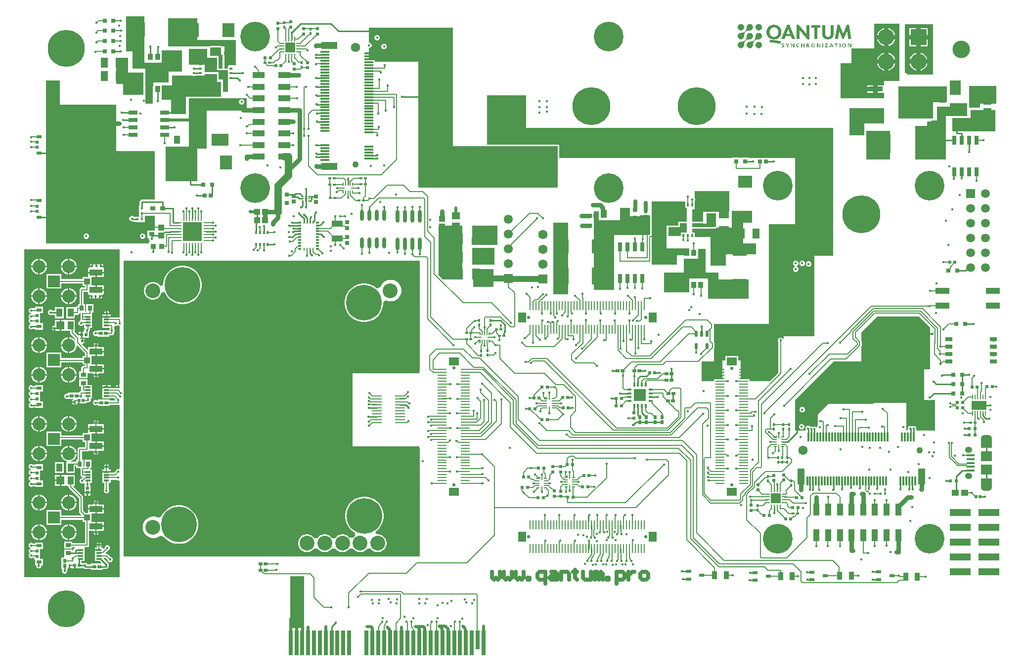
<source format=gtl>
G04*
G04 #@! TF.GenerationSoftware,Altium Limited,Altium Designer,21.6.4 (81)*
G04*
G04 Layer_Physical_Order=1*
G04 Layer_Color=255*
%FSAX25Y25*%
%MOIN*%
G70*
G04*
G04 #@! TF.SameCoordinates,7F8DAD8D-1828-4383-9AFE-05E1B4F186B9*
G04*
G04*
G04 #@! TF.FilePolarity,Positive*
G04*
G01*
G75*
%ADD16C,0.00500*%
%ADD17C,0.01500*%
%ADD18C,0.01000*%
%ADD19C,0.02000*%
%ADD20C,0.00600*%
%ADD26C,0.00800*%
%ADD38R,0.12795X0.12795*%
%ADD39R,0.01024X0.03543*%
%ADD40R,0.03543X0.01024*%
%ADD41R,0.03740X0.03740*%
%ADD42R,0.01772X0.01772*%
%ADD43R,0.04331X0.04134*%
%ADD44R,0.03543X0.02953*%
%ADD45R,0.03543X0.03150*%
%ADD46R,0.04134X0.04331*%
%ADD47R,0.05709X0.04528*%
%ADD48R,0.05709X0.07480*%
%ADD49R,0.05512X0.03937*%
%ADD50R,0.03543X0.03937*%
%ADD51C,0.02918*%
%ADD52R,0.01457X0.00945*%
%ADD53R,0.01575X0.04252*%
%ADD54R,0.07835X0.09173*%
G04:AMPARAMS|DCode=55|XSize=11.81mil|YSize=29.53mil|CornerRadius=1.95mil|HoleSize=0mil|Usage=FLASHONLY|Rotation=180.000|XOffset=0mil|YOffset=0mil|HoleType=Round|Shape=RoundedRectangle|*
%AMROUNDEDRECTD55*
21,1,0.01181,0.02563,0,0,180.0*
21,1,0.00791,0.02953,0,0,180.0*
1,1,0.00390,-0.00396,0.01282*
1,1,0.00390,0.00396,0.01282*
1,1,0.00390,0.00396,-0.01282*
1,1,0.00390,-0.00396,-0.01282*
%
%ADD55ROUNDEDRECTD55*%
G04:AMPARAMS|DCode=56|XSize=11.81mil|YSize=29.53mil|CornerRadius=1.95mil|HoleSize=0mil|Usage=FLASHONLY|Rotation=90.000|XOffset=0mil|YOffset=0mil|HoleType=Round|Shape=RoundedRectangle|*
%AMROUNDEDRECTD56*
21,1,0.01181,0.02563,0,0,90.0*
21,1,0.00791,0.02953,0,0,90.0*
1,1,0.00390,0.01282,0.00396*
1,1,0.00390,0.01282,-0.00396*
1,1,0.00390,-0.01282,-0.00396*
1,1,0.00390,-0.01282,0.00396*
%
%ADD56ROUNDEDRECTD56*%
%ADD57R,0.05315X0.01575*%
%ADD58R,0.07480X0.07087*%
%ADD59R,0.08287X0.04409*%
%ADD60R,0.01968X0.01772*%
%ADD61R,0.03150X0.03150*%
%ADD62R,0.05000X0.02992*%
%ADD63R,0.09600X0.04400*%
%ADD64R,0.02165X0.02165*%
%ADD65R,0.07100X0.07100*%
%ADD66R,0.01000X0.03200*%
%ADD67R,0.03200X0.01000*%
%ADD68R,0.01772X0.01968*%
%ADD69R,0.02165X0.02165*%
%ADD70R,0.06102X0.01181*%
%ADD71R,0.10827X0.04724*%
%ADD72R,0.01181X0.06102*%
%ADD73R,0.04724X0.10827*%
%ADD74R,0.09800X0.03700*%
%ADD75R,0.23300X0.21700*%
%ADD76R,0.00984X0.01870*%
%ADD77R,0.01870X0.01378*%
%ADD78R,0.05100X0.03500*%
%ADD79R,0.08300X0.03500*%
%ADD80R,0.08300X0.07400*%
%ADD81R,0.02600X0.07400*%
%ADD82R,0.01400X0.07400*%
%ADD83R,0.02000X0.01300*%
%ADD84R,0.01300X0.02000*%
%ADD85R,0.09173X0.07835*%
%ADD86R,0.02816X0.02648*%
%ADD87R,0.02016X0.02288*%
%ADD88R,0.02911X0.02648*%
%ADD89R,0.02756X0.02756*%
G04:AMPARAMS|DCode=90|XSize=40.88mil|YSize=20.95mil|CornerRadius=10.48mil|HoleSize=0mil|Usage=FLASHONLY|Rotation=270.000|XOffset=0mil|YOffset=0mil|HoleType=Round|Shape=RoundedRectangle|*
%AMROUNDEDRECTD90*
21,1,0.04088,0.00000,0,0,270.0*
21,1,0.01993,0.02095,0,0,270.0*
1,1,0.02095,0.00000,-0.00996*
1,1,0.02095,0.00000,0.00996*
1,1,0.02095,0.00000,0.00996*
1,1,0.02095,0.00000,-0.00996*
%
%ADD90ROUNDEDRECTD90*%
%ADD91R,0.02095X0.04088*%
G04:AMPARAMS|DCode=92|XSize=61.02mil|YSize=23.62mil|CornerRadius=2.01mil|HoleSize=0mil|Usage=FLASHONLY|Rotation=90.000|XOffset=0mil|YOffset=0mil|HoleType=Round|Shape=RoundedRectangle|*
%AMROUNDEDRECTD92*
21,1,0.06102,0.01961,0,0,90.0*
21,1,0.05701,0.02362,0,0,90.0*
1,1,0.00402,0.00980,0.02850*
1,1,0.00402,0.00980,-0.02850*
1,1,0.00402,-0.00980,-0.02850*
1,1,0.00402,-0.00980,0.02850*
%
%ADD92ROUNDEDRECTD92*%
%ADD93R,0.05906X0.07284*%
G04:AMPARAMS|DCode=94|XSize=61.02mil|YSize=23.62mil|CornerRadius=2.01mil|HoleSize=0mil|Usage=FLASHONLY|Rotation=0.000|XOffset=0mil|YOffset=0mil|HoleType=Round|Shape=RoundedRectangle|*
%AMROUNDEDRECTD94*
21,1,0.06102,0.01961,0,0,0.0*
21,1,0.05701,0.02362,0,0,0.0*
1,1,0.00402,0.02850,-0.00980*
1,1,0.00402,-0.02850,-0.00980*
1,1,0.00402,-0.02850,0.00980*
1,1,0.00402,0.02850,0.00980*
%
%ADD94ROUNDEDRECTD94*%
%ADD95R,0.04546X0.06717*%
%ADD96R,0.03500X0.05100*%
%ADD97R,0.03500X0.08300*%
%ADD98R,0.07400X0.08300*%
%ADD99R,0.07400X0.02600*%
%ADD100R,0.07400X0.01400*%
%ADD101R,0.06717X0.04546*%
%ADD102R,0.04331X0.05315*%
%ADD103R,0.07874X0.11811*%
%ADD104R,0.11811X0.07874*%
%ADD105R,0.02631X0.02648*%
%ADD106R,0.02559X0.02362*%
%ADD107R,0.00984X0.06102*%
%ADD108R,0.05315X0.06693*%
%ADD109O,0.02362X0.08661*%
%ADD110O,0.02362X0.07480*%
%ADD111R,0.07480X0.04331*%
%ADD112R,0.02835X0.02835*%
%ADD113R,0.02648X0.02911*%
%ADD114R,0.04409X0.08287*%
%ADD115R,0.03543X0.01968*%
%ADD116R,0.03740X0.05709*%
%ADD117R,0.04134X0.03937*%
%ADD118R,0.08661X0.04134*%
%ADD119R,0.02362X0.02559*%
%ADD120R,0.02288X0.02016*%
%ADD121R,0.03937X0.05512*%
%ADD122R,0.05512X0.05512*%
%ADD123R,0.14488X0.05000*%
%ADD124R,0.02648X0.02816*%
%ADD125R,0.01378X0.01968*%
%ADD126R,0.03543X0.02362*%
%ADD127R,0.02165X0.02362*%
%ADD128R,0.01870X0.01968*%
G04:AMPARAMS|DCode=129|XSize=33.06mil|YSize=8.76mil|CornerRadius=4.38mil|HoleSize=0mil|Usage=FLASHONLY|Rotation=90.000|XOffset=0mil|YOffset=0mil|HoleType=Round|Shape=RoundedRectangle|*
%AMROUNDEDRECTD129*
21,1,0.03306,0.00000,0,0,90.0*
21,1,0.02430,0.00876,0,0,90.0*
1,1,0.00876,0.00000,0.01215*
1,1,0.00876,0.00000,-0.01215*
1,1,0.00876,0.00000,-0.01215*
1,1,0.00876,0.00000,0.01215*
%
%ADD129ROUNDEDRECTD129*%
%ADD130R,0.00876X0.03306*%
%ADD131R,0.05142X0.04166*%
%ADD132R,0.01968X0.01968*%
%ADD133R,0.09449X0.12992*%
%ADD134R,0.06693X0.05315*%
%ADD135R,0.06102X0.00984*%
%ADD136R,0.07087X0.00984*%
%ADD137R,0.07480X0.05709*%
%ADD138R,0.03347X0.01181*%
%ADD139R,0.03543X0.02756*%
%ADD140R,0.02756X0.03543*%
%ADD141R,0.02800X0.16500*%
%ADD142R,0.02800X0.12600*%
%ADD143R,0.03937X0.02835*%
%ADD144R,0.07480X0.06201*%
%ADD169R,0.02362X0.00787*%
%ADD170R,0.00787X0.02362*%
%ADD171C,0.00709*%
%ADD174R,0.00787X0.02362*%
%ADD175R,0.02362X0.00787*%
%ADD194R,0.10039X0.06496*%
%ADD212C,0.11800*%
%ADD213R,0.10827X0.10827*%
%ADD214C,0.10827*%
%ADD219C,0.06299*%
%ADD220C,0.04331*%
G04:AMPARAMS|DCode=230|XSize=82.68mil|YSize=82.68mil|CornerRadius=2.07mil|HoleSize=0mil|Usage=FLASHONLY|Rotation=90.000|XOffset=0mil|YOffset=0mil|HoleType=Round|Shape=RoundedRectangle|*
%AMROUNDEDRECTD230*
21,1,0.08268,0.07854,0,0,90.0*
21,1,0.07854,0.08268,0,0,90.0*
1,1,0.00413,0.03927,0.03927*
1,1,0.00413,0.03927,-0.03927*
1,1,0.00413,-0.03927,-0.03927*
1,1,0.00413,-0.03927,0.03927*
%
%ADD230ROUNDEDRECTD230*%
%ADD231C,0.03000*%
%ADD232C,0.04000*%
%ADD233C,0.05000*%
%ADD234C,0.02500*%
%ADD235R,0.09478X0.29380*%
%ADD236R,0.09941X0.06791*%
%ADD237C,0.08661*%
%ADD238R,0.07874X0.07874*%
%ADD239C,0.06102*%
%ADD240R,0.06102X0.06102*%
%ADD241R,0.06299X0.06299*%
%ADD242C,0.25000*%
%ADD243O,0.04921X0.04134*%
%ADD244O,0.07480X0.04724*%
%ADD245C,0.25591*%
%ADD246C,0.02166*%
%ADD247C,0.10000*%
%ADD248C,0.24000*%
%ADD249R,0.05906X0.05906*%
%ADD250C,0.05906*%
%ADD251C,0.01600*%
%ADD252C,0.20000*%
G36*
X0466960Y0016324D02*
X0467063D01*
Y0016310D01*
X0467151D01*
Y0016295D01*
X0467225D01*
Y0016280D01*
X0467284D01*
Y0016265D01*
X0467328D01*
Y0016251D01*
X0467387D01*
Y0016236D01*
X0467431D01*
Y0016221D01*
X0467475D01*
Y0016206D01*
X0467505D01*
Y0016192D01*
X0467549D01*
Y0016177D01*
X0467579D01*
Y0016162D01*
X0467608D01*
Y0016148D01*
X0467637D01*
Y0016133D01*
X0467682D01*
Y0016118D01*
X0467711D01*
Y0016103D01*
X0467726D01*
Y0016089D01*
X0467755D01*
Y0016074D01*
X0467785D01*
Y0016059D01*
X0467814D01*
Y0016045D01*
X0467844D01*
Y0016030D01*
X0467858D01*
Y0016015D01*
X0467888D01*
Y0016000D01*
X0467917D01*
Y0015985D01*
X0467932D01*
Y0015971D01*
X0467962D01*
Y0015956D01*
X0467976D01*
Y0015941D01*
X0467991D01*
Y0015927D01*
X0468020D01*
Y0015912D01*
X0468035D01*
Y0015897D01*
X0468050D01*
Y0015882D01*
X0468065D01*
Y0015868D01*
X0468094D01*
Y0015853D01*
X0468109D01*
Y0015838D01*
X0468124D01*
Y0015823D01*
X0468138D01*
Y0015809D01*
X0468153D01*
Y0015794D01*
X0468183D01*
Y0015779D01*
X0468197D01*
Y0015765D01*
X0468212D01*
Y0015750D01*
X0468227D01*
Y0015735D01*
X0468242D01*
Y0015720D01*
X0468256D01*
Y0015706D01*
X0468271D01*
Y0015691D01*
X0468286D01*
Y0015676D01*
X0468300D01*
Y0015661D01*
X0468315D01*
Y0015647D01*
X0468330D01*
Y0015617D01*
X0468345D01*
Y0015603D01*
X0468359D01*
Y0015588D01*
X0468374D01*
Y0015573D01*
X0468389D01*
Y0015558D01*
X0468403D01*
Y0015543D01*
X0468418D01*
Y0015514D01*
X0468433D01*
Y0015499D01*
X0468448D01*
Y0015485D01*
X0468463D01*
Y0015455D01*
X0468477D01*
Y0015440D01*
X0468492D01*
Y0015426D01*
X0468507D01*
Y0015396D01*
X0468521D01*
Y0015382D01*
X0468536D01*
Y0015352D01*
X0468551D01*
Y0015323D01*
X0468566D01*
Y0015308D01*
X0468580D01*
Y0015278D01*
X0468595D01*
Y0015249D01*
X0468610D01*
Y0015234D01*
X0468624D01*
Y0015205D01*
X0468639D01*
Y0015175D01*
X0468654D01*
Y0015146D01*
X0468669D01*
Y0015116D01*
X0468683D01*
Y0015087D01*
X0468698D01*
Y0015057D01*
X0468713D01*
Y0015013D01*
X0468728D01*
Y0014984D01*
X0468742D01*
Y0014940D01*
X0468757D01*
Y0014910D01*
X0468772D01*
Y0014866D01*
X0468787D01*
Y0014822D01*
X0468801D01*
Y0014763D01*
X0468816D01*
Y0014718D01*
X0468831D01*
Y0014645D01*
X0468846D01*
Y0014586D01*
X0468860D01*
Y0014498D01*
X0468875D01*
Y0014380D01*
X0468890D01*
Y0013938D01*
X0468875D01*
Y0013820D01*
X0468860D01*
Y0013731D01*
X0468846D01*
Y0013672D01*
X0468831D01*
Y0013599D01*
X0468816D01*
Y0013555D01*
X0468801D01*
Y0013496D01*
X0468787D01*
Y0013451D01*
X0468772D01*
Y0013407D01*
X0468757D01*
Y0013378D01*
X0468742D01*
Y0013334D01*
X0468728D01*
Y0013304D01*
X0468713D01*
Y0013260D01*
X0468698D01*
Y0013230D01*
X0468683D01*
Y0013201D01*
X0468669D01*
Y0013171D01*
X0468654D01*
Y0013142D01*
X0468639D01*
Y0013113D01*
X0468624D01*
Y0013083D01*
X0468610D01*
Y0013068D01*
X0468595D01*
Y0013039D01*
X0468580D01*
Y0013009D01*
X0468566D01*
Y0012995D01*
X0468551D01*
Y0012965D01*
X0468536D01*
Y0012936D01*
X0468521D01*
Y0012921D01*
X0468507D01*
Y0012892D01*
X0468492D01*
Y0012877D01*
X0468477D01*
Y0012862D01*
X0468463D01*
Y0012833D01*
X0468448D01*
Y0012818D01*
X0468433D01*
Y0012803D01*
X0468418D01*
Y0012774D01*
X0468403D01*
Y0012759D01*
X0468389D01*
Y0012744D01*
X0468374D01*
Y0012730D01*
X0468359D01*
Y0012715D01*
X0468345D01*
Y0012700D01*
X0468330D01*
Y0012671D01*
X0468315D01*
Y0012656D01*
X0468300D01*
Y0012641D01*
X0468286D01*
Y0012626D01*
X0468271D01*
Y0012612D01*
X0468256D01*
Y0012597D01*
X0468242D01*
Y0012582D01*
X0468227D01*
Y0012567D01*
X0468212D01*
Y0012553D01*
X0468197D01*
Y0012538D01*
X0468183D01*
Y0012523D01*
X0468168D01*
Y0012508D01*
X0468138D01*
Y0012494D01*
X0468124D01*
Y0012479D01*
X0468109D01*
Y0012464D01*
X0468094D01*
Y0012450D01*
X0468065D01*
Y0012435D01*
X0468050D01*
Y0012420D01*
X0468035D01*
Y0012405D01*
X0468020D01*
Y0012391D01*
X0467991D01*
Y0012376D01*
X0467976D01*
Y0012361D01*
X0467962D01*
Y0012346D01*
X0467932D01*
Y0012332D01*
X0467917D01*
Y0012317D01*
X0467888D01*
Y0012302D01*
X0467858D01*
Y0012287D01*
X0467844D01*
Y0012273D01*
X0467814D01*
Y0012258D01*
X0467785D01*
Y0012243D01*
X0467755D01*
Y0012229D01*
X0467726D01*
Y0012214D01*
X0467711D01*
Y0012199D01*
X0467682D01*
Y0012184D01*
X0467637D01*
Y0012170D01*
X0467608D01*
Y0012155D01*
X0467579D01*
Y0012140D01*
X0467549D01*
Y0012125D01*
X0467505D01*
Y0012111D01*
X0467475D01*
Y0012096D01*
X0467431D01*
Y0012081D01*
X0467387D01*
Y0012066D01*
X0467328D01*
Y0012052D01*
X0467284D01*
Y0012037D01*
X0467225D01*
Y0012022D01*
X0467151D01*
Y0012008D01*
X0467063D01*
Y0011993D01*
X0466960D01*
Y0011978D01*
X0466518D01*
Y0011993D01*
X0466415D01*
Y0012008D01*
X0466326D01*
Y0012022D01*
X0466253D01*
Y0012037D01*
X0466194D01*
Y0012052D01*
X0466149D01*
Y0012066D01*
X0466090D01*
Y0012081D01*
X0466046D01*
Y0012096D01*
X0466002D01*
Y0012111D01*
X0465973D01*
Y0012125D01*
X0465928D01*
Y0012140D01*
X0465899D01*
Y0012155D01*
X0465869D01*
Y0012170D01*
X0465840D01*
Y0012184D01*
X0465796D01*
Y0012199D01*
X0465766D01*
Y0012214D01*
X0465752D01*
Y0012229D01*
X0465722D01*
Y0012243D01*
X0465693D01*
Y0012258D01*
X0465663D01*
Y0012273D01*
X0465634D01*
Y0012287D01*
X0465619D01*
Y0012302D01*
X0465590D01*
Y0012317D01*
X0465560D01*
Y0012332D01*
X0465545D01*
Y0012346D01*
X0465516D01*
Y0012361D01*
X0465501D01*
Y0012376D01*
X0465486D01*
Y0012391D01*
X0465457D01*
Y0012405D01*
X0465442D01*
Y0012420D01*
X0465427D01*
Y0012435D01*
X0465413D01*
Y0012450D01*
X0465383D01*
Y0012464D01*
X0465369D01*
Y0012479D01*
X0465354D01*
Y0012494D01*
X0465339D01*
Y0012508D01*
X0465324D01*
Y0012523D01*
X0465295D01*
Y0012538D01*
X0465280D01*
Y0012553D01*
X0465265D01*
Y0012567D01*
X0465251D01*
Y0012582D01*
X0465236D01*
Y0012597D01*
X0465221D01*
Y0012612D01*
X0465206D01*
Y0012626D01*
X0465192D01*
Y0012641D01*
X0465177D01*
Y0012656D01*
X0465162D01*
Y0012671D01*
X0465147D01*
Y0012700D01*
X0465133D01*
Y0012715D01*
X0465118D01*
Y0012730D01*
X0465103D01*
Y0012744D01*
X0465089D01*
Y0012759D01*
X0465074D01*
Y0012774D01*
X0465059D01*
Y0012803D01*
X0465044D01*
Y0012818D01*
X0465030D01*
Y0012833D01*
X0465015D01*
Y0012862D01*
X0465000D01*
Y0012877D01*
X0464985D01*
Y0012892D01*
X0464971D01*
Y0012921D01*
X0464956D01*
Y0012936D01*
X0464941D01*
Y0012965D01*
X0464926D01*
Y0012980D01*
X0464912D01*
Y0013009D01*
X0464897D01*
Y0013039D01*
X0464882D01*
Y0013068D01*
X0464868D01*
Y0013083D01*
X0464853D01*
Y0013113D01*
X0464838D01*
Y0013142D01*
X0464823D01*
Y0013171D01*
X0464809D01*
Y0013201D01*
X0464794D01*
Y0013230D01*
X0464779D01*
Y0013260D01*
X0464764D01*
Y0013304D01*
X0464750D01*
Y0013334D01*
X0464735D01*
Y0013378D01*
X0464720D01*
Y0013407D01*
X0464706D01*
Y0013451D01*
X0464691D01*
Y0013496D01*
X0464676D01*
Y0013555D01*
X0464661D01*
Y0013599D01*
X0464647D01*
Y0013672D01*
X0464632D01*
Y0013731D01*
X0464617D01*
Y0013820D01*
X0464602D01*
Y0013938D01*
X0464588D01*
Y0014380D01*
X0464602D01*
Y0014498D01*
X0464617D01*
Y0014586D01*
X0464632D01*
Y0014645D01*
X0464647D01*
Y0014718D01*
X0464661D01*
Y0014763D01*
X0464676D01*
Y0014822D01*
X0464691D01*
Y0014866D01*
X0464706D01*
Y0014910D01*
X0464720D01*
Y0014925D01*
Y0014940D01*
X0464735D01*
Y0014984D01*
X0464750D01*
Y0015013D01*
X0464764D01*
Y0015057D01*
X0464779D01*
Y0015087D01*
X0464794D01*
Y0015116D01*
X0464809D01*
Y0015146D01*
X0464823D01*
Y0015175D01*
X0464838D01*
Y0015205D01*
X0464853D01*
Y0015234D01*
X0464868D01*
Y0015249D01*
X0464882D01*
Y0015278D01*
X0464897D01*
Y0015308D01*
X0464912D01*
Y0015337D01*
X0464926D01*
Y0015352D01*
X0464941D01*
Y0015382D01*
X0464956D01*
Y0015396D01*
X0464971D01*
Y0015426D01*
X0464985D01*
Y0015440D01*
X0465000D01*
Y0015455D01*
X0465015D01*
Y0015485D01*
X0465030D01*
Y0015499D01*
X0465044D01*
Y0015514D01*
X0465059D01*
Y0015543D01*
X0465074D01*
Y0015558D01*
X0465089D01*
Y0015573D01*
X0465103D01*
Y0015588D01*
X0465118D01*
Y0015603D01*
X0465133D01*
Y0015617D01*
X0465147D01*
Y0015647D01*
X0465162D01*
Y0015661D01*
X0465177D01*
Y0015676D01*
X0465192D01*
Y0015691D01*
X0465206D01*
Y0015706D01*
X0465221D01*
Y0015720D01*
X0465236D01*
Y0015735D01*
X0465251D01*
Y0015750D01*
X0465265D01*
Y0015765D01*
X0465280D01*
Y0015779D01*
X0465295D01*
Y0015794D01*
X0465310D01*
Y0015809D01*
X0465339D01*
Y0015823D01*
X0465354D01*
Y0015838D01*
X0465369D01*
Y0015853D01*
X0465383D01*
Y0015868D01*
X0465398D01*
Y0015882D01*
X0465427D01*
Y0015897D01*
X0465442D01*
Y0015912D01*
X0465457D01*
Y0015927D01*
X0465486D01*
Y0015941D01*
X0465501D01*
Y0015956D01*
X0465516D01*
Y0015971D01*
X0465545D01*
Y0015985D01*
X0465560D01*
Y0016000D01*
X0465590D01*
Y0016015D01*
X0465619D01*
Y0016030D01*
X0465634D01*
Y0016045D01*
X0465663D01*
Y0016059D01*
X0465693D01*
Y0016074D01*
X0465722D01*
Y0016089D01*
X0465752D01*
Y0016103D01*
X0465766D01*
Y0016118D01*
X0465796D01*
Y0016133D01*
X0465840D01*
Y0016148D01*
X0465869D01*
Y0016162D01*
X0465899D01*
Y0016177D01*
X0465928D01*
Y0016192D01*
X0465973D01*
Y0016206D01*
X0466002D01*
Y0016221D01*
X0466046D01*
Y0016236D01*
X0466090D01*
Y0016251D01*
X0466149D01*
Y0016265D01*
X0466194D01*
Y0016280D01*
X0466253D01*
Y0016295D01*
X0466326D01*
Y0016310D01*
X0466415D01*
Y0016324D01*
X0466518D01*
Y0016339D01*
X0466960D01*
Y0016324D01*
D02*
G37*
G36*
X0454937D02*
X0455041D01*
Y0016310D01*
X0455129D01*
Y0016295D01*
X0455188D01*
Y0016280D01*
X0455247D01*
Y0016265D01*
X0455306D01*
Y0016251D01*
X0455350D01*
Y0016236D01*
X0455394D01*
Y0016221D01*
X0455438D01*
Y0016206D01*
X0455482D01*
Y0016192D01*
X0455512D01*
Y0016177D01*
X0455556D01*
Y0016162D01*
X0455586D01*
Y0016148D01*
X0455615D01*
Y0016133D01*
X0455645D01*
Y0016118D01*
X0455674D01*
Y0016103D01*
X0455703D01*
Y0016089D01*
X0455733D01*
Y0016074D01*
X0455762D01*
Y0016059D01*
X0455777D01*
Y0016045D01*
X0455807D01*
Y0016030D01*
X0455836D01*
Y0016015D01*
X0455866D01*
Y0016000D01*
X0455880D01*
Y0015985D01*
X0455910D01*
Y0015971D01*
X0455925D01*
Y0015956D01*
X0455954D01*
Y0015941D01*
X0455969D01*
Y0015927D01*
X0455983D01*
Y0015912D01*
X0456013D01*
Y0015897D01*
X0456028D01*
Y0015882D01*
X0456042D01*
Y0015868D01*
X0456057D01*
Y0015853D01*
X0456072D01*
Y0015838D01*
X0456101D01*
Y0015823D01*
X0456116D01*
Y0015809D01*
X0456131D01*
Y0015794D01*
X0456145D01*
Y0015779D01*
X0456160D01*
Y0015765D01*
X0456175D01*
Y0015750D01*
X0456190D01*
Y0015735D01*
X0456204D01*
Y0015720D01*
X0456219D01*
Y0015706D01*
X0456234D01*
Y0015691D01*
X0456249D01*
Y0015676D01*
X0456263D01*
Y0015661D01*
X0456278D01*
Y0015647D01*
X0456293D01*
Y0015632D01*
X0456308D01*
Y0015617D01*
X0456322D01*
Y0015603D01*
X0456337D01*
Y0015588D01*
X0456352D01*
Y0015558D01*
X0456366D01*
Y0015543D01*
X0456381D01*
Y0015529D01*
X0456396D01*
Y0015514D01*
X0456411D01*
Y0015485D01*
X0456425D01*
Y0015470D01*
X0456440D01*
Y0015455D01*
X0456455D01*
Y0015426D01*
X0456470D01*
Y0015411D01*
X0456484D01*
Y0015382D01*
X0456499D01*
Y0015367D01*
X0456514D01*
Y0015337D01*
X0456529D01*
Y0015323D01*
X0456543D01*
Y0015293D01*
X0456558D01*
Y0015264D01*
X0456573D01*
Y0015249D01*
X0456588D01*
Y0015219D01*
X0456602D01*
Y0015190D01*
X0456617D01*
Y0015160D01*
X0456632D01*
Y0015131D01*
X0456646D01*
Y0015102D01*
X0456661D01*
Y0015072D01*
X0456676D01*
Y0015028D01*
X0456691D01*
Y0014998D01*
X0456705D01*
Y0014969D01*
X0456720D01*
Y0014925D01*
X0456735D01*
Y0014881D01*
X0456750D01*
Y0014836D01*
X0456764D01*
Y0014792D01*
X0456779D01*
Y0014733D01*
X0456794D01*
Y0014689D01*
X0456809D01*
Y0014615D01*
X0456823D01*
Y0014542D01*
X0456838D01*
Y0014439D01*
X0456853D01*
Y0014291D01*
X0456867D01*
Y0014026D01*
X0456853D01*
Y0013879D01*
X0456838D01*
Y0013776D01*
X0456823D01*
Y0013702D01*
X0456809D01*
Y0013628D01*
X0456794D01*
Y0013584D01*
X0456779D01*
Y0013525D01*
X0456764D01*
Y0013481D01*
X0456750D01*
Y0013437D01*
X0456735D01*
Y0013393D01*
X0456720D01*
Y0013348D01*
X0456705D01*
Y0013319D01*
X0456691D01*
Y0013289D01*
X0456676D01*
Y0013245D01*
X0456661D01*
Y0013216D01*
X0456646D01*
Y0013186D01*
X0456632D01*
Y0013157D01*
X0456617D01*
Y0013127D01*
X0456602D01*
Y0013098D01*
X0456588D01*
Y0013068D01*
X0456573D01*
Y0013054D01*
X0456558D01*
Y0013024D01*
X0456543D01*
Y0012995D01*
X0456529D01*
Y0012980D01*
X0456514D01*
Y0012950D01*
X0456499D01*
Y0012936D01*
X0456484D01*
Y0012906D01*
X0456470D01*
Y0012892D01*
X0456455D01*
Y0012862D01*
X0456440D01*
Y0012847D01*
X0456425D01*
Y0012833D01*
X0456411D01*
Y0012803D01*
X0456396D01*
Y0012788D01*
X0456381D01*
Y0012774D01*
X0456366D01*
Y0012759D01*
X0456352D01*
Y0012730D01*
X0456337D01*
Y0012715D01*
X0456322D01*
Y0012700D01*
X0456308D01*
Y0012685D01*
X0456293D01*
Y0012671D01*
X0456278D01*
Y0012656D01*
X0456263D01*
Y0012641D01*
X0456249D01*
Y0012626D01*
X0456234D01*
Y0012612D01*
X0456219D01*
Y0012597D01*
X0456204D01*
Y0012582D01*
X0456190D01*
Y0012567D01*
X0456175D01*
Y0012553D01*
X0456160D01*
Y0012538D01*
X0456145D01*
Y0012523D01*
X0456131D01*
Y0012508D01*
X0456116D01*
Y0012494D01*
X0456101D01*
Y0012479D01*
X0456072D01*
Y0012464D01*
X0456057D01*
Y0012450D01*
X0456042D01*
Y0012435D01*
X0456028D01*
Y0012420D01*
X0456013D01*
Y0012405D01*
X0455983D01*
Y0012391D01*
X0455969D01*
Y0012376D01*
X0455954D01*
Y0012361D01*
X0455925D01*
Y0012346D01*
X0455910D01*
Y0012332D01*
X0455880D01*
Y0012317D01*
X0455866D01*
Y0012302D01*
X0455836D01*
Y0012287D01*
X0455807D01*
Y0012273D01*
X0455777D01*
Y0012258D01*
X0455762D01*
Y0012243D01*
X0455733D01*
Y0012229D01*
X0455703D01*
Y0012214D01*
X0455674D01*
Y0012199D01*
X0455645D01*
Y0012184D01*
X0455615D01*
Y0012170D01*
X0455586D01*
Y0012155D01*
X0455556D01*
Y0012140D01*
X0455512D01*
Y0012125D01*
X0455482D01*
Y0012111D01*
X0455438D01*
Y0012096D01*
X0455394D01*
Y0012081D01*
X0455350D01*
Y0012066D01*
X0455306D01*
Y0012052D01*
X0455247D01*
Y0012037D01*
X0455188D01*
Y0012022D01*
X0455129D01*
Y0012008D01*
X0455041D01*
Y0011993D01*
X0454937D01*
Y0011978D01*
X0454481D01*
Y0011993D01*
X0454378D01*
Y0012008D01*
X0454289D01*
Y0012022D01*
X0454230D01*
Y0012037D01*
X0454171D01*
Y0012052D01*
X0454112D01*
Y0012066D01*
X0454068D01*
Y0012081D01*
X0454024D01*
Y0012096D01*
X0453980D01*
Y0012111D01*
X0453935D01*
Y0012125D01*
X0453906D01*
Y0012140D01*
X0453862D01*
Y0012155D01*
X0453832D01*
Y0012170D01*
X0453803D01*
Y0012184D01*
X0453773D01*
Y0012199D01*
X0453744D01*
Y0012214D01*
X0453715D01*
Y0012229D01*
X0453685D01*
Y0012243D01*
X0453656D01*
Y0012258D01*
X0453641D01*
Y0012273D01*
X0453611D01*
Y0012287D01*
X0453582D01*
Y0012302D01*
X0453552D01*
Y0012317D01*
X0453538D01*
Y0012332D01*
X0453508D01*
Y0012346D01*
X0453493D01*
Y0012361D01*
X0453464D01*
Y0012376D01*
X0453449D01*
Y0012391D01*
X0453435D01*
Y0012405D01*
X0453405D01*
Y0012420D01*
X0453390D01*
Y0012435D01*
X0453376D01*
Y0012450D01*
X0453361D01*
Y0012464D01*
X0453346D01*
Y0012479D01*
X0453317D01*
Y0012494D01*
X0453302D01*
Y0012508D01*
X0453287D01*
Y0012523D01*
X0453272D01*
Y0012538D01*
X0453258D01*
Y0012553D01*
X0453243D01*
Y0012567D01*
X0453228D01*
Y0012582D01*
X0453214D01*
Y0012597D01*
X0453199D01*
Y0012612D01*
X0453184D01*
Y0012626D01*
X0453169D01*
Y0012641D01*
X0453155D01*
Y0012656D01*
X0453140D01*
Y0012671D01*
X0453125D01*
Y0012685D01*
X0453111D01*
Y0012700D01*
X0453096D01*
Y0012715D01*
X0453081D01*
Y0012730D01*
X0453066D01*
Y0012759D01*
X0453052D01*
Y0012774D01*
X0453037D01*
Y0012788D01*
X0453022D01*
Y0012803D01*
X0453007D01*
Y0012833D01*
X0452993D01*
Y0012847D01*
X0452978D01*
Y0012862D01*
X0452963D01*
Y0012892D01*
X0452948D01*
Y0012906D01*
X0452934D01*
Y0012936D01*
X0452919D01*
Y0012950D01*
X0452904D01*
Y0012980D01*
X0452889D01*
Y0012995D01*
X0452875D01*
Y0013024D01*
X0452860D01*
Y0013054D01*
X0452845D01*
Y0013068D01*
X0452831D01*
Y0013098D01*
X0452816D01*
Y0013127D01*
X0452801D01*
Y0013157D01*
X0452786D01*
Y0013186D01*
X0452772D01*
Y0013216D01*
X0452757D01*
Y0013245D01*
X0452742D01*
Y0013289D01*
X0452727D01*
Y0013319D01*
X0452713D01*
Y0013348D01*
X0452698D01*
Y0013393D01*
X0452683D01*
Y0013437D01*
X0452669D01*
Y0013481D01*
X0452654D01*
Y0013525D01*
X0452639D01*
Y0013584D01*
X0452624D01*
Y0013628D01*
X0452609D01*
Y0013702D01*
X0452595D01*
Y0013776D01*
X0452580D01*
Y0013879D01*
X0452565D01*
Y0014026D01*
X0452551D01*
Y0014291D01*
X0452565D01*
Y0014439D01*
X0452580D01*
Y0014542D01*
X0452595D01*
Y0014615D01*
X0452609D01*
Y0014689D01*
X0452624D01*
Y0014733D01*
X0452639D01*
Y0014792D01*
X0452654D01*
Y0014836D01*
X0452669D01*
Y0014881D01*
X0452683D01*
Y0014925D01*
X0452698D01*
Y0014969D01*
X0452713D01*
Y0014998D01*
X0452727D01*
Y0015028D01*
X0452742D01*
Y0015072D01*
X0452757D01*
Y0015102D01*
X0452772D01*
Y0015131D01*
X0452786D01*
Y0015160D01*
X0452801D01*
Y0015190D01*
X0452816D01*
Y0015219D01*
X0452831D01*
Y0015249D01*
X0452845D01*
Y0015264D01*
X0452860D01*
Y0015293D01*
X0452875D01*
Y0015323D01*
X0452889D01*
Y0015337D01*
X0452904D01*
Y0015367D01*
X0452919D01*
Y0015382D01*
X0452934D01*
Y0015411D01*
X0452948D01*
Y0015426D01*
X0452963D01*
Y0015455D01*
X0452978D01*
Y0015470D01*
X0452993D01*
Y0015485D01*
X0453007D01*
Y0015514D01*
X0453022D01*
Y0015529D01*
X0453037D01*
Y0015543D01*
X0453052D01*
Y0015558D01*
X0453066D01*
Y0015588D01*
X0453081D01*
Y0015603D01*
X0453096D01*
Y0015617D01*
X0453111D01*
Y0015632D01*
X0453125D01*
Y0015647D01*
X0453140D01*
Y0015661D01*
X0453155D01*
Y0015676D01*
X0453169D01*
Y0015691D01*
X0453184D01*
Y0015706D01*
X0453199D01*
Y0015720D01*
X0453214D01*
Y0015735D01*
X0453228D01*
Y0015750D01*
X0453243D01*
Y0015765D01*
X0453258D01*
Y0015779D01*
X0453272D01*
Y0015794D01*
X0453287D01*
Y0015809D01*
X0453302D01*
Y0015823D01*
X0453317D01*
Y0015838D01*
X0453346D01*
Y0015853D01*
X0453361D01*
Y0015868D01*
X0453376D01*
Y0015882D01*
X0453390D01*
Y0015897D01*
X0453405D01*
Y0015912D01*
X0453435D01*
Y0015927D01*
X0453449D01*
Y0015941D01*
X0453464D01*
Y0015956D01*
X0453493D01*
Y0015971D01*
X0453508D01*
Y0015985D01*
X0453538D01*
Y0016000D01*
X0453552D01*
Y0016015D01*
X0453582D01*
Y0016030D01*
X0453611D01*
Y0016045D01*
X0453641D01*
Y0016059D01*
X0453656D01*
Y0016074D01*
X0453685D01*
Y0016089D01*
X0453715D01*
Y0016103D01*
X0453744D01*
Y0016118D01*
X0453773D01*
Y0016133D01*
X0453803D01*
Y0016148D01*
X0453832D01*
Y0016162D01*
X0453862D01*
Y0016177D01*
X0453906D01*
Y0016192D01*
X0453935D01*
Y0016206D01*
X0453980D01*
Y0016221D01*
X0454024D01*
Y0016236D01*
X0454068D01*
Y0016251D01*
X0454112D01*
Y0016265D01*
X0454171D01*
Y0016280D01*
X0454230D01*
Y0016295D01*
X0454289D01*
Y0016310D01*
X0454378D01*
Y0016324D01*
X0454481D01*
Y0016339D01*
X0454937D01*
Y0016324D01*
D02*
G37*
G36*
X0527602Y0015706D02*
X0527616D01*
Y0015617D01*
X0527631D01*
Y0015529D01*
X0527646D01*
Y0015440D01*
X0527661D01*
Y0015352D01*
X0527675D01*
Y0015249D01*
X0527690D01*
Y0015160D01*
X0527705D01*
Y0015072D01*
X0527719D01*
Y0014984D01*
X0527734D01*
Y0014881D01*
X0527749D01*
Y0014792D01*
X0527764D01*
Y0014704D01*
X0527778D01*
Y0014615D01*
X0527793D01*
Y0014527D01*
X0527808D01*
Y0014424D01*
X0527823D01*
Y0014335D01*
X0527837D01*
Y0014247D01*
X0527852D01*
Y0014159D01*
X0527867D01*
Y0014070D01*
X0527881D01*
Y0013967D01*
X0527896D01*
Y0013879D01*
X0527911D01*
Y0013790D01*
X0527926D01*
Y0013702D01*
X0527941D01*
Y0013613D01*
X0527955D01*
Y0013510D01*
X0527970D01*
Y0013422D01*
X0527985D01*
Y0013334D01*
X0527999D01*
Y0013245D01*
X0528014D01*
Y0013157D01*
X0528029D01*
Y0013068D01*
X0528044D01*
Y0012965D01*
X0528058D01*
Y0012877D01*
X0528073D01*
Y0012788D01*
X0528088D01*
Y0012700D01*
X0528102D01*
Y0012612D01*
X0528117D01*
Y0012508D01*
X0528132D01*
Y0012420D01*
X0528147D01*
Y0012332D01*
X0528161D01*
Y0012243D01*
X0528176D01*
Y0012140D01*
X0528191D01*
Y0012052D01*
X0528206D01*
Y0011963D01*
X0528220D01*
Y0011875D01*
X0528235D01*
Y0011787D01*
X0528250D01*
Y0011698D01*
X0528265D01*
Y0011595D01*
X0528279D01*
Y0011507D01*
X0528294D01*
Y0011418D01*
X0528309D01*
Y0011330D01*
X0528324D01*
Y0011241D01*
X0528338D01*
Y0011138D01*
X0528353D01*
Y0011050D01*
X0528368D01*
Y0010961D01*
X0528382D01*
Y0010873D01*
X0528397D01*
Y0010785D01*
X0528412D01*
Y0010682D01*
X0528427D01*
Y0010593D01*
X0528441D01*
Y0010505D01*
X0528456D01*
Y0010416D01*
X0528471D01*
Y0010328D01*
X0528486D01*
Y0010225D01*
X0528500D01*
Y0010137D01*
X0528515D01*
Y0010048D01*
X0528530D01*
Y0009960D01*
X0528545D01*
Y0009871D01*
X0528559D01*
Y0009783D01*
X0528574D01*
Y0009680D01*
X0528589D01*
Y0009591D01*
X0528604D01*
Y0009503D01*
X0528618D01*
Y0009414D01*
X0528633D01*
Y0009326D01*
X0528648D01*
Y0009223D01*
X0528662D01*
Y0009135D01*
X0528677D01*
Y0009046D01*
X0528692D01*
Y0008958D01*
X0528707D01*
Y0008869D01*
X0528721D01*
Y0008766D01*
X0528736D01*
Y0008678D01*
X0528751D01*
Y0008590D01*
X0528765D01*
Y0008501D01*
X0528780D01*
Y0008413D01*
X0528795D01*
Y0008309D01*
X0528810D01*
Y0008221D01*
X0528825D01*
Y0008133D01*
X0528839D01*
Y0008044D01*
X0528854D01*
Y0007956D01*
X0528869D01*
Y0007853D01*
X0528883D01*
Y0007764D01*
X0528898D01*
Y0007676D01*
X0528913D01*
Y0007588D01*
X0528928D01*
Y0007499D01*
X0528942D01*
Y0007396D01*
X0528957D01*
Y0007308D01*
X0528972D01*
Y0007219D01*
X0528987D01*
Y0007131D01*
X0529001D01*
Y0007042D01*
X0529016D01*
Y0006939D01*
X0529031D01*
Y0006851D01*
X0529045D01*
Y0006763D01*
X0529060D01*
Y0006674D01*
X0529075D01*
Y0006571D01*
X0529090D01*
Y0006483D01*
X0529104D01*
Y0006394D01*
X0529119D01*
Y0006306D01*
X0529134D01*
Y0006159D01*
X0527086D01*
Y0006173D01*
X0527071D01*
Y0006262D01*
X0527057D01*
Y0006380D01*
X0527042D01*
Y0006483D01*
X0527027D01*
Y0006586D01*
X0527012D01*
Y0006689D01*
X0526998D01*
Y0006792D01*
X0526983D01*
Y0006910D01*
X0526968D01*
Y0007013D01*
X0526953D01*
Y0007116D01*
X0526939D01*
Y0007219D01*
X0526924D01*
Y0007322D01*
X0526909D01*
Y0007425D01*
X0526894D01*
Y0007529D01*
X0526880D01*
Y0007632D01*
X0526865D01*
Y0007735D01*
X0526850D01*
Y0007838D01*
X0526835D01*
Y0007941D01*
X0526821D01*
Y0008044D01*
X0526806D01*
Y0008162D01*
X0526791D01*
Y0008265D01*
X0526777D01*
Y0008369D01*
X0526762D01*
Y0008472D01*
X0526747D01*
Y0008575D01*
X0526732D01*
Y0008678D01*
X0526718D01*
Y0008781D01*
X0526703D01*
Y0008884D01*
X0526688D01*
Y0009002D01*
X0526673D01*
Y0009105D01*
X0526659D01*
Y0009208D01*
X0526644D01*
Y0009311D01*
X0526629D01*
Y0009414D01*
X0526615D01*
Y0009518D01*
X0526600D01*
Y0009621D01*
X0526585D01*
Y0009724D01*
X0526570D01*
Y0009827D01*
X0526556D01*
Y0009930D01*
X0526541D01*
Y0010033D01*
X0526526D01*
Y0010151D01*
X0526511D01*
Y0010254D01*
X0526497D01*
Y0010357D01*
X0526482D01*
Y0010461D01*
X0526467D01*
Y0010564D01*
X0526452D01*
Y0010667D01*
X0526438D01*
Y0010770D01*
X0526423D01*
Y0010873D01*
X0526408D01*
Y0010991D01*
X0526394D01*
Y0011094D01*
X0526379D01*
Y0011197D01*
X0526364D01*
Y0011300D01*
X0526349D01*
Y0011404D01*
X0526335D01*
Y0011507D01*
X0526320D01*
Y0011551D01*
X0526305D01*
Y0011507D01*
X0526290D01*
Y0011477D01*
X0526276D01*
Y0011448D01*
X0526261D01*
Y0011404D01*
X0526246D01*
Y0011374D01*
X0526231D01*
Y0011345D01*
X0526217D01*
Y0011300D01*
X0526202D01*
Y0011271D01*
X0526187D01*
Y0011241D01*
X0526172D01*
Y0011197D01*
X0526158D01*
Y0011168D01*
X0526143D01*
Y0011138D01*
X0526128D01*
Y0011094D01*
X0526114D01*
Y0011065D01*
X0526099D01*
Y0011035D01*
X0526084D01*
Y0010991D01*
X0526069D01*
Y0010961D01*
X0526055D01*
Y0010932D01*
X0526040D01*
Y0010888D01*
X0526025D01*
Y0010858D01*
X0526010D01*
Y0010814D01*
X0525996D01*
Y0010785D01*
X0525981D01*
Y0010755D01*
X0525966D01*
Y0010726D01*
X0525951D01*
Y0010682D01*
X0525937D01*
Y0010652D01*
X0525922D01*
Y0010608D01*
X0525907D01*
Y0010578D01*
X0525893D01*
Y0010549D01*
X0525878D01*
Y0010505D01*
X0525863D01*
Y0010475D01*
X0525848D01*
Y0010446D01*
X0525834D01*
Y0010402D01*
X0525819D01*
Y0010372D01*
X0525804D01*
Y0010343D01*
X0525789D01*
Y0010299D01*
X0525775D01*
Y0010269D01*
X0525760D01*
Y0010225D01*
X0525745D01*
Y0010195D01*
X0525731D01*
Y0010166D01*
X0525716D01*
Y0010122D01*
X0525701D01*
Y0010092D01*
X0525686D01*
Y0010063D01*
X0525672D01*
Y0010019D01*
X0525657D01*
Y0009989D01*
X0525642D01*
Y0009960D01*
X0525627D01*
Y0009915D01*
X0525613D01*
Y0009886D01*
X0525598D01*
Y0009856D01*
X0525583D01*
Y0009812D01*
X0525568D01*
Y0009783D01*
X0525554D01*
Y0009753D01*
X0525539D01*
Y0009709D01*
X0525524D01*
Y0009680D01*
X0525510D01*
Y0009635D01*
X0525495D01*
Y0009606D01*
X0525480D01*
Y0009577D01*
X0525465D01*
Y0009532D01*
X0525451D01*
Y0009503D01*
X0525436D01*
Y0009473D01*
X0525421D01*
Y0009429D01*
X0525406D01*
Y0009400D01*
X0525392D01*
Y0009370D01*
X0525377D01*
Y0009326D01*
X0525362D01*
Y0009297D01*
X0525347D01*
Y0009267D01*
X0525333D01*
Y0009223D01*
X0525318D01*
Y0009194D01*
X0525303D01*
Y0009164D01*
X0525288D01*
Y0009120D01*
X0525274D01*
Y0009090D01*
X0525259D01*
Y0009046D01*
X0525244D01*
Y0009017D01*
X0525230D01*
Y0008987D01*
X0525215D01*
Y0008943D01*
X0525200D01*
Y0008914D01*
X0525185D01*
Y0008884D01*
X0525171D01*
Y0008840D01*
X0525156D01*
Y0008811D01*
X0525141D01*
Y0008781D01*
X0525126D01*
Y0008737D01*
X0525112D01*
Y0008707D01*
X0525097D01*
Y0008678D01*
X0525082D01*
Y0008634D01*
X0525068D01*
Y0008604D01*
X0525053D01*
Y0008575D01*
X0525038D01*
Y0008530D01*
X0525023D01*
Y0008501D01*
X0525009D01*
Y0008472D01*
X0524994D01*
Y0008427D01*
X0524979D01*
Y0008398D01*
X0524964D01*
Y0008354D01*
X0524950D01*
Y0008324D01*
X0524935D01*
Y0008295D01*
X0524920D01*
Y0008251D01*
X0524905D01*
Y0008221D01*
X0524891D01*
Y0008192D01*
X0524876D01*
Y0008147D01*
X0524861D01*
Y0008118D01*
X0524847D01*
Y0008089D01*
X0524832D01*
Y0008044D01*
X0524817D01*
Y0008015D01*
X0524802D01*
Y0007985D01*
X0524788D01*
Y0007941D01*
X0524773D01*
Y0007912D01*
X0524758D01*
Y0007882D01*
X0524743D01*
Y0007838D01*
X0524729D01*
Y0007809D01*
X0524714D01*
Y0007779D01*
X0524699D01*
Y0007735D01*
X0524684D01*
Y0007705D01*
X0524670D01*
Y0007661D01*
X0524655D01*
Y0007632D01*
X0524640D01*
Y0007602D01*
X0524625D01*
Y0007558D01*
X0524611D01*
Y0007529D01*
X0524596D01*
Y0007499D01*
X0524581D01*
Y0007455D01*
X0524567D01*
Y0007425D01*
X0524552D01*
Y0007396D01*
X0524537D01*
Y0007352D01*
X0524522D01*
Y0007322D01*
X0524508D01*
Y0007278D01*
X0524493D01*
Y0007249D01*
X0524478D01*
Y0007219D01*
X0524463D01*
Y0007175D01*
X0524449D01*
Y0007146D01*
X0524434D01*
Y0007116D01*
X0524419D01*
Y0007072D01*
X0524404D01*
Y0007042D01*
X0524390D01*
Y0007013D01*
X0524375D01*
Y0006969D01*
X0524360D01*
Y0006939D01*
X0524346D01*
Y0006910D01*
X0524331D01*
Y0006866D01*
X0524316D01*
Y0006836D01*
X0524301D01*
Y0006807D01*
X0524287D01*
Y0006763D01*
X0524272D01*
Y0006733D01*
X0524257D01*
Y0006704D01*
X0524242D01*
Y0006659D01*
X0524228D01*
Y0006630D01*
X0524213D01*
Y0006586D01*
X0524198D01*
Y0006556D01*
X0524184D01*
Y0006527D01*
X0524169D01*
Y0006483D01*
X0524154D01*
Y0006453D01*
X0524139D01*
Y0006424D01*
X0524125D01*
Y0006380D01*
X0524110D01*
Y0006350D01*
X0524095D01*
Y0006321D01*
X0524080D01*
Y0006276D01*
X0524066D01*
Y0006247D01*
X0524051D01*
Y0006217D01*
X0524036D01*
Y0006173D01*
X0524021D01*
Y0006144D01*
X0524007D01*
Y0006114D01*
X0523992D01*
Y0006070D01*
X0523977D01*
Y0006041D01*
X0523226D01*
Y0006055D01*
X0523211D01*
Y0006100D01*
X0523196D01*
Y0006129D01*
X0523182D01*
Y0006173D01*
X0523167D01*
Y0006203D01*
X0523152D01*
Y0006247D01*
X0523137D01*
Y0006276D01*
X0523123D01*
Y0006321D01*
X0523108D01*
Y0006350D01*
X0523093D01*
Y0006394D01*
X0523078D01*
Y0006424D01*
X0523064D01*
Y0006453D01*
X0523049D01*
Y0006497D01*
X0523034D01*
Y0006527D01*
X0523020D01*
Y0006571D01*
X0523005D01*
Y0006600D01*
X0522990D01*
Y0006645D01*
X0522975D01*
Y0006674D01*
X0522961D01*
Y0006704D01*
X0522946D01*
Y0006748D01*
X0522931D01*
Y0006792D01*
X0522916D01*
Y0006821D01*
X0522902D01*
Y0006851D01*
X0522887D01*
Y0006895D01*
X0522872D01*
Y0006925D01*
X0522858D01*
Y0006969D01*
X0522843D01*
Y0006998D01*
X0522828D01*
Y0007042D01*
X0522813D01*
Y0007072D01*
X0522799D01*
Y0007116D01*
X0522784D01*
Y0007146D01*
X0522769D01*
Y0007175D01*
X0522754D01*
Y0007219D01*
X0522740D01*
Y0007249D01*
X0522725D01*
Y0007293D01*
X0522710D01*
Y0007322D01*
X0522695D01*
Y0007367D01*
X0522681D01*
Y0007396D01*
X0522666D01*
Y0007440D01*
X0522651D01*
Y0007470D01*
X0522637D01*
Y0007499D01*
X0522622D01*
Y0007543D01*
X0522607D01*
Y0007573D01*
X0522592D01*
Y0007617D01*
X0522578D01*
Y0007647D01*
X0522563D01*
Y0007691D01*
X0522548D01*
Y0007720D01*
X0522533D01*
Y0007764D01*
X0522519D01*
Y0007794D01*
X0522504D01*
Y0007823D01*
X0522489D01*
Y0007868D01*
X0522474D01*
Y0007897D01*
X0522460D01*
Y0007941D01*
X0522445D01*
Y0007971D01*
X0522430D01*
Y0008015D01*
X0522415D01*
Y0008044D01*
X0522401D01*
Y0008089D01*
X0522386D01*
Y0008118D01*
X0522371D01*
Y0008147D01*
X0522357D01*
Y0008192D01*
X0522342D01*
Y0008221D01*
X0522327D01*
Y0008265D01*
X0522312D01*
Y0008295D01*
X0522298D01*
Y0008339D01*
X0522283D01*
Y0008369D01*
X0522268D01*
Y0008413D01*
X0522253D01*
Y0008442D01*
X0522239D01*
Y0008486D01*
X0522224D01*
Y0008516D01*
X0522209D01*
Y0008545D01*
X0522194D01*
Y0008590D01*
X0522180D01*
Y0008619D01*
X0522165D01*
Y0008663D01*
X0522150D01*
Y0008693D01*
X0522136D01*
Y0008737D01*
X0522121D01*
Y0008766D01*
X0522106D01*
Y0008811D01*
X0522091D01*
Y0008840D01*
X0522077D01*
Y0008884D01*
X0522062D01*
Y0008914D01*
X0522047D01*
Y0008958D01*
X0522032D01*
Y0008987D01*
X0522018D01*
Y0009017D01*
X0522003D01*
Y0009061D01*
X0521988D01*
Y0009090D01*
X0521974D01*
Y0009135D01*
X0521959D01*
Y0009164D01*
X0521944D01*
Y0009208D01*
X0521929D01*
Y0009238D01*
X0521915D01*
Y0009282D01*
X0521900D01*
Y0009311D01*
X0521885D01*
Y0009341D01*
X0521870D01*
Y0009385D01*
X0521856D01*
Y0009414D01*
X0521841D01*
Y0009459D01*
X0521826D01*
Y0009488D01*
X0521811D01*
Y0009532D01*
X0521797D01*
Y0009562D01*
X0521782D01*
Y0009606D01*
X0521767D01*
Y0009635D01*
X0521753D01*
Y0009665D01*
X0521738D01*
Y0009709D01*
X0521723D01*
Y0009739D01*
X0521708D01*
Y0009783D01*
X0521694D01*
Y0009812D01*
X0521679D01*
Y0009856D01*
X0521664D01*
Y0009886D01*
X0521649D01*
Y0009930D01*
X0521635D01*
Y0009960D01*
X0521620D01*
Y0010004D01*
X0521605D01*
Y0010033D01*
X0521590D01*
Y0010063D01*
X0521576D01*
Y0010107D01*
X0521561D01*
Y0010137D01*
X0521546D01*
Y0010181D01*
X0521531D01*
Y0010210D01*
X0521517D01*
Y0010254D01*
X0521502D01*
Y0010284D01*
X0521487D01*
Y0010328D01*
X0521473D01*
Y0010357D01*
X0521458D01*
Y0010387D01*
X0521443D01*
Y0010431D01*
X0521428D01*
Y0010461D01*
X0521414D01*
Y0010505D01*
X0521399D01*
Y0010534D01*
X0521384D01*
Y0010578D01*
X0521369D01*
Y0010608D01*
X0521355D01*
Y0010652D01*
X0521340D01*
Y0010682D01*
X0521325D01*
Y0010711D01*
X0521311D01*
Y0010755D01*
X0521296D01*
Y0010785D01*
X0521281D01*
Y0010829D01*
X0521266D01*
Y0010858D01*
X0521252D01*
Y0010903D01*
X0521237D01*
Y0010932D01*
X0521222D01*
Y0010976D01*
X0521207D01*
Y0011006D01*
X0521193D01*
Y0011050D01*
X0521178D01*
Y0011079D01*
X0521163D01*
Y0011109D01*
X0521148D01*
Y0011153D01*
X0521134D01*
Y0011182D01*
X0521119D01*
Y0011227D01*
X0521104D01*
Y0011256D01*
X0521090D01*
Y0011300D01*
X0521075D01*
Y0011330D01*
X0521060D01*
Y0011374D01*
X0521045D01*
Y0011404D01*
X0521031D01*
Y0011433D01*
X0521016D01*
Y0011477D01*
X0521001D01*
Y0011507D01*
X0520986D01*
Y0011433D01*
X0520972D01*
Y0011345D01*
X0520957D01*
Y0011256D01*
X0520942D01*
Y0011153D01*
X0520927D01*
Y0011065D01*
X0520913D01*
Y0010976D01*
X0520898D01*
Y0010888D01*
X0520883D01*
Y0010800D01*
X0520868D01*
Y0010711D01*
X0520854D01*
Y0010623D01*
X0520839D01*
Y0010534D01*
X0520824D01*
Y0010446D01*
X0520810D01*
Y0010343D01*
X0520795D01*
Y0010254D01*
X0520780D01*
Y0010166D01*
X0520765D01*
Y0010078D01*
X0520751D01*
Y0009989D01*
X0520736D01*
Y0009901D01*
X0520721D01*
Y0009812D01*
X0520707D01*
Y0009709D01*
X0520692D01*
Y0009621D01*
X0520677D01*
Y0009532D01*
X0520662D01*
Y0009444D01*
X0520647D01*
Y0009356D01*
X0520633D01*
Y0009267D01*
X0520618D01*
Y0009179D01*
X0520603D01*
Y0009090D01*
X0520589D01*
Y0009002D01*
X0520574D01*
Y0008899D01*
X0520559D01*
Y0008811D01*
X0520544D01*
Y0008722D01*
X0520530D01*
Y0008634D01*
X0520515D01*
Y0008545D01*
X0520500D01*
Y0008457D01*
X0520485D01*
Y0008369D01*
X0520471D01*
Y0008280D01*
X0520456D01*
Y0008177D01*
X0520441D01*
Y0008089D01*
X0520427D01*
Y0008000D01*
X0520412D01*
Y0007912D01*
X0520397D01*
Y0007823D01*
X0520382D01*
Y0007735D01*
X0520368D01*
Y0007647D01*
X0520353D01*
Y0007543D01*
X0520338D01*
Y0007455D01*
X0520323D01*
Y0007367D01*
X0520309D01*
Y0007278D01*
X0520294D01*
Y0007190D01*
X0520279D01*
Y0007101D01*
X0520264D01*
Y0007013D01*
X0520250D01*
Y0006925D01*
X0520235D01*
Y0006836D01*
X0520220D01*
Y0006733D01*
X0520205D01*
Y0006645D01*
X0520191D01*
Y0006556D01*
X0520176D01*
Y0006468D01*
X0520161D01*
Y0006380D01*
X0520147D01*
Y0006291D01*
X0520132D01*
Y0006203D01*
X0520117D01*
Y0006159D01*
X0518054D01*
Y0006232D01*
X0518069D01*
Y0006321D01*
X0518084D01*
Y0006394D01*
X0518099D01*
Y0006483D01*
X0518113D01*
Y0006571D01*
X0518128D01*
Y0006645D01*
X0518143D01*
Y0006733D01*
X0518158D01*
Y0006807D01*
X0518172D01*
Y0006895D01*
X0518187D01*
Y0006969D01*
X0518202D01*
Y0007057D01*
X0518217D01*
Y0007131D01*
X0518231D01*
Y0007219D01*
X0518246D01*
Y0007308D01*
X0518261D01*
Y0007381D01*
X0518275D01*
Y0007470D01*
X0518290D01*
Y0007543D01*
X0518305D01*
Y0007632D01*
X0518320D01*
Y0007720D01*
X0518334D01*
Y0007794D01*
X0518349D01*
Y0007882D01*
X0518364D01*
Y0007956D01*
X0518379D01*
Y0008044D01*
X0518393D01*
Y0008118D01*
X0518408D01*
Y0008206D01*
X0518423D01*
Y0008280D01*
X0518437D01*
Y0008369D01*
X0518452D01*
Y0008457D01*
X0518467D01*
Y0008530D01*
X0518482D01*
Y0008619D01*
X0518497D01*
Y0008693D01*
X0518511D01*
Y0008781D01*
X0518526D01*
Y0008855D01*
X0518541D01*
Y0008943D01*
X0518555D01*
Y0009031D01*
X0518570D01*
Y0009105D01*
X0518585D01*
Y0009194D01*
X0518600D01*
Y0009267D01*
X0518614D01*
Y0009356D01*
X0518629D01*
Y0009444D01*
X0518644D01*
Y0009518D01*
X0518658D01*
Y0009606D01*
X0518673D01*
Y0009680D01*
X0518688D01*
Y0009768D01*
X0518703D01*
Y0009842D01*
X0518717D01*
Y0009930D01*
X0518732D01*
Y0010004D01*
X0518747D01*
Y0010092D01*
X0518762D01*
Y0010181D01*
X0518776D01*
Y0010254D01*
X0518791D01*
Y0010343D01*
X0518806D01*
Y0010416D01*
X0518821D01*
Y0010505D01*
X0518835D01*
Y0010578D01*
X0518850D01*
Y0010667D01*
X0518865D01*
Y0010755D01*
X0518880D01*
Y0010829D01*
X0518894D01*
Y0010917D01*
X0518909D01*
Y0010991D01*
X0518924D01*
Y0011079D01*
X0518938D01*
Y0011168D01*
X0518953D01*
Y0011241D01*
X0518968D01*
Y0011330D01*
X0518983D01*
Y0011404D01*
X0518997D01*
Y0011492D01*
X0519012D01*
Y0011580D01*
X0519027D01*
Y0011654D01*
X0519042D01*
Y0011742D01*
X0519056D01*
Y0011816D01*
X0519071D01*
Y0011904D01*
X0519086D01*
Y0011978D01*
X0519101D01*
Y0012066D01*
X0519115D01*
Y0012140D01*
X0519130D01*
Y0012229D01*
X0519145D01*
Y0012317D01*
X0519160D01*
Y0012391D01*
X0519174D01*
Y0012479D01*
X0519189D01*
Y0012553D01*
X0519204D01*
Y0012641D01*
X0519218D01*
Y0012730D01*
X0519233D01*
Y0012803D01*
X0519248D01*
Y0012892D01*
X0519263D01*
Y0012965D01*
X0519277D01*
Y0013054D01*
X0519292D01*
Y0013127D01*
X0519307D01*
Y0013216D01*
X0519321D01*
Y0013304D01*
X0519336D01*
Y0013378D01*
X0519351D01*
Y0013466D01*
X0519366D01*
Y0013540D01*
X0519381D01*
Y0013628D01*
X0519395D01*
Y0013702D01*
X0519410D01*
Y0013790D01*
X0519425D01*
Y0013864D01*
X0519439D01*
Y0013952D01*
X0519454D01*
Y0014041D01*
X0519469D01*
Y0014114D01*
X0519484D01*
Y0014203D01*
X0519498D01*
Y0014277D01*
X0519513D01*
Y0014365D01*
X0519528D01*
Y0014439D01*
X0519543D01*
Y0014527D01*
X0519557D01*
Y0014615D01*
X0519572D01*
Y0014689D01*
X0519587D01*
Y0014777D01*
X0519601D01*
Y0014851D01*
X0519616D01*
Y0014940D01*
X0519631D01*
Y0015013D01*
X0519646D01*
Y0015102D01*
X0519660D01*
Y0015190D01*
X0519675D01*
Y0015264D01*
X0519690D01*
Y0015352D01*
X0519705D01*
Y0015426D01*
X0519719D01*
Y0015514D01*
X0519734D01*
Y0015588D01*
X0519749D01*
Y0015676D01*
X0519764D01*
Y0015720D01*
X0521237D01*
Y0015706D01*
X0521252D01*
Y0015676D01*
X0521266D01*
Y0015632D01*
X0521281D01*
Y0015603D01*
X0521296D01*
Y0015573D01*
X0521311D01*
Y0015529D01*
X0521325D01*
Y0015499D01*
X0521340D01*
Y0015455D01*
X0521355D01*
Y0015426D01*
X0521369D01*
Y0015382D01*
X0521384D01*
Y0015352D01*
X0521399D01*
Y0015308D01*
X0521414D01*
Y0015278D01*
X0521428D01*
Y0015249D01*
X0521443D01*
Y0015205D01*
X0521458D01*
Y0015175D01*
X0521473D01*
Y0015131D01*
X0521487D01*
Y0015102D01*
X0521502D01*
Y0015057D01*
X0521517D01*
Y0015028D01*
X0521531D01*
Y0014984D01*
X0521546D01*
Y0014954D01*
X0521561D01*
Y0014910D01*
X0521576D01*
Y0014881D01*
X0521590D01*
Y0014836D01*
X0521605D01*
Y0014807D01*
X0521620D01*
Y0014777D01*
X0521635D01*
Y0014733D01*
X0521649D01*
Y0014704D01*
X0521664D01*
Y0014660D01*
X0521679D01*
Y0014630D01*
X0521694D01*
Y0014586D01*
X0521708D01*
Y0014556D01*
X0521723D01*
Y0014512D01*
X0521738D01*
Y0014483D01*
X0521753D01*
Y0014453D01*
X0521767D01*
Y0014409D01*
X0521782D01*
Y0014380D01*
X0521797D01*
Y0014335D01*
X0521811D01*
Y0014306D01*
X0521826D01*
Y0014262D01*
X0521841D01*
Y0014232D01*
X0521856D01*
Y0014188D01*
X0521870D01*
Y0014159D01*
X0521885D01*
Y0014114D01*
X0521900D01*
Y0014085D01*
X0521915D01*
Y0014055D01*
X0521929D01*
Y0014011D01*
X0521944D01*
Y0013982D01*
X0521959D01*
Y0013938D01*
X0521974D01*
Y0013908D01*
X0521988D01*
Y0013864D01*
X0522003D01*
Y0013835D01*
X0522018D01*
Y0013790D01*
X0522032D01*
Y0013761D01*
X0522047D01*
Y0013717D01*
X0522062D01*
Y0013687D01*
X0522077D01*
Y0013643D01*
X0522091D01*
Y0013613D01*
X0522106D01*
Y0013569D01*
X0522121D01*
Y0013540D01*
X0522136D01*
Y0013496D01*
X0522150D01*
Y0013466D01*
X0522165D01*
Y0013437D01*
X0522180D01*
Y0013393D01*
X0522194D01*
Y0013363D01*
X0522209D01*
Y0013319D01*
X0522224D01*
Y0013289D01*
X0522239D01*
Y0013245D01*
X0522253D01*
Y0013216D01*
X0522268D01*
Y0013171D01*
X0522283D01*
Y0013142D01*
X0522298D01*
Y0013113D01*
X0522312D01*
Y0013068D01*
X0522327D01*
Y0013039D01*
X0522342D01*
Y0012995D01*
X0522357D01*
Y0012965D01*
X0522371D01*
Y0012921D01*
X0522386D01*
Y0012892D01*
X0522401D01*
Y0012847D01*
X0522415D01*
Y0012818D01*
X0522430D01*
Y0012788D01*
X0522445D01*
Y0012744D01*
X0522460D01*
Y0012715D01*
X0522474D01*
Y0012671D01*
X0522489D01*
Y0012641D01*
X0522504D01*
Y0012597D01*
X0522519D01*
Y0012567D01*
X0522533D01*
Y0012523D01*
X0522548D01*
Y0012494D01*
X0522563D01*
Y0012464D01*
X0522578D01*
Y0012420D01*
X0522592D01*
Y0012391D01*
X0522607D01*
Y0012346D01*
X0522622D01*
Y0012317D01*
X0522637D01*
Y0012273D01*
X0522651D01*
Y0012243D01*
X0522666D01*
Y0012199D01*
X0522681D01*
Y0012170D01*
X0522695D01*
Y0012125D01*
X0522710D01*
Y0012096D01*
X0522725D01*
Y0012066D01*
X0522740D01*
Y0012022D01*
X0522754D01*
Y0011993D01*
X0522769D01*
Y0011949D01*
X0522784D01*
Y0011919D01*
X0522799D01*
Y0011875D01*
X0522813D01*
Y0011846D01*
X0522828D01*
Y0011801D01*
X0522843D01*
Y0011772D01*
X0522858D01*
Y0011728D01*
X0522872D01*
Y0011698D01*
X0522887D01*
Y0011654D01*
X0522902D01*
Y0011625D01*
X0522916D01*
Y0011595D01*
X0522931D01*
Y0011551D01*
X0522946D01*
Y0011521D01*
X0522961D01*
Y0011477D01*
X0522975D01*
Y0011448D01*
X0522990D01*
Y0011404D01*
X0523005D01*
Y0011374D01*
X0523020D01*
Y0011330D01*
X0523034D01*
Y0011300D01*
X0523049D01*
Y0011256D01*
X0523064D01*
Y0011227D01*
X0523078D01*
Y0011197D01*
X0523093D01*
Y0011153D01*
X0523108D01*
Y0011124D01*
X0523123D01*
Y0011079D01*
X0523137D01*
Y0011050D01*
X0523152D01*
Y0011006D01*
X0523167D01*
Y0010976D01*
X0523182D01*
Y0010932D01*
X0523196D01*
Y0010903D01*
X0523211D01*
Y0010858D01*
X0523226D01*
Y0010829D01*
X0523241D01*
Y0010800D01*
X0523255D01*
Y0010755D01*
X0523270D01*
Y0010726D01*
X0523285D01*
Y0010682D01*
X0523300D01*
Y0010652D01*
X0523314D01*
Y0010608D01*
X0523329D01*
Y0010578D01*
X0523344D01*
Y0010534D01*
X0523358D01*
Y0010505D01*
X0523373D01*
Y0010461D01*
X0523388D01*
Y0010431D01*
X0523403D01*
Y0010387D01*
X0523417D01*
Y0010357D01*
X0523432D01*
Y0010328D01*
X0523447D01*
Y0010284D01*
X0523462D01*
Y0010254D01*
X0523476D01*
Y0010210D01*
X0523491D01*
Y0010181D01*
X0523506D01*
Y0010137D01*
X0523521D01*
Y0010107D01*
X0523535D01*
Y0010063D01*
X0523550D01*
Y0010033D01*
X0523565D01*
Y0010004D01*
X0523579D01*
Y0009960D01*
X0523594D01*
Y0009930D01*
X0523609D01*
Y0009886D01*
X0523638D01*
Y0009915D01*
X0523653D01*
Y0009960D01*
X0523668D01*
Y0009989D01*
X0523683D01*
Y0010019D01*
X0523697D01*
Y0010063D01*
X0523712D01*
Y0010092D01*
X0523727D01*
Y0010137D01*
X0523741D01*
Y0010166D01*
X0523756D01*
Y0010195D01*
X0523771D01*
Y0010240D01*
X0523786D01*
Y0010269D01*
X0523800D01*
Y0010299D01*
X0523815D01*
Y0010343D01*
X0523830D01*
Y0010372D01*
X0523845D01*
Y0010402D01*
X0523859D01*
Y0010446D01*
X0523874D01*
Y0010475D01*
X0523889D01*
Y0010520D01*
X0523904D01*
Y0010549D01*
X0523918D01*
Y0010578D01*
X0523933D01*
Y0010623D01*
X0523948D01*
Y0010652D01*
X0523962D01*
Y0010696D01*
X0523977D01*
Y0010726D01*
X0523992D01*
Y0010755D01*
X0524007D01*
Y0010800D01*
X0524021D01*
Y0010829D01*
X0524036D01*
Y0010858D01*
X0524051D01*
Y0010903D01*
X0524066D01*
Y0010932D01*
X0524080D01*
Y0010961D01*
X0524095D01*
Y0011006D01*
X0524110D01*
Y0011035D01*
X0524125D01*
Y0011065D01*
X0524139D01*
Y0011109D01*
X0524154D01*
Y0011138D01*
X0524169D01*
Y0011182D01*
X0524184D01*
Y0011212D01*
X0524198D01*
Y0011241D01*
X0524213D01*
Y0011286D01*
X0524228D01*
Y0011315D01*
X0524242D01*
Y0011345D01*
X0524257D01*
Y0011389D01*
X0524272D01*
Y0011418D01*
X0524287D01*
Y0011448D01*
X0524301D01*
Y0011492D01*
X0524316D01*
Y0011521D01*
X0524331D01*
Y0011566D01*
X0524346D01*
Y0011595D01*
X0524360D01*
Y0011625D01*
X0524375D01*
Y0011669D01*
X0524390D01*
Y0011698D01*
X0524404D01*
Y0011742D01*
X0524419D01*
Y0011772D01*
X0524434D01*
Y0011801D01*
X0524449D01*
Y0011846D01*
X0524463D01*
Y0011875D01*
X0524478D01*
Y0011904D01*
X0524493D01*
Y0011949D01*
X0524508D01*
Y0011978D01*
X0524522D01*
Y0012022D01*
X0524537D01*
Y0012052D01*
X0524552D01*
Y0012081D01*
X0524567D01*
Y0012125D01*
X0524581D01*
Y0012155D01*
X0524596D01*
Y0012184D01*
X0524611D01*
Y0012229D01*
X0524625D01*
Y0012258D01*
X0524640D01*
Y0012287D01*
X0524655D01*
Y0012332D01*
X0524670D01*
Y0012361D01*
X0524684D01*
Y0012405D01*
X0524699D01*
Y0012435D01*
X0524714D01*
Y0012464D01*
X0524729D01*
Y0012508D01*
X0524743D01*
Y0012538D01*
X0524758D01*
Y0012567D01*
X0524773D01*
Y0012612D01*
X0524788D01*
Y0012641D01*
X0524802D01*
Y0012685D01*
X0524817D01*
Y0012715D01*
X0524832D01*
Y0012744D01*
X0524847D01*
Y0012774D01*
Y0012788D01*
X0524861D01*
Y0012818D01*
X0524876D01*
Y0012847D01*
X0524891D01*
Y0012892D01*
X0524905D01*
Y0012921D01*
X0524920D01*
Y0012950D01*
X0524935D01*
Y0012995D01*
X0524950D01*
Y0013024D01*
X0524964D01*
Y0013054D01*
X0524979D01*
Y0013098D01*
X0524994D01*
Y0013127D01*
X0525009D01*
Y0013171D01*
X0525023D01*
Y0013201D01*
X0525038D01*
Y0013230D01*
X0525053D01*
Y0013275D01*
X0525068D01*
Y0013304D01*
X0525082D01*
Y0013348D01*
X0525097D01*
Y0013378D01*
X0525112D01*
Y0013407D01*
X0525126D01*
Y0013451D01*
X0525141D01*
Y0013481D01*
X0525156D01*
Y0013510D01*
X0525171D01*
Y0013555D01*
X0525185D01*
Y0013584D01*
X0525200D01*
Y0013613D01*
X0525215D01*
Y0013658D01*
X0525230D01*
Y0013687D01*
X0525244D01*
Y0013731D01*
X0525259D01*
Y0013761D01*
X0525274D01*
Y0013790D01*
X0525288D01*
Y0013835D01*
X0525303D01*
Y0013864D01*
X0525318D01*
Y0013893D01*
X0525333D01*
Y0013938D01*
X0525347D01*
Y0013967D01*
X0525362D01*
Y0014011D01*
X0525377D01*
Y0014041D01*
X0525392D01*
Y0014070D01*
X0525406D01*
Y0014114D01*
X0525421D01*
Y0014144D01*
X0525436D01*
Y0014173D01*
X0525451D01*
Y0014218D01*
X0525465D01*
Y0014247D01*
X0525480D01*
Y0014277D01*
X0525495D01*
Y0014321D01*
X0525510D01*
Y0014350D01*
X0525524D01*
Y0014394D01*
X0525539D01*
Y0014424D01*
X0525554D01*
Y0014453D01*
X0525568D01*
Y0014498D01*
X0525583D01*
Y0014527D01*
X0525598D01*
Y0014556D01*
X0525613D01*
Y0014601D01*
X0525627D01*
Y0014630D01*
X0525642D01*
Y0014674D01*
X0525657D01*
Y0014704D01*
X0525672D01*
Y0014733D01*
X0525686D01*
Y0014777D01*
X0525701D01*
Y0014807D01*
X0525716D01*
Y0014836D01*
X0525731D01*
Y0014881D01*
X0525745D01*
Y0014910D01*
X0525760D01*
Y0014940D01*
X0525775D01*
Y0014984D01*
X0525789D01*
Y0015013D01*
X0525804D01*
Y0015057D01*
X0525819D01*
Y0015087D01*
X0525834D01*
Y0015116D01*
X0525848D01*
Y0015160D01*
X0525863D01*
Y0015190D01*
X0525878D01*
Y0015234D01*
X0525893D01*
Y0015264D01*
X0525907D01*
Y0015293D01*
X0525922D01*
Y0015337D01*
X0525937D01*
Y0015367D01*
X0525951D01*
Y0015396D01*
X0525966D01*
Y0015440D01*
X0525981D01*
Y0015470D01*
X0525996D01*
Y0015499D01*
X0526010D01*
Y0015543D01*
X0526025D01*
Y0015573D01*
X0526040D01*
Y0015603D01*
X0526055D01*
Y0015647D01*
X0526069D01*
Y0015676D01*
X0526084D01*
Y0015706D01*
X0526099D01*
Y0015720D01*
X0527602D01*
Y0015706D01*
D02*
G37*
G36*
X0517200Y0009488D02*
X0517185D01*
Y0009267D01*
X0517170D01*
Y0009105D01*
X0517156D01*
Y0008987D01*
X0517141D01*
Y0008899D01*
X0517126D01*
Y0008796D01*
X0517112D01*
Y0008722D01*
X0517097D01*
Y0008648D01*
X0517082D01*
Y0008575D01*
X0517067D01*
Y0008516D01*
X0517053D01*
Y0008457D01*
X0517038D01*
Y0008398D01*
X0517023D01*
Y0008354D01*
X0517008D01*
Y0008295D01*
X0516994D01*
Y0008251D01*
X0516979D01*
Y0008206D01*
X0516964D01*
Y0008162D01*
X0516950D01*
Y0008118D01*
X0516935D01*
Y0008074D01*
X0516920D01*
Y0008044D01*
X0516905D01*
Y0008000D01*
X0516891D01*
Y0007971D01*
X0516876D01*
Y0007926D01*
X0516861D01*
Y0007897D01*
X0516846D01*
Y0007868D01*
X0516832D01*
Y0007838D01*
X0516817D01*
Y0007809D01*
X0516802D01*
Y0007764D01*
X0516787D01*
Y0007735D01*
X0516773D01*
Y0007705D01*
X0516758D01*
Y0007676D01*
X0516743D01*
Y0007661D01*
X0516728D01*
Y0007632D01*
X0516714D01*
Y0007602D01*
X0516699D01*
Y0007573D01*
X0516684D01*
Y0007558D01*
X0516670D01*
Y0007529D01*
X0516655D01*
Y0007499D01*
X0516640D01*
Y0007485D01*
X0516625D01*
Y0007455D01*
X0516611D01*
Y0007440D01*
X0516596D01*
Y0007411D01*
X0516581D01*
Y0007396D01*
X0516566D01*
Y0007367D01*
X0516552D01*
Y0007352D01*
X0516537D01*
Y0007322D01*
X0516522D01*
Y0007308D01*
X0516507D01*
Y0007293D01*
X0516493D01*
Y0007264D01*
X0516478D01*
Y0007249D01*
X0516463D01*
Y0007234D01*
X0516449D01*
Y0007204D01*
X0516434D01*
Y0007190D01*
X0516419D01*
Y0007175D01*
X0516404D01*
Y0007160D01*
X0516390D01*
Y0007146D01*
X0516375D01*
Y0007131D01*
X0516360D01*
Y0007101D01*
X0516345D01*
Y0007087D01*
X0516331D01*
Y0007072D01*
X0516316D01*
Y0007057D01*
X0516301D01*
Y0007042D01*
X0516287D01*
Y0007028D01*
X0516272D01*
Y0007013D01*
X0516257D01*
Y0006998D01*
X0516242D01*
Y0006983D01*
X0516228D01*
Y0006969D01*
X0516213D01*
Y0006954D01*
X0516198D01*
Y0006939D01*
X0516183D01*
Y0006925D01*
X0516169D01*
Y0006910D01*
X0516154D01*
Y0006895D01*
X0516139D01*
Y0006880D01*
X0516124D01*
Y0006866D01*
X0516095D01*
Y0006851D01*
X0516080D01*
Y0006836D01*
X0516066D01*
Y0006821D01*
X0516051D01*
Y0006807D01*
X0516036D01*
Y0006792D01*
X0516007D01*
Y0006777D01*
X0515992D01*
Y0006763D01*
X0515977D01*
Y0006748D01*
X0515962D01*
Y0006733D01*
X0515933D01*
Y0006718D01*
X0515918D01*
Y0006704D01*
X0515903D01*
Y0006689D01*
X0515874D01*
Y0006674D01*
X0515859D01*
Y0006659D01*
X0515844D01*
Y0006645D01*
X0515815D01*
Y0006630D01*
X0515800D01*
Y0006615D01*
X0515771D01*
Y0006600D01*
X0515756D01*
Y0006586D01*
X0515727D01*
Y0006571D01*
X0515697D01*
Y0006556D01*
X0515682D01*
Y0006542D01*
X0515653D01*
Y0006527D01*
X0515638D01*
Y0006512D01*
X0515609D01*
Y0006497D01*
X0515579D01*
Y0006483D01*
X0515550D01*
Y0006468D01*
X0515520D01*
Y0006453D01*
X0515506D01*
Y0006438D01*
X0515476D01*
Y0006424D01*
X0515447D01*
Y0006409D01*
X0515417D01*
Y0006394D01*
X0515373D01*
Y0006380D01*
X0515344D01*
Y0006365D01*
X0515314D01*
Y0006350D01*
X0515285D01*
Y0006335D01*
X0515255D01*
Y0006321D01*
X0515226D01*
Y0006306D01*
X0515181D01*
Y0006291D01*
X0515152D01*
Y0006276D01*
X0515108D01*
Y0006262D01*
X0515064D01*
Y0006247D01*
X0515034D01*
Y0006232D01*
X0514990D01*
Y0006217D01*
X0514946D01*
Y0006203D01*
X0514902D01*
Y0006188D01*
X0514857D01*
Y0006173D01*
X0514813D01*
Y0006159D01*
X0514769D01*
Y0006144D01*
X0514710D01*
Y0006129D01*
X0514651D01*
Y0006114D01*
X0514592D01*
Y0006100D01*
X0514548D01*
Y0006085D01*
X0514474D01*
Y0006070D01*
X0514401D01*
Y0006055D01*
X0514342D01*
Y0006041D01*
X0514268D01*
Y0006026D01*
X0514180D01*
Y0006011D01*
X0514091D01*
Y0005996D01*
X0513973D01*
Y0005982D01*
X0513826D01*
Y0005967D01*
X0513634D01*
Y0005952D01*
X0513060D01*
Y0005967D01*
X0512868D01*
Y0005982D01*
X0512736D01*
Y0005996D01*
X0512618D01*
Y0006011D01*
X0512530D01*
Y0006026D01*
X0512426D01*
Y0006041D01*
X0512353D01*
Y0006055D01*
X0512279D01*
Y0006070D01*
X0512220D01*
Y0006085D01*
X0512161D01*
Y0006100D01*
X0512102D01*
Y0006114D01*
X0512043D01*
Y0006129D01*
X0511999D01*
Y0006144D01*
X0511955D01*
Y0006159D01*
X0511896D01*
Y0006173D01*
X0511852D01*
Y0006188D01*
X0511808D01*
Y0006203D01*
X0511763D01*
Y0006217D01*
X0511719D01*
Y0006232D01*
X0511690D01*
Y0006247D01*
X0511646D01*
Y0006262D01*
X0511616D01*
Y0006276D01*
X0511572D01*
Y0006291D01*
X0511528D01*
Y0006306D01*
X0511498D01*
Y0006321D01*
X0511469D01*
Y0006335D01*
X0511439D01*
Y0006350D01*
X0511395D01*
Y0006365D01*
X0511366D01*
Y0006380D01*
X0511336D01*
Y0006394D01*
X0511307D01*
Y0006409D01*
X0511277D01*
Y0006424D01*
X0511263D01*
Y0006438D01*
X0511233D01*
Y0006453D01*
X0511203D01*
Y0006468D01*
X0511174D01*
Y0006483D01*
X0511145D01*
Y0006497D01*
X0511130D01*
Y0006512D01*
X0511100D01*
Y0006527D01*
X0511071D01*
Y0006542D01*
X0511056D01*
Y0006556D01*
X0511027D01*
Y0006571D01*
X0511012D01*
Y0006586D01*
X0510983D01*
Y0006600D01*
X0510968D01*
Y0006615D01*
X0510938D01*
Y0006630D01*
X0510924D01*
Y0006645D01*
X0510894D01*
Y0006659D01*
X0510879D01*
Y0006674D01*
X0510850D01*
Y0006689D01*
X0510835D01*
Y0006704D01*
X0510820D01*
Y0006718D01*
X0510791D01*
Y0006733D01*
X0510776D01*
Y0006748D01*
X0510761D01*
Y0006763D01*
X0510747D01*
Y0006777D01*
X0510717D01*
Y0006792D01*
X0510703D01*
Y0006807D01*
X0510688D01*
Y0006821D01*
X0510673D01*
Y0006836D01*
X0510658D01*
Y0006851D01*
X0510644D01*
Y0006866D01*
X0510614D01*
Y0006880D01*
X0510600D01*
Y0006895D01*
X0510585D01*
Y0006910D01*
X0510570D01*
Y0006925D01*
X0510555D01*
Y0006939D01*
X0510540D01*
Y0006954D01*
X0510526D01*
Y0006969D01*
X0510511D01*
Y0006983D01*
X0510496D01*
Y0006998D01*
X0510482D01*
Y0007013D01*
X0510467D01*
Y0007028D01*
X0510452D01*
Y0007042D01*
X0510437D01*
Y0007057D01*
X0510423D01*
Y0007087D01*
X0510408D01*
Y0007101D01*
X0510393D01*
Y0007116D01*
X0510379D01*
Y0007131D01*
X0510364D01*
Y0007146D01*
X0510349D01*
Y0007160D01*
X0510334D01*
Y0007175D01*
X0510320D01*
Y0007204D01*
X0510305D01*
Y0007219D01*
X0510290D01*
Y0007234D01*
X0510275D01*
Y0007249D01*
X0510261D01*
Y0007278D01*
X0510246D01*
Y0007293D01*
X0510231D01*
Y0007308D01*
X0510216D01*
Y0007337D01*
X0510202D01*
Y0007352D01*
X0510187D01*
Y0007381D01*
X0510172D01*
Y0007396D01*
X0510157D01*
Y0007425D01*
X0510143D01*
Y0007440D01*
X0510128D01*
Y0007470D01*
X0510113D01*
Y0007485D01*
X0510099D01*
Y0007514D01*
X0510084D01*
Y0007543D01*
X0510069D01*
Y0007558D01*
X0510054D01*
Y0007588D01*
X0510040D01*
Y0007617D01*
X0510025D01*
Y0007632D01*
X0510010D01*
Y0007661D01*
X0509995D01*
Y0007691D01*
X0509981D01*
Y0007720D01*
X0509966D01*
Y0007750D01*
X0509951D01*
Y0007779D01*
X0509937D01*
Y0007809D01*
X0509922D01*
Y0007838D01*
X0509907D01*
Y0007868D01*
X0509892D01*
Y0007912D01*
X0509877D01*
Y0007941D01*
X0509863D01*
Y0007971D01*
X0509848D01*
Y0008015D01*
X0509833D01*
Y0008059D01*
X0509819D01*
Y0008089D01*
X0509804D01*
Y0008133D01*
X0509789D01*
Y0008177D01*
X0509774D01*
Y0008221D01*
X0509760D01*
Y0008265D01*
X0509745D01*
Y0008309D01*
X0509730D01*
Y0008369D01*
X0509716D01*
Y0008413D01*
X0509701D01*
Y0008472D01*
X0509686D01*
Y0008530D01*
X0509671D01*
Y0008604D01*
X0509656D01*
Y0008678D01*
X0509642D01*
Y0008751D01*
X0509627D01*
Y0008825D01*
X0509612D01*
Y0008928D01*
X0509598D01*
Y0009046D01*
X0509583D01*
Y0009179D01*
X0509568D01*
Y0009385D01*
X0509553D01*
Y0015543D01*
X0511601D01*
Y0009650D01*
X0511587D01*
Y0009488D01*
X0511601D01*
Y0009252D01*
X0511616D01*
Y0009149D01*
X0511631D01*
Y0009061D01*
X0511646D01*
Y0009002D01*
X0511660D01*
Y0008943D01*
X0511675D01*
Y0008899D01*
X0511690D01*
Y0008855D01*
X0511704D01*
Y0008811D01*
X0511719D01*
Y0008781D01*
X0511734D01*
Y0008737D01*
X0511749D01*
Y0008707D01*
X0511763D01*
Y0008678D01*
X0511778D01*
Y0008648D01*
X0511793D01*
Y0008604D01*
X0511808D01*
Y0008575D01*
X0511822D01*
Y0008545D01*
X0511837D01*
Y0008530D01*
X0511852D01*
Y0008501D01*
X0511867D01*
Y0008472D01*
X0511881D01*
Y0008457D01*
X0511896D01*
Y0008427D01*
X0511911D01*
Y0008413D01*
X0511926D01*
Y0008383D01*
X0511940D01*
Y0008369D01*
X0511955D01*
Y0008339D01*
X0511970D01*
Y0008324D01*
X0511984D01*
Y0008295D01*
X0511999D01*
Y0008280D01*
X0512014D01*
Y0008265D01*
X0512029D01*
Y0008251D01*
X0512043D01*
Y0008236D01*
X0512058D01*
Y0008206D01*
X0512073D01*
Y0008192D01*
X0512087D01*
Y0008177D01*
X0512102D01*
Y0008162D01*
X0512117D01*
Y0008147D01*
X0512132D01*
Y0008133D01*
X0512147D01*
Y0008118D01*
X0512161D01*
Y0008103D01*
X0512176D01*
Y0008089D01*
X0512191D01*
Y0008074D01*
X0512205D01*
Y0008059D01*
X0512220D01*
Y0008044D01*
X0512250D01*
Y0008030D01*
X0512264D01*
Y0008015D01*
X0512279D01*
Y0008000D01*
X0512294D01*
Y0007985D01*
X0512323D01*
Y0007971D01*
X0512338D01*
Y0007956D01*
X0512353D01*
Y0007941D01*
X0512367D01*
Y0007926D01*
X0512397D01*
Y0007912D01*
X0512426D01*
Y0007897D01*
X0512441D01*
Y0007882D01*
X0512471D01*
Y0007868D01*
X0512485D01*
Y0007853D01*
X0512515D01*
Y0007838D01*
X0512544D01*
Y0007823D01*
X0512574D01*
Y0007809D01*
X0512603D01*
Y0007794D01*
X0512633D01*
Y0007779D01*
X0512662D01*
Y0007764D01*
X0512692D01*
Y0007750D01*
X0512736D01*
Y0007735D01*
X0512780D01*
Y0007720D01*
X0512810D01*
Y0007705D01*
X0512854D01*
Y0007691D01*
X0512913D01*
Y0007676D01*
X0512971D01*
Y0007661D01*
X0513045D01*
Y0007647D01*
X0513148D01*
Y0007632D01*
X0513310D01*
Y0007617D01*
X0513443D01*
Y0007632D01*
X0513605D01*
Y0007647D01*
X0513694D01*
Y0007661D01*
X0513767D01*
Y0007676D01*
X0513826D01*
Y0007691D01*
X0513885D01*
Y0007705D01*
X0513929D01*
Y0007720D01*
X0513973D01*
Y0007735D01*
X0514018D01*
Y0007750D01*
X0514047D01*
Y0007764D01*
X0514077D01*
Y0007779D01*
X0514121D01*
Y0007794D01*
X0514150D01*
Y0007809D01*
X0514180D01*
Y0007823D01*
X0514194D01*
Y0007838D01*
X0514224D01*
Y0007853D01*
X0514253D01*
Y0007868D01*
X0514283D01*
Y0007882D01*
X0514297D01*
Y0007897D01*
X0514327D01*
Y0007912D01*
X0514342D01*
Y0007926D01*
X0514371D01*
Y0007941D01*
X0514386D01*
Y0007956D01*
X0514401D01*
Y0007971D01*
X0514430D01*
Y0007985D01*
X0514445D01*
Y0008000D01*
X0514460D01*
Y0008015D01*
X0514489D01*
Y0008030D01*
X0514504D01*
Y0008044D01*
X0514518D01*
Y0008059D01*
X0514533D01*
Y0008074D01*
X0514548D01*
Y0008089D01*
X0514563D01*
Y0008103D01*
X0514577D01*
Y0008118D01*
X0514592D01*
Y0008133D01*
X0514607D01*
Y0008147D01*
X0514622D01*
Y0008162D01*
X0514636D01*
Y0008177D01*
X0514651D01*
Y0008192D01*
X0514666D01*
Y0008206D01*
X0514681D01*
Y0008221D01*
X0514695D01*
Y0008236D01*
X0514710D01*
Y0008265D01*
X0514725D01*
Y0008280D01*
X0514740D01*
Y0008295D01*
X0514754D01*
Y0008309D01*
X0514769D01*
Y0008339D01*
X0514784D01*
Y0008354D01*
X0514798D01*
Y0008383D01*
X0514813D01*
Y0008398D01*
X0514828D01*
Y0008427D01*
X0514843D01*
Y0008442D01*
X0514857D01*
Y0008472D01*
X0514872D01*
Y0008501D01*
X0514887D01*
Y0008516D01*
X0514902D01*
Y0008545D01*
X0514916D01*
Y0008575D01*
X0514931D01*
Y0008604D01*
X0514946D01*
Y0008634D01*
X0514960D01*
Y0008663D01*
X0514975D01*
Y0008707D01*
X0514990D01*
Y0008737D01*
X0515005D01*
Y0008781D01*
X0515019D01*
Y0008811D01*
X0515034D01*
Y0008855D01*
X0515049D01*
Y0008899D01*
X0515064D01*
Y0008928D01*
Y0008943D01*
X0515078D01*
Y0009002D01*
X0515093D01*
Y0009061D01*
X0515108D01*
Y0009135D01*
X0515123D01*
Y0009223D01*
X0515137D01*
Y0009341D01*
X0515152D01*
Y0015543D01*
X0517200D01*
Y0009488D01*
D02*
G37*
G36*
X0508345Y0015543D02*
X0508360D01*
Y0013982D01*
X0508345D01*
Y0013967D01*
X0506283D01*
Y0006159D01*
X0504249D01*
Y0006173D01*
X0504235D01*
Y0013967D01*
X0502172D01*
Y0015558D01*
X0508345D01*
Y0015543D01*
D02*
G37*
G36*
X0487454Y0015735D02*
X0487468D01*
Y0015706D01*
X0487483D01*
Y0015661D01*
X0487498D01*
Y0015632D01*
X0487512D01*
Y0015603D01*
X0487527D01*
Y0015558D01*
X0487542D01*
Y0015529D01*
X0487557D01*
Y0015485D01*
X0487571D01*
Y0015455D01*
X0487586D01*
Y0015411D01*
X0487601D01*
Y0015382D01*
X0487616D01*
Y0015337D01*
X0487630D01*
Y0015308D01*
X0487645D01*
Y0015264D01*
X0487660D01*
Y0015234D01*
X0487675D01*
Y0015190D01*
X0487689D01*
Y0015160D01*
X0487704D01*
Y0015116D01*
X0487719D01*
Y0015087D01*
X0487734D01*
Y0015043D01*
X0487748D01*
Y0015013D01*
X0487763D01*
Y0014984D01*
X0487778D01*
Y0014940D01*
X0487792D01*
Y0014910D01*
X0487807D01*
Y0014866D01*
X0487822D01*
Y0014836D01*
X0487837D01*
Y0014792D01*
X0487851D01*
Y0014763D01*
X0487866D01*
Y0014718D01*
X0487881D01*
Y0014689D01*
X0487896D01*
Y0014645D01*
X0487910D01*
Y0014615D01*
X0487925D01*
Y0014571D01*
X0487940D01*
Y0014542D01*
X0487955D01*
Y0014498D01*
X0487969D01*
Y0014468D01*
X0487984D01*
Y0014424D01*
X0487999D01*
Y0014394D01*
X0488014D01*
Y0014365D01*
X0488028D01*
Y0014321D01*
X0488043D01*
Y0014291D01*
X0488058D01*
Y0014247D01*
X0488072D01*
Y0014218D01*
X0488087D01*
Y0014173D01*
X0488102D01*
Y0014144D01*
X0488117D01*
Y0014100D01*
X0488131D01*
Y0014070D01*
X0488146D01*
Y0014026D01*
X0488161D01*
Y0013997D01*
X0488175D01*
Y0013952D01*
X0488190D01*
Y0013923D01*
X0488205D01*
Y0013893D01*
X0488220D01*
Y0013849D01*
X0488235D01*
Y0013820D01*
X0488249D01*
Y0013776D01*
X0488264D01*
Y0013746D01*
X0488279D01*
Y0013702D01*
X0488293D01*
Y0013672D01*
X0488308D01*
Y0013628D01*
X0488323D01*
Y0013599D01*
X0488338D01*
Y0013555D01*
X0488352D01*
Y0013525D01*
X0488367D01*
Y0013481D01*
X0488382D01*
Y0013451D01*
X0488397D01*
Y0013407D01*
X0488411D01*
Y0013378D01*
X0488426D01*
Y0013334D01*
X0488441D01*
Y0013304D01*
X0488455D01*
Y0013275D01*
X0488470D01*
Y0013230D01*
X0488485D01*
Y0013201D01*
X0488500D01*
Y0013157D01*
X0488514D01*
Y0013127D01*
X0488529D01*
Y0013083D01*
X0488544D01*
Y0013054D01*
X0488559D01*
Y0013009D01*
X0488573D01*
Y0012980D01*
X0488588D01*
Y0012936D01*
X0488603D01*
Y0012906D01*
X0488618D01*
Y0012862D01*
X0488632D01*
Y0012833D01*
X0488647D01*
Y0012788D01*
X0488662D01*
Y0012759D01*
X0488677D01*
Y0012715D01*
X0488691D01*
Y0012685D01*
X0488706D01*
Y0012641D01*
X0488721D01*
Y0012612D01*
X0488735D01*
Y0012582D01*
X0488750D01*
Y0012538D01*
X0488765D01*
Y0012508D01*
X0488780D01*
Y0012464D01*
X0488794D01*
Y0012435D01*
X0488809D01*
Y0012391D01*
X0488824D01*
Y0012361D01*
X0488838D01*
Y0012317D01*
X0488853D01*
Y0012287D01*
X0488868D01*
Y0012243D01*
X0488883D01*
Y0012214D01*
X0488898D01*
Y0012170D01*
X0488912D01*
Y0012140D01*
X0488927D01*
Y0012096D01*
X0488942D01*
Y0012066D01*
X0488956D01*
Y0012022D01*
X0488971D01*
Y0011993D01*
X0488986D01*
Y0011949D01*
X0489001D01*
Y0011919D01*
X0489015D01*
Y0011875D01*
X0489030D01*
Y0011846D01*
X0489045D01*
Y0011816D01*
X0489059D01*
Y0011772D01*
X0489074D01*
Y0011742D01*
X0489089D01*
Y0011698D01*
X0489104D01*
Y0011669D01*
X0489118D01*
Y0011625D01*
X0489133D01*
Y0011595D01*
X0489148D01*
Y0011551D01*
X0489163D01*
Y0011521D01*
X0489177D01*
Y0011477D01*
X0489192D01*
Y0011448D01*
X0489207D01*
Y0011418D01*
X0489222D01*
Y0011374D01*
X0489236D01*
Y0011345D01*
X0489251D01*
Y0011300D01*
X0489266D01*
Y0011271D01*
X0489281D01*
Y0011227D01*
X0489295D01*
Y0011197D01*
X0489310D01*
Y0011153D01*
X0489325D01*
Y0011124D01*
X0489339D01*
Y0011079D01*
X0489354D01*
Y0011050D01*
X0489369D01*
Y0011006D01*
X0489384D01*
Y0010976D01*
X0489398D01*
Y0010932D01*
X0489413D01*
Y0010903D01*
X0489428D01*
Y0010858D01*
X0489443D01*
Y0010829D01*
X0489457D01*
Y0010785D01*
X0489472D01*
Y0010755D01*
X0489487D01*
Y0010726D01*
X0489501D01*
Y0010682D01*
X0489516D01*
Y0010652D01*
X0489531D01*
Y0010608D01*
X0489546D01*
Y0010578D01*
X0489560D01*
Y0010534D01*
X0489575D01*
Y0010505D01*
X0489590D01*
Y0010461D01*
X0489605D01*
Y0010431D01*
X0489619D01*
Y0010387D01*
X0489634D01*
Y0010357D01*
X0489649D01*
Y0010313D01*
X0489664D01*
Y0010284D01*
X0489678D01*
Y0010254D01*
X0489693D01*
Y0010210D01*
X0489708D01*
Y0010181D01*
X0489722D01*
Y0010137D01*
X0489737D01*
Y0010107D01*
X0489752D01*
Y0010063D01*
X0489767D01*
Y0010033D01*
X0489781D01*
Y0009989D01*
X0489796D01*
Y0009960D01*
X0489811D01*
Y0009915D01*
X0489826D01*
Y0009886D01*
X0489840D01*
Y0009842D01*
X0489855D01*
Y0009812D01*
X0489870D01*
Y0009768D01*
X0489885D01*
Y0009739D01*
X0489899D01*
Y0009695D01*
X0489914D01*
Y0009665D01*
X0489929D01*
Y0009635D01*
X0489944D01*
Y0009591D01*
X0489958D01*
Y0009562D01*
X0489973D01*
Y0009518D01*
X0489988D01*
Y0009488D01*
X0490002D01*
Y0009444D01*
X0490017D01*
Y0009414D01*
X0490032D01*
Y0009370D01*
X0490047D01*
Y0009341D01*
X0490061D01*
Y0009297D01*
X0490076D01*
Y0009267D01*
X0490091D01*
Y0009223D01*
X0490106D01*
Y0009194D01*
X0490120D01*
Y0009149D01*
X0490135D01*
Y0009120D01*
X0490150D01*
Y0009076D01*
X0490165D01*
Y0009046D01*
X0490179D01*
Y0009002D01*
X0490194D01*
Y0008973D01*
X0490209D01*
Y0008928D01*
X0490223D01*
Y0008899D01*
X0490238D01*
Y0008869D01*
X0490253D01*
Y0008825D01*
X0490268D01*
Y0008796D01*
X0490282D01*
Y0008751D01*
X0490297D01*
Y0008722D01*
X0490312D01*
Y0008678D01*
X0490327D01*
Y0008648D01*
X0490341D01*
Y0008604D01*
X0490356D01*
Y0008575D01*
X0490371D01*
Y0008530D01*
X0490385D01*
Y0008501D01*
X0490400D01*
Y0008457D01*
X0490415D01*
Y0008427D01*
X0490430D01*
Y0008383D01*
X0490444D01*
Y0008354D01*
X0490459D01*
Y0008309D01*
X0490474D01*
Y0008280D01*
X0490489D01*
Y0008251D01*
X0490503D01*
Y0008206D01*
X0490518D01*
Y0008177D01*
X0490533D01*
Y0008133D01*
X0490548D01*
Y0008103D01*
X0490562D01*
Y0008059D01*
X0490577D01*
Y0008030D01*
X0490592D01*
Y0007985D01*
X0490606D01*
Y0007956D01*
X0490621D01*
Y0007912D01*
X0490636D01*
Y0007882D01*
X0490651D01*
Y0007838D01*
X0490665D01*
Y0007809D01*
X0490680D01*
Y0007764D01*
X0490695D01*
Y0007735D01*
X0490710D01*
Y0007691D01*
X0490724D01*
Y0007661D01*
X0490739D01*
Y0007632D01*
X0490754D01*
Y0007588D01*
X0490769D01*
Y0007558D01*
X0490783D01*
Y0007514D01*
X0490798D01*
Y0007485D01*
X0490813D01*
Y0007440D01*
X0490828D01*
Y0007411D01*
X0490842D01*
Y0007367D01*
X0490857D01*
Y0007337D01*
X0490872D01*
Y0007293D01*
X0490886D01*
Y0007264D01*
X0490901D01*
Y0007219D01*
X0490916D01*
Y0007190D01*
X0490931D01*
Y0007146D01*
X0490945D01*
Y0007116D01*
X0490960D01*
Y0007087D01*
X0490975D01*
Y0007042D01*
X0490990D01*
Y0007013D01*
X0491004D01*
Y0006969D01*
X0491019D01*
Y0006939D01*
X0491034D01*
Y0006895D01*
X0491048D01*
Y0006866D01*
X0491063D01*
Y0006821D01*
X0491078D01*
Y0006792D01*
X0491093D01*
Y0006748D01*
X0491107D01*
Y0006718D01*
X0491122D01*
Y0006674D01*
X0491137D01*
Y0006645D01*
X0491152D01*
Y0006600D01*
X0491166D01*
Y0006571D01*
X0491181D01*
Y0006542D01*
X0491196D01*
Y0006497D01*
X0491211D01*
Y0006468D01*
X0491225D01*
Y0006424D01*
X0491240D01*
Y0006394D01*
X0491255D01*
Y0006350D01*
X0491269D01*
Y0006321D01*
X0491284D01*
Y0006276D01*
X0491299D01*
Y0006247D01*
X0491314D01*
Y0006203D01*
X0491328D01*
Y0006159D01*
X0489177D01*
Y0006173D01*
X0489163D01*
Y0006188D01*
X0489148D01*
Y0006232D01*
X0489133D01*
Y0006276D01*
X0489118D01*
Y0006306D01*
X0489104D01*
Y0006350D01*
X0489089D01*
Y0006380D01*
X0489074D01*
Y0006424D01*
X0489059D01*
Y0006468D01*
X0489045D01*
Y0006497D01*
X0489030D01*
Y0006542D01*
X0489015D01*
Y0006586D01*
X0489001D01*
Y0006615D01*
X0488986D01*
Y0006659D01*
X0488971D01*
Y0006689D01*
X0488956D01*
Y0006733D01*
X0488942D01*
Y0006777D01*
X0488927D01*
Y0006807D01*
X0488912D01*
Y0006851D01*
X0488898D01*
Y0006880D01*
X0488883D01*
Y0006925D01*
X0488868D01*
Y0006969D01*
X0488853D01*
Y0006998D01*
X0488838D01*
Y0007042D01*
X0488824D01*
Y0007072D01*
X0488809D01*
Y0007116D01*
X0488794D01*
Y0007160D01*
X0488780D01*
Y0007190D01*
X0488765D01*
Y0007234D01*
X0488750D01*
Y0007264D01*
X0488735D01*
Y0007308D01*
X0488721D01*
Y0007352D01*
X0488706D01*
Y0007381D01*
X0488691D01*
Y0007425D01*
X0488677D01*
Y0007455D01*
X0488662D01*
Y0007499D01*
X0488647D01*
Y0007543D01*
X0488632D01*
Y0007573D01*
X0488618D01*
Y0007617D01*
X0488603D01*
Y0007647D01*
X0488588D01*
Y0007691D01*
X0488573D01*
Y0007735D01*
X0488559D01*
Y0007764D01*
X0488544D01*
Y0007809D01*
X0488529D01*
Y0007838D01*
X0488514D01*
Y0007882D01*
X0488500D01*
Y0007926D01*
X0488485D01*
Y0007956D01*
X0488470D01*
Y0008000D01*
X0488455D01*
Y0008030D01*
X0488441D01*
Y0008074D01*
X0488426D01*
Y0008118D01*
X0488411D01*
Y0008133D01*
X0484846D01*
Y0008118D01*
X0484831D01*
Y0008074D01*
X0484816D01*
Y0008044D01*
X0484802D01*
Y0008000D01*
X0484787D01*
Y0007971D01*
X0484772D01*
Y0007926D01*
X0484757D01*
Y0007897D01*
X0484743D01*
Y0007853D01*
X0484728D01*
Y0007823D01*
X0484713D01*
Y0007779D01*
X0484698D01*
Y0007750D01*
X0484684D01*
Y0007705D01*
X0484669D01*
Y0007676D01*
X0484654D01*
Y0007632D01*
X0484640D01*
Y0007602D01*
X0484625D01*
Y0007558D01*
X0484610D01*
Y0007529D01*
X0484595D01*
Y0007485D01*
X0484581D01*
Y0007455D01*
X0484566D01*
Y0007411D01*
X0484551D01*
Y0007381D01*
X0484536D01*
Y0007337D01*
X0484522D01*
Y0007308D01*
X0484507D01*
Y0007264D01*
X0484492D01*
Y0007234D01*
X0484478D01*
Y0007190D01*
X0484463D01*
Y0007160D01*
X0484448D01*
Y0007116D01*
X0484433D01*
Y0007087D01*
X0484418D01*
Y0007042D01*
X0484404D01*
Y0006998D01*
X0484389D01*
Y0006969D01*
X0484374D01*
Y0006925D01*
X0484360D01*
Y0006895D01*
X0484345D01*
Y0006866D01*
X0484330D01*
Y0006821D01*
X0484315D01*
Y0006777D01*
X0484301D01*
Y0006748D01*
X0484286D01*
Y0006704D01*
X0484271D01*
Y0006674D01*
X0484257D01*
Y0006630D01*
X0484242D01*
Y0006600D01*
X0484227D01*
Y0006556D01*
X0484212D01*
Y0006527D01*
X0484198D01*
Y0006483D01*
X0484183D01*
Y0006453D01*
X0484168D01*
Y0006409D01*
X0484153D01*
Y0006380D01*
X0484139D01*
Y0006335D01*
X0484124D01*
Y0006306D01*
X0484109D01*
Y0006262D01*
X0484094D01*
Y0006232D01*
X0484080D01*
Y0006188D01*
X0484065D01*
Y0006173D01*
X0484050D01*
Y0006159D01*
X0481870D01*
Y0006203D01*
X0481884D01*
Y0006232D01*
X0481899D01*
Y0006276D01*
X0481914D01*
Y0006306D01*
X0481929D01*
Y0006335D01*
X0481943D01*
Y0006380D01*
X0481958D01*
Y0006409D01*
X0481973D01*
Y0006453D01*
X0481988D01*
Y0006483D01*
X0482002D01*
Y0006512D01*
X0482017D01*
Y0006556D01*
X0482032D01*
Y0006586D01*
X0482047D01*
Y0006630D01*
X0482061D01*
Y0006659D01*
X0482076D01*
Y0006689D01*
X0482091D01*
Y0006733D01*
X0482105D01*
Y0006763D01*
X0482120D01*
Y0006807D01*
X0482135D01*
Y0006836D01*
X0482150D01*
Y0006866D01*
X0482164D01*
Y0006910D01*
X0482179D01*
Y0006939D01*
X0482194D01*
Y0006969D01*
X0482209D01*
Y0007013D01*
X0482223D01*
Y0007042D01*
X0482238D01*
Y0007087D01*
X0482253D01*
Y0007116D01*
X0482268D01*
Y0007146D01*
X0482282D01*
Y0007190D01*
X0482297D01*
Y0007219D01*
X0482312D01*
Y0007264D01*
X0482326D01*
Y0007293D01*
X0482341D01*
Y0007308D01*
Y0007322D01*
X0482356D01*
Y0007367D01*
X0482371D01*
Y0007396D01*
X0482385D01*
Y0007440D01*
X0482400D01*
Y0007470D01*
X0482415D01*
Y0007514D01*
X0482430D01*
Y0007543D01*
X0482444D01*
Y0007573D01*
X0482459D01*
Y0007617D01*
X0482474D01*
Y0007647D01*
X0482488D01*
Y0007676D01*
X0482503D01*
Y0007720D01*
X0482518D01*
Y0007750D01*
X0482533D01*
Y0007794D01*
X0482547D01*
Y0007823D01*
X0482562D01*
Y0007853D01*
X0482577D01*
Y0007897D01*
X0482592D01*
Y0007926D01*
X0482606D01*
Y0007956D01*
X0482621D01*
Y0008000D01*
X0482636D01*
Y0008030D01*
X0482651D01*
Y0008074D01*
X0482665D01*
Y0008103D01*
X0482680D01*
Y0008133D01*
X0482695D01*
Y0008177D01*
X0482710D01*
Y0008206D01*
X0482724D01*
Y0008251D01*
X0482739D01*
Y0008280D01*
X0482754D01*
Y0008309D01*
X0482768D01*
Y0008354D01*
X0482783D01*
Y0008383D01*
X0482798D01*
Y0008427D01*
X0482813D01*
Y0008457D01*
X0482827D01*
Y0008486D01*
X0482842D01*
Y0008530D01*
X0482857D01*
Y0008560D01*
X0482872D01*
Y0008604D01*
X0482886D01*
Y0008634D01*
X0482901D01*
Y0008663D01*
X0482916D01*
Y0008707D01*
X0482931D01*
Y0008737D01*
X0482945D01*
Y0008766D01*
X0482960D01*
Y0008811D01*
X0482975D01*
Y0008840D01*
X0482989D01*
Y0008884D01*
X0483004D01*
Y0008914D01*
X0483019D01*
Y0008958D01*
X0483034D01*
Y0008987D01*
X0483048D01*
Y0009017D01*
X0483063D01*
Y0009061D01*
X0483078D01*
Y0009090D01*
X0483093D01*
Y0009135D01*
X0483107D01*
Y0009164D01*
X0483122D01*
Y0009194D01*
X0483137D01*
Y0009238D01*
X0483151D01*
Y0009267D01*
X0483166D01*
Y0009311D01*
X0483181D01*
Y0009341D01*
X0483196D01*
Y0009370D01*
X0483210D01*
Y0009414D01*
X0483225D01*
Y0009444D01*
X0483240D01*
Y0009473D01*
X0483255D01*
Y0009518D01*
X0483269D01*
Y0009547D01*
X0483284D01*
Y0009591D01*
X0483299D01*
Y0009621D01*
X0483314D01*
Y0009665D01*
X0483328D01*
Y0009695D01*
X0483343D01*
Y0009724D01*
X0483358D01*
Y0009768D01*
X0483372D01*
Y0009798D01*
X0483387D01*
Y0009842D01*
X0483402D01*
Y0009871D01*
X0483417D01*
Y0009901D01*
X0483431D01*
Y0009945D01*
X0483446D01*
Y0009974D01*
X0483461D01*
Y0010019D01*
X0483476D01*
Y0010048D01*
X0483490D01*
Y0010078D01*
X0483505D01*
Y0010122D01*
X0483520D01*
Y0010151D01*
X0483535D01*
Y0010195D01*
X0483549D01*
Y0010225D01*
X0483564D01*
Y0010254D01*
X0483579D01*
Y0010299D01*
X0483594D01*
Y0010328D01*
X0483608D01*
Y0010357D01*
X0483623D01*
Y0010402D01*
X0483638D01*
Y0010431D01*
X0483652D01*
Y0010475D01*
X0483667D01*
Y0010505D01*
X0483682D01*
Y0010534D01*
X0483697D01*
Y0010578D01*
X0483711D01*
Y0010608D01*
X0483726D01*
Y0010652D01*
X0483741D01*
Y0010682D01*
X0483756D01*
Y0010711D01*
X0483770D01*
Y0010755D01*
X0483785D01*
Y0010785D01*
X0483800D01*
Y0010829D01*
X0483814D01*
Y0010858D01*
X0483829D01*
Y0010888D01*
X0483844D01*
Y0010932D01*
X0483859D01*
Y0010961D01*
X0483873D01*
Y0011006D01*
X0483888D01*
Y0011035D01*
X0483903D01*
Y0011065D01*
X0483918D01*
Y0011109D01*
X0483932D01*
Y0011138D01*
X0483947D01*
Y0011182D01*
X0483962D01*
Y0011212D01*
X0483977D01*
Y0011241D01*
X0483991D01*
Y0011286D01*
X0484006D01*
Y0011315D01*
X0484021D01*
Y0011359D01*
X0484035D01*
Y0011389D01*
X0484050D01*
Y0011418D01*
X0484065D01*
Y0011462D01*
X0484080D01*
Y0011492D01*
X0484094D01*
Y0011521D01*
X0484109D01*
Y0011566D01*
X0484124D01*
Y0011595D01*
X0484139D01*
Y0011639D01*
X0484153D01*
Y0011669D01*
X0484168D01*
Y0011698D01*
X0484183D01*
Y0011742D01*
X0484198D01*
Y0011772D01*
X0484212D01*
Y0011816D01*
X0484227D01*
Y0011846D01*
X0484242D01*
Y0011875D01*
X0484257D01*
Y0011919D01*
X0484271D01*
Y0011949D01*
X0484286D01*
Y0011993D01*
X0484301D01*
Y0012022D01*
X0484315D01*
Y0012052D01*
X0484330D01*
Y0012096D01*
X0484345D01*
Y0012125D01*
X0484360D01*
Y0012170D01*
X0484374D01*
Y0012199D01*
X0484389D01*
Y0012229D01*
X0484404D01*
Y0012273D01*
X0484418D01*
Y0012302D01*
X0484433D01*
Y0012346D01*
X0484448D01*
Y0012376D01*
X0484463D01*
Y0012405D01*
X0484478D01*
Y0012450D01*
X0484492D01*
Y0012479D01*
X0484507D01*
Y0012523D01*
X0484522D01*
Y0012553D01*
X0484536D01*
Y0012582D01*
X0484551D01*
Y0012626D01*
X0484566D01*
Y0012656D01*
X0484581D01*
Y0012685D01*
X0484595D01*
Y0012730D01*
X0484610D01*
Y0012759D01*
X0484625D01*
Y0012803D01*
X0484640D01*
Y0012833D01*
X0484654D01*
Y0012862D01*
X0484669D01*
Y0012906D01*
X0484684D01*
Y0012936D01*
X0484698D01*
Y0012980D01*
X0484713D01*
Y0013009D01*
X0484728D01*
Y0013054D01*
X0484743D01*
Y0013083D01*
X0484757D01*
Y0013113D01*
X0484772D01*
Y0013157D01*
X0484787D01*
Y0013186D01*
X0484802D01*
Y0013230D01*
X0484816D01*
Y0013260D01*
X0484831D01*
Y0013289D01*
X0484846D01*
Y0013334D01*
X0484861D01*
Y0013363D01*
X0484875D01*
Y0013393D01*
X0484890D01*
Y0013437D01*
X0484905D01*
Y0013466D01*
X0484920D01*
Y0013510D01*
X0484934D01*
Y0013540D01*
X0484949D01*
Y0013569D01*
X0484964D01*
Y0013613D01*
X0484978D01*
Y0013643D01*
X0484993D01*
Y0013687D01*
X0485008D01*
Y0013717D01*
X0485023D01*
Y0013761D01*
X0485037D01*
Y0013790D01*
X0485052D01*
Y0013820D01*
X0485067D01*
Y0013864D01*
X0485081D01*
Y0013893D01*
X0485096D01*
Y0013923D01*
X0485111D01*
Y0013967D01*
X0485126D01*
Y0013997D01*
X0485141D01*
Y0014041D01*
X0485155D01*
Y0014070D01*
X0485170D01*
Y0014100D01*
X0485185D01*
Y0014144D01*
X0485199D01*
Y0014173D01*
X0485214D01*
Y0014218D01*
X0485229D01*
Y0014247D01*
X0485244D01*
Y0014277D01*
X0485258D01*
Y0014321D01*
X0485273D01*
Y0014350D01*
X0485288D01*
Y0014380D01*
X0485302D01*
Y0014424D01*
X0485317D01*
Y0014453D01*
X0485332D01*
Y0014498D01*
X0485347D01*
Y0014527D01*
X0485361D01*
Y0014556D01*
X0485376D01*
Y0014601D01*
X0485391D01*
Y0014630D01*
X0485406D01*
Y0014674D01*
X0485420D01*
Y0014704D01*
X0485435D01*
Y0014733D01*
X0485450D01*
Y0014777D01*
X0485465D01*
Y0014807D01*
X0485479D01*
Y0014851D01*
X0485494D01*
Y0014881D01*
X0485509D01*
Y0014910D01*
X0485524D01*
Y0014954D01*
X0485538D01*
Y0014984D01*
X0485553D01*
Y0015028D01*
X0485568D01*
Y0015057D01*
X0485582D01*
Y0015087D01*
X0485597D01*
Y0015131D01*
X0485612D01*
Y0015160D01*
X0485627D01*
Y0015205D01*
X0485641D01*
Y0015234D01*
X0485656D01*
Y0015264D01*
X0485671D01*
Y0015308D01*
X0485686D01*
Y0015337D01*
X0485700D01*
Y0015367D01*
X0485715D01*
Y0015411D01*
X0485730D01*
Y0015440D01*
X0485744D01*
Y0015485D01*
X0485759D01*
Y0015514D01*
X0485774D01*
Y0015558D01*
X0485789D01*
Y0015588D01*
X0485804D01*
Y0015617D01*
X0485818D01*
Y0015661D01*
X0485833D01*
Y0015691D01*
X0485848D01*
Y0015720D01*
X0485862D01*
Y0015750D01*
X0487454D01*
Y0015735D01*
D02*
G37*
G36*
X0460845Y0016339D02*
X0461007D01*
Y0016324D01*
X0461096D01*
Y0016310D01*
X0461184D01*
Y0016295D01*
X0461243D01*
Y0016280D01*
X0461287D01*
Y0016265D01*
X0461346D01*
Y0016251D01*
X0461390D01*
Y0016236D01*
X0461435D01*
Y0016221D01*
X0461479D01*
Y0016206D01*
X0461508D01*
Y0016192D01*
X0461553D01*
Y0016177D01*
X0461582D01*
Y0016162D01*
X0461612D01*
Y0016148D01*
X0461641D01*
Y0016133D01*
X0461670D01*
Y0016118D01*
X0461700D01*
Y0016103D01*
X0461729D01*
Y0016089D01*
X0461759D01*
Y0016074D01*
X0461788D01*
Y0016059D01*
X0461818D01*
Y0016045D01*
X0461847D01*
Y0016030D01*
X0461862D01*
Y0016015D01*
X0461892D01*
Y0016000D01*
X0461906D01*
Y0015985D01*
X0461936D01*
Y0015971D01*
X0461950D01*
Y0015956D01*
X0461980D01*
Y0015941D01*
X0461995D01*
Y0015927D01*
X0462009D01*
Y0015912D01*
X0462039D01*
Y0015897D01*
X0462053D01*
Y0015882D01*
X0462068D01*
Y0015868D01*
X0462083D01*
Y0015853D01*
X0462098D01*
Y0015838D01*
X0462127D01*
Y0015823D01*
X0462142D01*
Y0015809D01*
X0462157D01*
Y0015794D01*
X0462171D01*
Y0015779D01*
X0462186D01*
Y0015765D01*
X0462201D01*
Y0015750D01*
X0462216D01*
Y0015735D01*
X0462230D01*
Y0015720D01*
X0462245D01*
Y0015706D01*
X0462260D01*
Y0015691D01*
X0462275D01*
Y0015676D01*
X0462289D01*
Y0015661D01*
X0462304D01*
Y0015647D01*
X0462319D01*
Y0015632D01*
X0462333D01*
Y0015617D01*
X0462348D01*
Y0015603D01*
X0462363D01*
Y0015573D01*
X0462378D01*
Y0015558D01*
X0462392D01*
Y0015543D01*
X0462407D01*
Y0015529D01*
X0462422D01*
Y0015499D01*
X0462437D01*
Y0015485D01*
X0462451D01*
Y0015470D01*
X0462466D01*
Y0015440D01*
X0462481D01*
Y0015426D01*
X0462496D01*
Y0015396D01*
X0462510D01*
Y0015382D01*
X0462525D01*
Y0015352D01*
X0462540D01*
Y0015337D01*
X0462554D01*
Y0015308D01*
X0462569D01*
Y0015278D01*
X0462584D01*
Y0015264D01*
X0462599D01*
Y0015234D01*
X0462613D01*
Y0015205D01*
X0462628D01*
Y0015175D01*
X0462643D01*
Y0015146D01*
X0462658D01*
Y0015116D01*
X0462672D01*
Y0015087D01*
X0462687D01*
Y0015057D01*
X0462702D01*
Y0015013D01*
X0462716D01*
Y0014984D01*
X0462731D01*
Y0014940D01*
X0462746D01*
Y0014910D01*
X0462761D01*
Y0014866D01*
X0462776D01*
Y0014822D01*
X0462790D01*
Y0014763D01*
X0462805D01*
Y0014704D01*
X0462820D01*
Y0014645D01*
X0462834D01*
Y0014571D01*
X0462849D01*
Y0014483D01*
X0462864D01*
Y0014350D01*
X0462879D01*
Y0013938D01*
X0462864D01*
Y0013835D01*
X0462849D01*
Y0013746D01*
X0462834D01*
Y0013672D01*
X0462820D01*
Y0013613D01*
X0462805D01*
Y0013555D01*
X0462790D01*
Y0013510D01*
X0462776D01*
Y0013466D01*
X0462761D01*
Y0013422D01*
X0462746D01*
Y0013378D01*
X0462731D01*
Y0013348D01*
X0462716D01*
Y0013304D01*
X0462702D01*
Y0013275D01*
X0462687D01*
Y0013245D01*
X0462672D01*
Y0013216D01*
X0462658D01*
Y0013186D01*
X0462643D01*
Y0013157D01*
X0462628D01*
Y0013127D01*
X0462613D01*
Y0013098D01*
X0462599D01*
Y0013068D01*
X0462584D01*
Y0013039D01*
X0462569D01*
Y0013024D01*
X0462554D01*
Y0012995D01*
X0462540D01*
Y0012980D01*
X0462525D01*
Y0012950D01*
X0462510D01*
Y0012936D01*
X0462496D01*
Y0012906D01*
X0462481D01*
Y0012892D01*
X0462466D01*
Y0012877D01*
X0462451D01*
Y0012847D01*
X0462437D01*
Y0012833D01*
X0462422D01*
Y0012818D01*
X0462407D01*
Y0012788D01*
X0462392D01*
Y0012774D01*
X0462378D01*
Y0012759D01*
X0462363D01*
Y0012744D01*
X0462348D01*
Y0012715D01*
X0462333D01*
Y0012700D01*
X0462319D01*
Y0012685D01*
X0462304D01*
Y0012671D01*
X0462289D01*
Y0012656D01*
X0462275D01*
Y0012641D01*
X0462260D01*
Y0012626D01*
X0462245D01*
Y0012612D01*
X0462230D01*
Y0012597D01*
X0462216D01*
Y0012582D01*
X0462201D01*
Y0012567D01*
X0462186D01*
Y0012553D01*
X0462171D01*
Y0012538D01*
X0462142D01*
Y0012523D01*
X0462127D01*
Y0012508D01*
X0462113D01*
Y0012494D01*
X0462098D01*
Y0012479D01*
X0462083D01*
Y0012464D01*
X0462068D01*
Y0012450D01*
X0462039D01*
Y0012435D01*
X0462024D01*
Y0012420D01*
X0462009D01*
Y0012405D01*
X0461980D01*
Y0012391D01*
X0461965D01*
Y0012376D01*
X0461950D01*
Y0012361D01*
X0461921D01*
Y0012346D01*
X0461906D01*
Y0012332D01*
X0461877D01*
Y0012317D01*
X0461847D01*
Y0012302D01*
X0461833D01*
Y0012287D01*
X0461803D01*
Y0012273D01*
X0461788D01*
Y0012258D01*
X0461759D01*
Y0012243D01*
X0461729D01*
Y0012229D01*
X0461700D01*
Y0012214D01*
X0461670D01*
Y0012199D01*
X0461641D01*
Y0012184D01*
X0461612D01*
Y0012170D01*
X0461567D01*
Y0012155D01*
X0461538D01*
Y0012140D01*
X0461494D01*
Y0012125D01*
X0461464D01*
Y0012111D01*
X0461420D01*
Y0012096D01*
X0461376D01*
Y0012081D01*
X0461332D01*
Y0012066D01*
X0461273D01*
Y0012052D01*
X0461214D01*
Y0012037D01*
X0461155D01*
Y0012022D01*
X0461066D01*
Y0012008D01*
X0460949D01*
Y0011993D01*
X0460801D01*
Y0011978D01*
X0460624D01*
Y0011963D01*
X0460418D01*
Y0011949D01*
X0460241D01*
Y0011934D01*
X0460079D01*
Y0011919D01*
X0459976D01*
Y0011904D01*
X0459858D01*
Y0011890D01*
X0459770D01*
Y0011875D01*
X0459667D01*
Y0011860D01*
X0459593D01*
Y0011846D01*
X0459519D01*
Y0011831D01*
X0459446D01*
Y0011816D01*
X0459387D01*
Y0011801D01*
X0459313D01*
Y0011787D01*
X0459254D01*
Y0011772D01*
X0459195D01*
Y0011757D01*
X0459151D01*
Y0011742D01*
X0459092D01*
Y0011728D01*
X0459048D01*
Y0011713D01*
X0459004D01*
Y0011698D01*
X0458945D01*
Y0011683D01*
X0458901D01*
Y0011669D01*
X0458871D01*
Y0011654D01*
X0458827D01*
Y0011639D01*
X0458798D01*
Y0011625D01*
X0458753D01*
Y0011610D01*
X0458724D01*
Y0011595D01*
X0458680D01*
Y0011580D01*
X0458650D01*
Y0011566D01*
X0458606D01*
Y0011551D01*
X0458576D01*
Y0011536D01*
X0458547D01*
Y0011521D01*
X0458518D01*
Y0011507D01*
X0458488D01*
Y0011492D01*
X0458459D01*
Y0011477D01*
X0458429D01*
Y0011462D01*
X0458400D01*
Y0011448D01*
X0458385D01*
Y0011433D01*
X0458356D01*
Y0011418D01*
X0458326D01*
Y0011404D01*
X0458311D01*
Y0011389D01*
X0458282D01*
Y0011374D01*
X0458252D01*
Y0011359D01*
X0458238D01*
Y0011345D01*
X0458208D01*
Y0011330D01*
X0458193D01*
Y0011315D01*
X0458164D01*
Y0011300D01*
X0458149D01*
Y0011286D01*
X0458120D01*
Y0011271D01*
X0458105D01*
Y0011256D01*
X0458090D01*
Y0011241D01*
X0458076D01*
Y0011227D01*
X0458046D01*
Y0011212D01*
X0458031D01*
Y0011197D01*
X0458017D01*
Y0011182D01*
X0458002D01*
Y0011168D01*
X0457987D01*
Y0011153D01*
X0457958D01*
Y0011138D01*
X0457943D01*
Y0011124D01*
X0457928D01*
Y0011109D01*
X0457913D01*
Y0011094D01*
X0457899D01*
Y0011079D01*
X0457884D01*
Y0011065D01*
X0457869D01*
Y0011050D01*
X0457855D01*
Y0011035D01*
X0457840D01*
Y0011020D01*
X0457825D01*
Y0011006D01*
X0457810D01*
Y0010991D01*
X0457796D01*
Y0010976D01*
X0457781D01*
Y0010961D01*
X0457766D01*
Y0010947D01*
X0457751D01*
Y0010932D01*
X0457737D01*
Y0010917D01*
X0457722D01*
Y0010903D01*
X0457707D01*
Y0010873D01*
X0457692D01*
Y0010858D01*
X0457678D01*
Y0010844D01*
X0457663D01*
Y0010829D01*
X0457648D01*
Y0010800D01*
X0457634D01*
Y0010785D01*
X0457619D01*
Y0010770D01*
X0457604D01*
Y0010740D01*
X0457589D01*
Y0010726D01*
X0457575D01*
Y0010711D01*
X0457560D01*
Y0010682D01*
X0457545D01*
Y0010667D01*
X0457530D01*
Y0010637D01*
X0457516D01*
Y0010623D01*
X0457501D01*
Y0010593D01*
X0457486D01*
Y0010578D01*
X0457472D01*
Y0010549D01*
X0457457D01*
Y0010520D01*
X0457442D01*
Y0010490D01*
X0457427D01*
Y0010475D01*
X0457413D01*
Y0010446D01*
X0457398D01*
Y0010416D01*
X0457383D01*
Y0010387D01*
X0457368D01*
Y0010357D01*
X0457354D01*
Y0010328D01*
X0457339D01*
Y0010299D01*
X0457324D01*
Y0010269D01*
X0457309D01*
Y0010240D01*
X0457295D01*
Y0010195D01*
X0457280D01*
Y0010166D01*
X0457265D01*
Y0010137D01*
X0457250D01*
Y0010092D01*
X0457236D01*
Y0010063D01*
X0457221D01*
Y0010019D01*
X0457206D01*
Y0009974D01*
X0457192D01*
Y0009945D01*
X0457177D01*
Y0009901D01*
X0457162D01*
Y0009842D01*
X0457147D01*
Y0009798D01*
X0457133D01*
Y0009753D01*
X0457118D01*
Y0009709D01*
X0457103D01*
Y0009650D01*
X0457088D01*
Y0009606D01*
X0457074D01*
Y0009547D01*
X0457059D01*
Y0009488D01*
X0457044D01*
Y0009414D01*
X0457029D01*
Y0009356D01*
X0457015D01*
Y0009282D01*
X0457000D01*
Y0009208D01*
X0456985D01*
Y0009135D01*
X0456971D01*
Y0009046D01*
X0456956D01*
Y0008958D01*
X0456941D01*
Y0008869D01*
X0456926D01*
Y0008766D01*
X0456912D01*
Y0008648D01*
X0456897D01*
Y0008516D01*
X0456882D01*
Y0008354D01*
X0456867D01*
Y0008044D01*
X0456853D01*
Y0007882D01*
X0456838D01*
Y0007794D01*
X0456823D01*
Y0007705D01*
X0456809D01*
Y0007647D01*
X0456794D01*
Y0007588D01*
X0456779D01*
Y0007543D01*
X0456764D01*
Y0007485D01*
X0456750D01*
Y0007440D01*
X0456735D01*
Y0007411D01*
X0456720D01*
Y0007367D01*
X0456705D01*
Y0007337D01*
X0456691D01*
Y0007293D01*
X0456676D01*
Y0007264D01*
X0456661D01*
Y0007234D01*
X0456646D01*
Y0007204D01*
X0456632D01*
Y0007175D01*
X0456617D01*
Y0007146D01*
X0456602D01*
Y0007116D01*
X0456588D01*
Y0007087D01*
X0456573D01*
Y0007057D01*
X0456558D01*
Y0007028D01*
X0456543D01*
Y0007013D01*
X0456529D01*
Y0006983D01*
X0456514D01*
Y0006969D01*
X0456499D01*
Y0006939D01*
X0456484D01*
Y0006925D01*
X0456470D01*
Y0006895D01*
X0456455D01*
Y0006880D01*
X0456440D01*
Y0006866D01*
X0456425D01*
Y0006836D01*
X0456411D01*
Y0006821D01*
X0456396D01*
Y0006807D01*
X0456381D01*
Y0006777D01*
X0456366D01*
Y0006763D01*
X0456352D01*
Y0006748D01*
X0456337D01*
Y0006733D01*
X0456322D01*
Y0006718D01*
X0456308D01*
Y0006704D01*
X0456293D01*
Y0006689D01*
X0456278D01*
Y0006659D01*
X0456263D01*
Y0006645D01*
X0456249D01*
Y0006630D01*
X0456234D01*
Y0006615D01*
X0456219D01*
Y0006600D01*
X0456204D01*
Y0006586D01*
X0456190D01*
Y0006571D01*
X0456175D01*
Y0006556D01*
X0456160D01*
Y0006542D01*
X0456131D01*
Y0006527D01*
X0456116D01*
Y0006512D01*
X0456101D01*
Y0006497D01*
X0456087D01*
Y0006483D01*
X0456072D01*
Y0006468D01*
X0456042D01*
Y0006453D01*
X0456028D01*
Y0006438D01*
X0456013D01*
Y0006424D01*
X0455998D01*
Y0006409D01*
X0455969D01*
Y0006394D01*
X0455954D01*
Y0006380D01*
X0455939D01*
Y0006365D01*
X0455910D01*
Y0006350D01*
X0455895D01*
Y0006335D01*
X0455866D01*
Y0006321D01*
X0455851D01*
Y0006306D01*
X0455821D01*
Y0006291D01*
X0455792D01*
Y0006276D01*
X0455762D01*
Y0006262D01*
X0455748D01*
Y0006247D01*
X0455718D01*
Y0006232D01*
X0455689D01*
Y0006217D01*
X0455659D01*
Y0006203D01*
X0455630D01*
Y0006188D01*
X0455600D01*
Y0006173D01*
X0455556D01*
Y0006159D01*
X0455527D01*
Y0006144D01*
X0455497D01*
Y0006129D01*
X0455453D01*
Y0006114D01*
X0455424D01*
Y0006100D01*
X0455365D01*
Y0006085D01*
X0455320D01*
Y0006070D01*
X0455276D01*
Y0006055D01*
X0455217D01*
Y0006041D01*
X0455158D01*
Y0006026D01*
X0455085D01*
Y0006011D01*
X0454982D01*
Y0005996D01*
X0454819D01*
Y0005982D01*
X0454584D01*
Y0005996D01*
X0454422D01*
Y0006011D01*
X0454333D01*
Y0006026D01*
X0454260D01*
Y0006041D01*
X0454201D01*
Y0006055D01*
X0454142D01*
Y0006070D01*
X0454083D01*
Y0006085D01*
X0454039D01*
Y0006100D01*
X0453995D01*
Y0006114D01*
X0453950D01*
Y0006129D01*
X0453921D01*
Y0006144D01*
X0453877D01*
Y0006159D01*
X0453847D01*
Y0006173D01*
X0453818D01*
Y0006188D01*
X0453788D01*
Y0006203D01*
X0453759D01*
Y0006217D01*
X0453729D01*
Y0006232D01*
X0453700D01*
Y0006247D01*
X0453670D01*
Y0006262D01*
X0453641D01*
Y0006276D01*
X0453611D01*
Y0006291D01*
X0453597D01*
Y0006306D01*
X0453567D01*
Y0006321D01*
X0453552D01*
Y0006335D01*
X0453523D01*
Y0006350D01*
X0453493D01*
Y0006365D01*
X0453479D01*
Y0006380D01*
X0453464D01*
Y0006394D01*
X0453435D01*
Y0006409D01*
X0453420D01*
Y0006424D01*
X0453405D01*
Y0006438D01*
X0453376D01*
Y0006453D01*
X0453361D01*
Y0006468D01*
X0453346D01*
Y0006483D01*
X0453332D01*
Y0006497D01*
X0453317D01*
Y0006512D01*
X0453287D01*
Y0006527D01*
X0453272D01*
Y0006542D01*
X0453258D01*
Y0006556D01*
X0453243D01*
Y0006571D01*
X0453228D01*
Y0006586D01*
X0453214D01*
Y0006600D01*
X0453199D01*
Y0006615D01*
X0453184D01*
Y0006630D01*
X0453169D01*
Y0006645D01*
X0453155D01*
Y0006659D01*
X0453140D01*
Y0006674D01*
X0453125D01*
Y0006689D01*
X0453111D01*
Y0006704D01*
X0453096D01*
Y0006733D01*
X0453081D01*
Y0006748D01*
X0453066D01*
Y0006763D01*
X0453052D01*
Y0006777D01*
X0453037D01*
Y0006792D01*
X0453022D01*
Y0006821D01*
X0453007D01*
Y0006836D01*
X0452993D01*
Y0006851D01*
X0452978D01*
Y0006880D01*
X0452963D01*
Y0006895D01*
X0452948D01*
Y0006925D01*
X0452934D01*
Y0006939D01*
X0452919D01*
Y0006954D01*
X0452904D01*
Y0006983D01*
X0452889D01*
Y0007013D01*
X0452875D01*
Y0007028D01*
X0452860D01*
Y0007057D01*
X0452845D01*
Y0007087D01*
X0452831D01*
Y0007116D01*
X0452816D01*
Y0007131D01*
X0452801D01*
Y0007160D01*
X0452786D01*
Y0007190D01*
X0452772D01*
Y0007219D01*
X0452757D01*
Y0007264D01*
X0452742D01*
Y0007293D01*
X0452727D01*
Y0007322D01*
X0452713D01*
Y0007367D01*
X0452698D01*
Y0007396D01*
X0452683D01*
Y0007440D01*
X0452669D01*
Y0007485D01*
X0452654D01*
Y0007529D01*
X0452639D01*
Y0007588D01*
X0452624D01*
Y0007647D01*
X0452609D01*
Y0007705D01*
X0452595D01*
Y0007779D01*
X0452580D01*
Y0007882D01*
X0452565D01*
Y0008044D01*
X0452551D01*
Y0008354D01*
X0452565D01*
Y0008486D01*
X0452580D01*
Y0008575D01*
X0452595D01*
Y0008648D01*
X0452609D01*
Y0008707D01*
X0452624D01*
Y0008766D01*
X0452639D01*
Y0008811D01*
X0452654D01*
Y0008855D01*
X0452669D01*
Y0008899D01*
X0452683D01*
Y0008943D01*
X0452698D01*
Y0008987D01*
X0452713D01*
Y0009017D01*
X0452727D01*
Y0009046D01*
X0452742D01*
Y0009090D01*
X0452757D01*
Y0009120D01*
X0452772D01*
Y0009149D01*
X0452786D01*
Y0009179D01*
X0452801D01*
Y0009208D01*
X0452816D01*
Y0009238D01*
X0452831D01*
Y0009252D01*
X0452845D01*
Y0009282D01*
X0452860D01*
Y0009311D01*
X0452875D01*
Y0009341D01*
X0452889D01*
Y0009356D01*
X0452904D01*
Y0009385D01*
X0452919D01*
Y0009400D01*
X0452934D01*
Y0009429D01*
X0452948D01*
Y0009444D01*
X0452963D01*
Y0009459D01*
X0452978D01*
Y0009488D01*
X0452993D01*
Y0009503D01*
X0453007D01*
Y0009518D01*
X0453022D01*
Y0009547D01*
X0453037D01*
Y0009562D01*
X0453052D01*
Y0009577D01*
X0453066D01*
Y0009591D01*
X0453081D01*
Y0009606D01*
X0453096D01*
Y0009635D01*
X0453111D01*
Y0009650D01*
X0453125D01*
Y0009665D01*
X0453140D01*
Y0009680D01*
X0453155D01*
Y0009695D01*
X0453169D01*
Y0009709D01*
X0453184D01*
Y0009724D01*
X0453199D01*
Y0009739D01*
X0453214D01*
Y0009753D01*
X0453228D01*
Y0009768D01*
X0453243D01*
Y0009783D01*
X0453258D01*
Y0009798D01*
X0453272D01*
Y0009812D01*
X0453287D01*
Y0009827D01*
X0453317D01*
Y0009842D01*
X0453332D01*
Y0009856D01*
X0453346D01*
Y0009871D01*
X0453361D01*
Y0009886D01*
X0453390D01*
Y0009901D01*
X0453405D01*
Y0009915D01*
X0453420D01*
Y0009930D01*
X0453435D01*
Y0009945D01*
X0453464D01*
Y0009960D01*
X0453479D01*
Y0009974D01*
X0453493D01*
Y0009989D01*
X0453523D01*
Y0010004D01*
X0453552D01*
Y0010019D01*
X0453567D01*
Y0010033D01*
X0453597D01*
Y0010048D01*
X0453626D01*
Y0010063D01*
X0453641D01*
Y0010078D01*
X0453670D01*
Y0010092D01*
X0453700D01*
Y0010107D01*
X0453729D01*
Y0010122D01*
X0453759D01*
Y0010137D01*
X0453788D01*
Y0010151D01*
X0453818D01*
Y0010166D01*
X0453847D01*
Y0010181D01*
X0453891D01*
Y0010195D01*
X0453921D01*
Y0010210D01*
X0453950D01*
Y0010225D01*
X0453995D01*
Y0010240D01*
X0454039D01*
Y0010254D01*
X0454098D01*
Y0010269D01*
X0454142D01*
Y0010284D01*
X0454201D01*
Y0010299D01*
X0454260D01*
Y0010313D01*
X0454333D01*
Y0010328D01*
X0454436D01*
Y0010343D01*
X0454584D01*
Y0010357D01*
X0454893D01*
Y0010372D01*
X0455085D01*
Y0010387D01*
X0455232D01*
Y0010402D01*
X0455365D01*
Y0010416D01*
X0455482D01*
Y0010431D01*
X0455586D01*
Y0010446D01*
X0455689D01*
Y0010461D01*
X0455777D01*
Y0010475D01*
X0455866D01*
Y0010490D01*
X0455939D01*
Y0010505D01*
X0455998D01*
Y0010520D01*
X0456072D01*
Y0010534D01*
X0456131D01*
Y0010549D01*
X0456190D01*
Y0010564D01*
X0456249D01*
Y0010578D01*
X0456293D01*
Y0010593D01*
X0456352D01*
Y0010608D01*
X0456396D01*
Y0010623D01*
X0456440D01*
Y0010637D01*
X0456484D01*
Y0010652D01*
X0456529D01*
Y0010667D01*
X0456573D01*
Y0010682D01*
X0456617D01*
Y0010696D01*
X0456646D01*
Y0010711D01*
X0456691D01*
Y0010726D01*
X0456720D01*
Y0010740D01*
X0456764D01*
Y0010755D01*
X0456794D01*
Y0010770D01*
X0456823D01*
Y0010785D01*
X0456853D01*
Y0010800D01*
X0456882D01*
Y0010814D01*
X0456912D01*
Y0010829D01*
X0456941D01*
Y0010844D01*
X0456971D01*
Y0010858D01*
X0457000D01*
Y0010873D01*
X0457029D01*
Y0010888D01*
X0457059D01*
Y0010903D01*
X0457074D01*
Y0010917D01*
X0457103D01*
Y0010932D01*
X0457133D01*
Y0010947D01*
X0457147D01*
Y0010961D01*
X0457177D01*
Y0010976D01*
X0457206D01*
Y0010991D01*
X0457221D01*
Y0011006D01*
X0457236D01*
Y0011020D01*
X0457265D01*
Y0011035D01*
X0457280D01*
Y0011050D01*
X0457309D01*
Y0011065D01*
X0457324D01*
Y0011079D01*
X0457339D01*
Y0011094D01*
X0457368D01*
Y0011109D01*
X0457383D01*
Y0011124D01*
X0457398D01*
Y0011138D01*
X0457413D01*
Y0011153D01*
X0457442D01*
Y0011168D01*
X0457457D01*
Y0011182D01*
X0457472D01*
Y0011197D01*
X0457486D01*
Y0011212D01*
X0457501D01*
Y0011227D01*
X0457516D01*
Y0011241D01*
X0457545D01*
Y0011256D01*
X0457560D01*
Y0011271D01*
X0457575D01*
Y0011286D01*
X0457589D01*
Y0011300D01*
X0457604D01*
Y0011315D01*
X0457619D01*
Y0011330D01*
X0457634D01*
Y0011345D01*
X0457648D01*
Y0011374D01*
X0457663D01*
Y0011389D01*
X0457678D01*
Y0011404D01*
X0457692D01*
Y0011418D01*
X0457707D01*
Y0011433D01*
X0457722D01*
Y0011448D01*
X0457737D01*
Y0011462D01*
X0457751D01*
Y0011492D01*
X0457766D01*
Y0011507D01*
X0457781D01*
Y0011521D01*
X0457796D01*
Y0011551D01*
X0457810D01*
Y0011566D01*
X0457825D01*
Y0011580D01*
X0457840D01*
Y0011610D01*
X0457855D01*
Y0011625D01*
X0457869D01*
Y0011639D01*
X0457884D01*
Y0011669D01*
X0457899D01*
Y0011698D01*
X0457913D01*
Y0011713D01*
X0457928D01*
Y0011742D01*
X0457943D01*
Y0011757D01*
X0457958D01*
Y0011787D01*
X0457972D01*
Y0011801D01*
X0457987D01*
Y0011831D01*
X0458002D01*
Y0011860D01*
X0458017D01*
Y0011890D01*
X0458031D01*
Y0011919D01*
X0458046D01*
Y0011949D01*
X0458061D01*
Y0011978D01*
X0458076D01*
Y0012008D01*
X0458090D01*
Y0012037D01*
X0458105D01*
Y0012066D01*
X0458120D01*
Y0012096D01*
X0458135D01*
Y0012125D01*
X0458149D01*
Y0012155D01*
X0458164D01*
Y0012199D01*
X0458179D01*
Y0012229D01*
X0458193D01*
Y0012273D01*
X0458208D01*
Y0012302D01*
X0458223D01*
Y0012346D01*
X0458238D01*
Y0012391D01*
X0458252D01*
Y0012435D01*
X0458267D01*
Y0012479D01*
X0458282D01*
Y0012523D01*
X0458297D01*
Y0012567D01*
X0458311D01*
Y0012612D01*
X0458326D01*
Y0012671D01*
X0458341D01*
Y0012730D01*
X0458356D01*
Y0012774D01*
X0458370D01*
Y0012833D01*
X0458385D01*
Y0012906D01*
X0458400D01*
Y0012965D01*
X0458414D01*
Y0013039D01*
X0458429D01*
Y0013113D01*
X0458444D01*
Y0013186D01*
X0458459D01*
Y0013260D01*
X0458473D01*
Y0013348D01*
X0458488D01*
Y0013451D01*
X0458503D01*
Y0013555D01*
X0458518D01*
Y0013658D01*
X0458532D01*
Y0013790D01*
X0458547D01*
Y0013938D01*
X0458562D01*
Y0014100D01*
X0458576D01*
Y0014424D01*
X0458591D01*
Y0014527D01*
X0458606D01*
Y0014615D01*
X0458621D01*
Y0014674D01*
X0458635D01*
Y0014733D01*
X0458650D01*
Y0014792D01*
X0458665D01*
Y0014836D01*
X0458680D01*
Y0014881D01*
X0458694D01*
Y0014925D01*
X0458709D01*
Y0014954D01*
X0458724D01*
Y0014998D01*
X0458739D01*
Y0015028D01*
X0458753D01*
Y0015057D01*
X0458768D01*
Y0015102D01*
X0458783D01*
Y0015131D01*
X0458798D01*
Y0015160D01*
X0458812D01*
Y0015190D01*
X0458827D01*
Y0015219D01*
X0458842D01*
Y0015249D01*
X0458856D01*
Y0015264D01*
X0458871D01*
Y0015293D01*
X0458886D01*
Y0015323D01*
X0458901D01*
Y0015337D01*
X0458915D01*
Y0015367D01*
X0458930D01*
Y0015382D01*
X0458945D01*
Y0015411D01*
X0458960D01*
Y0015426D01*
X0458974D01*
Y0015455D01*
X0458989D01*
Y0015470D01*
X0459004D01*
Y0015485D01*
X0459019D01*
Y0015514D01*
X0459033D01*
Y0015529D01*
X0459048D01*
Y0015543D01*
X0459063D01*
Y0015573D01*
X0459077D01*
Y0015588D01*
X0459092D01*
Y0015603D01*
X0459107D01*
Y0015617D01*
X0459122D01*
Y0015632D01*
X0459136D01*
Y0015647D01*
X0459151D01*
Y0015661D01*
X0459166D01*
Y0015676D01*
X0459181D01*
Y0015691D01*
X0459195D01*
Y0015706D01*
X0459210D01*
Y0015735D01*
X0459239D01*
Y0015750D01*
X0459254D01*
Y0015765D01*
X0459269D01*
Y0015779D01*
X0459284D01*
Y0015794D01*
X0459298D01*
Y0015809D01*
X0459313D01*
Y0015823D01*
X0459328D01*
Y0015838D01*
X0459343D01*
Y0015853D01*
X0459372D01*
Y0015868D01*
X0459387D01*
Y0015882D01*
X0459402D01*
Y0015897D01*
X0459416D01*
Y0015912D01*
X0459446D01*
Y0015927D01*
X0459460D01*
Y0015941D01*
X0459475D01*
Y0015956D01*
X0459505D01*
Y0015971D01*
X0459519D01*
Y0015985D01*
X0459534D01*
Y0016000D01*
X0459564D01*
Y0016015D01*
X0459593D01*
Y0016030D01*
X0459608D01*
Y0016045D01*
X0459637D01*
Y0016059D01*
X0459667D01*
Y0016074D01*
X0459696D01*
Y0016089D01*
X0459711D01*
Y0016103D01*
X0459740D01*
Y0016118D01*
X0459770D01*
Y0016133D01*
X0459799D01*
Y0016148D01*
X0459843D01*
Y0016162D01*
X0459873D01*
Y0016177D01*
X0459902D01*
Y0016192D01*
X0459932D01*
Y0016206D01*
X0459976D01*
Y0016221D01*
X0460020D01*
Y0016236D01*
X0460065D01*
Y0016251D01*
X0460109D01*
Y0016265D01*
X0460153D01*
Y0016280D01*
X0460212D01*
Y0016295D01*
X0460271D01*
Y0016310D01*
X0460359D01*
Y0016324D01*
X0460448D01*
Y0016339D01*
X0460610D01*
Y0016354D01*
X0460845D01*
Y0016339D01*
D02*
G37*
G36*
X0493656Y0015750D02*
X0493671D01*
Y0015735D01*
X0493686D01*
Y0015720D01*
X0493701D01*
Y0015691D01*
X0493715D01*
Y0015676D01*
X0493730D01*
Y0015661D01*
X0493745D01*
Y0015647D01*
X0493759D01*
Y0015632D01*
X0493774D01*
Y0015617D01*
X0493789D01*
Y0015588D01*
X0493804D01*
Y0015573D01*
X0493818D01*
Y0015558D01*
X0493833D01*
Y0015543D01*
X0493848D01*
Y0015529D01*
X0493862D01*
Y0015514D01*
X0493877D01*
Y0015485D01*
X0493892D01*
Y0015470D01*
X0493907D01*
Y0015455D01*
X0493922D01*
Y0015440D01*
X0493936D01*
Y0015426D01*
X0493951D01*
Y0015411D01*
X0493966D01*
Y0015382D01*
X0493980D01*
Y0015367D01*
X0493995D01*
Y0015352D01*
X0494010D01*
Y0015337D01*
X0494025D01*
Y0015323D01*
X0494039D01*
Y0015308D01*
X0494054D01*
Y0015278D01*
X0494069D01*
Y0015264D01*
X0494083D01*
Y0015249D01*
X0494098D01*
Y0015234D01*
X0494113D01*
Y0015219D01*
X0494128D01*
Y0015205D01*
X0494142D01*
Y0015175D01*
X0494157D01*
Y0015160D01*
X0494172D01*
Y0015146D01*
X0494187D01*
Y0015131D01*
X0494201D01*
Y0015116D01*
X0494216D01*
Y0015102D01*
X0494231D01*
Y0015072D01*
X0494246D01*
Y0015057D01*
X0494260D01*
Y0015043D01*
X0494275D01*
Y0015028D01*
X0494290D01*
Y0015013D01*
X0494305D01*
Y0014984D01*
X0494319D01*
Y0014969D01*
X0494334D01*
Y0014954D01*
X0494349D01*
Y0014940D01*
X0494363D01*
Y0014925D01*
X0494378D01*
Y0014910D01*
X0494393D01*
Y0014881D01*
X0494408D01*
Y0014866D01*
X0494422D01*
Y0014851D01*
X0494437D01*
Y0014836D01*
X0494452D01*
Y0014822D01*
X0494467D01*
Y0014807D01*
X0494481D01*
Y0014777D01*
X0494496D01*
Y0014763D01*
X0494511D01*
Y0014748D01*
X0494525D01*
Y0014733D01*
X0494540D01*
Y0014718D01*
X0494555D01*
Y0014704D01*
X0494570D01*
Y0014689D01*
X0494585D01*
Y0014660D01*
X0494599D01*
Y0014645D01*
X0494614D01*
Y0014630D01*
X0494629D01*
Y0014615D01*
X0494643D01*
Y0014601D01*
X0494658D01*
Y0014586D01*
X0494673D01*
Y0014556D01*
X0494688D01*
Y0014542D01*
X0494702D01*
Y0014527D01*
X0494717D01*
Y0014512D01*
X0494732D01*
Y0014498D01*
X0494746D01*
Y0014483D01*
X0494761D01*
Y0014453D01*
X0494776D01*
Y0014439D01*
X0494791D01*
Y0014424D01*
X0494805D01*
Y0014409D01*
X0494820D01*
Y0014394D01*
X0494835D01*
Y0014380D01*
X0494850D01*
Y0014350D01*
X0494864D01*
Y0014335D01*
X0494879D01*
Y0014321D01*
X0494894D01*
Y0014306D01*
X0494909D01*
Y0014291D01*
X0494923D01*
Y0014277D01*
X0494938D01*
Y0014247D01*
X0494953D01*
Y0014232D01*
X0494968D01*
Y0014218D01*
X0494982D01*
Y0014203D01*
X0494997D01*
Y0014188D01*
X0495012D01*
Y0014173D01*
X0495026D01*
Y0014159D01*
X0495041D01*
Y0014129D01*
X0495056D01*
Y0014114D01*
X0495071D01*
Y0014100D01*
X0495085D01*
Y0014085D01*
X0495100D01*
Y0014070D01*
X0495115D01*
Y0014041D01*
X0495130D01*
Y0014026D01*
X0495144D01*
Y0014011D01*
X0495159D01*
Y0013997D01*
X0495174D01*
Y0013982D01*
X0495189D01*
Y0013967D01*
X0495203D01*
Y0013952D01*
X0495218D01*
Y0013923D01*
X0495233D01*
Y0013908D01*
X0495248D01*
Y0013893D01*
X0495262D01*
Y0013879D01*
X0495277D01*
Y0013864D01*
X0495292D01*
Y0013849D01*
X0495306D01*
Y0013820D01*
X0495321D01*
Y0013805D01*
X0495336D01*
Y0013790D01*
X0495351D01*
Y0013776D01*
X0495365D01*
Y0013761D01*
X0495380D01*
Y0013731D01*
X0495395D01*
Y0013717D01*
X0495409D01*
Y0013702D01*
X0495424D01*
Y0013687D01*
X0495439D01*
Y0013672D01*
X0495454D01*
Y0013658D01*
X0495469D01*
Y0013628D01*
X0495483D01*
Y0013613D01*
X0495498D01*
Y0013599D01*
X0495513D01*
Y0013584D01*
X0495527D01*
Y0013569D01*
X0495542D01*
Y0013555D01*
X0495557D01*
Y0013525D01*
X0495572D01*
Y0013510D01*
X0495586D01*
Y0013496D01*
X0495601D01*
Y0013481D01*
X0495616D01*
Y0013466D01*
X0495631D01*
Y0013451D01*
X0495645D01*
Y0013437D01*
X0495660D01*
Y0013407D01*
X0495675D01*
Y0013393D01*
X0495689D01*
Y0013378D01*
X0495704D01*
Y0013363D01*
X0495719D01*
Y0013348D01*
X0495734D01*
Y0013334D01*
X0495748D01*
Y0013304D01*
X0495763D01*
Y0013289D01*
X0495778D01*
Y0013275D01*
X0495793D01*
Y0013260D01*
X0495807D01*
Y0013245D01*
X0495822D01*
Y0013230D01*
X0495837D01*
Y0013201D01*
X0495852D01*
Y0013186D01*
X0495866D01*
Y0013171D01*
X0495881D01*
Y0013157D01*
X0495896D01*
Y0013142D01*
X0495911D01*
Y0013127D01*
X0495925D01*
Y0013098D01*
X0495940D01*
Y0013083D01*
X0495955D01*
Y0013068D01*
X0495969D01*
Y0013054D01*
X0495984D01*
Y0013039D01*
X0495999D01*
Y0013024D01*
X0496014D01*
Y0012995D01*
X0496028D01*
Y0012980D01*
X0496043D01*
Y0012965D01*
X0496058D01*
Y0012950D01*
X0496072D01*
Y0012936D01*
X0496087D01*
Y0012921D01*
X0496102D01*
Y0012892D01*
X0496117D01*
Y0012877D01*
X0496132D01*
Y0012862D01*
X0496146D01*
Y0012847D01*
X0496161D01*
Y0012833D01*
X0496176D01*
Y0012818D01*
X0496190D01*
Y0012803D01*
X0496205D01*
Y0012774D01*
X0496220D01*
Y0012759D01*
X0496235D01*
Y0012744D01*
X0496249D01*
Y0012730D01*
X0496264D01*
Y0012715D01*
X0496279D01*
Y0012685D01*
X0496293D01*
Y0012671D01*
X0496308D01*
Y0012656D01*
X0496323D01*
Y0012641D01*
X0496338D01*
Y0012626D01*
X0496352D01*
Y0012612D01*
X0496367D01*
Y0012582D01*
X0496382D01*
Y0012567D01*
X0496397D01*
Y0012553D01*
X0496411D01*
Y0012538D01*
X0496426D01*
Y0012523D01*
X0496441D01*
Y0012508D01*
X0496456D01*
Y0012479D01*
X0496470D01*
Y0012464D01*
X0496485D01*
Y0012450D01*
X0496500D01*
Y0012435D01*
X0496515D01*
Y0012420D01*
X0496529D01*
Y0012405D01*
X0496544D01*
Y0012391D01*
X0496559D01*
Y0012361D01*
X0496573D01*
Y0012346D01*
X0496588D01*
Y0012332D01*
X0496603D01*
Y0012317D01*
X0496618D01*
Y0012302D01*
X0496632D01*
Y0012287D01*
X0496647D01*
Y0012258D01*
X0496662D01*
Y0012243D01*
X0496677D01*
Y0012229D01*
X0496691D01*
Y0012214D01*
X0496706D01*
Y0012199D01*
X0496721D01*
Y0012170D01*
X0496735D01*
Y0012155D01*
X0496750D01*
Y0012140D01*
X0496765D01*
Y0012125D01*
X0496780D01*
Y0012111D01*
X0496794D01*
Y0012096D01*
X0496809D01*
Y0012081D01*
X0496824D01*
Y0012052D01*
X0496839D01*
Y0012037D01*
X0496853D01*
Y0012022D01*
X0496868D01*
Y0012008D01*
X0496883D01*
Y0011993D01*
X0496898D01*
Y0011978D01*
X0496912D01*
Y0011949D01*
X0496927D01*
Y0011934D01*
X0496942D01*
Y0011919D01*
X0496956D01*
Y0011904D01*
X0496971D01*
Y0011890D01*
X0496986D01*
Y0011875D01*
X0497001D01*
Y0011846D01*
X0497015D01*
Y0011831D01*
X0497030D01*
Y0011816D01*
X0497045D01*
Y0011801D01*
X0497060D01*
Y0011787D01*
X0497074D01*
Y0011772D01*
X0497089D01*
Y0011757D01*
X0497104D01*
Y0011728D01*
X0497119D01*
Y0011713D01*
X0497133D01*
Y0011698D01*
X0497148D01*
Y0011683D01*
X0497163D01*
Y0011669D01*
X0497178D01*
Y0011654D01*
X0497192D01*
Y0011625D01*
X0497207D01*
Y0011610D01*
X0497222D01*
Y0011595D01*
X0497236D01*
Y0011580D01*
X0497251D01*
Y0011566D01*
X0497266D01*
Y0011536D01*
X0497281D01*
Y0011521D01*
X0497295D01*
Y0011507D01*
X0497310D01*
Y0011492D01*
X0497325D01*
Y0011477D01*
X0497340D01*
Y0011462D01*
X0497354D01*
Y0011433D01*
X0497369D01*
Y0011418D01*
X0497384D01*
Y0011404D01*
X0497399D01*
Y0011389D01*
X0497413D01*
Y0011374D01*
X0497428D01*
Y0011359D01*
X0497443D01*
Y0011330D01*
X0497457D01*
Y0011315D01*
X0497472D01*
Y0011300D01*
X0497487D01*
Y0011286D01*
X0497502D01*
Y0011271D01*
X0497516D01*
Y0011256D01*
X0497531D01*
Y0011227D01*
X0497546D01*
Y0011212D01*
X0497561D01*
Y0011197D01*
X0497575D01*
Y0011182D01*
X0497590D01*
Y0011168D01*
X0497605D01*
Y0011153D01*
X0497619D01*
Y0011124D01*
X0497634D01*
Y0011109D01*
X0497649D01*
Y0011094D01*
X0497664D01*
Y0011079D01*
X0497678D01*
Y0011065D01*
X0497693D01*
Y0011050D01*
X0497708D01*
Y0011020D01*
X0497723D01*
Y0011006D01*
X0497737D01*
Y0010991D01*
X0497752D01*
Y0010976D01*
X0497767D01*
Y0010961D01*
X0497782D01*
Y0010947D01*
X0497796D01*
Y0010917D01*
X0497811D01*
Y0010903D01*
X0497826D01*
Y0010888D01*
X0497840D01*
Y0010873D01*
X0497855D01*
Y0010858D01*
X0497870D01*
Y0010844D01*
X0497885D01*
Y0010814D01*
X0497899D01*
Y0010800D01*
X0497914D01*
Y0010785D01*
X0497929D01*
Y0010770D01*
X0497944D01*
Y0010755D01*
X0497958D01*
Y0010740D01*
X0497973D01*
Y0010726D01*
X0497988D01*
Y0010696D01*
X0498003D01*
Y0010682D01*
X0498017D01*
Y0010667D01*
X0498032D01*
Y0010652D01*
X0498047D01*
Y0010637D01*
X0498062D01*
Y0010623D01*
X0498076D01*
Y0010593D01*
X0498091D01*
Y0010578D01*
X0498106D01*
Y0010564D01*
X0498120D01*
Y0010549D01*
X0498135D01*
Y0010534D01*
X0498150D01*
Y0010520D01*
X0498165D01*
Y0010490D01*
X0498179D01*
Y0010475D01*
X0498194D01*
Y0010461D01*
X0498209D01*
Y0010446D01*
X0498224D01*
Y0010431D01*
X0498238D01*
Y0010416D01*
X0498253D01*
Y0010387D01*
X0498268D01*
Y0010372D01*
X0498282D01*
Y0010357D01*
X0498297D01*
Y0010343D01*
X0498312D01*
Y0010328D01*
X0498327D01*
Y0010313D01*
X0498341D01*
Y0010284D01*
X0498356D01*
Y0010269D01*
X0498371D01*
Y0010254D01*
X0498386D01*
Y0010240D01*
X0498400D01*
Y0010225D01*
X0498415D01*
Y0010195D01*
X0498430D01*
Y0010181D01*
X0498445D01*
Y0010166D01*
X0498459D01*
Y0010151D01*
X0498474D01*
Y0010137D01*
X0498489D01*
Y0010122D01*
X0498503D01*
Y0010092D01*
X0498518D01*
Y0010078D01*
X0498533D01*
Y0010063D01*
X0498548D01*
Y0010048D01*
X0498562D01*
Y0010033D01*
X0498577D01*
Y0010019D01*
X0498592D01*
Y0010004D01*
X0498607D01*
Y0009974D01*
X0498621D01*
Y0009960D01*
X0498636D01*
Y0009945D01*
X0498651D01*
Y0009930D01*
X0498666D01*
Y0009915D01*
X0498680D01*
Y0009901D01*
X0498695D01*
Y0009871D01*
X0498710D01*
Y0009856D01*
X0498725D01*
Y0009842D01*
X0498739D01*
Y0009827D01*
X0498754D01*
Y0009812D01*
X0498769D01*
Y0009798D01*
X0498783D01*
Y0009768D01*
X0498798D01*
Y0009753D01*
X0498813D01*
Y0009739D01*
X0498828D01*
Y0009724D01*
X0498842D01*
Y0009709D01*
X0498857D01*
Y0009695D01*
X0498872D01*
Y0009665D01*
X0498887D01*
Y0009650D01*
X0498901D01*
Y0009635D01*
X0498916D01*
Y0009621D01*
X0498931D01*
Y0009606D01*
X0498946D01*
Y0009591D01*
X0498960D01*
Y0009562D01*
X0498975D01*
Y0009547D01*
X0498990D01*
Y0009532D01*
X0499004D01*
Y0009518D01*
X0499019D01*
Y0011286D01*
Y0011300D01*
Y0015558D01*
X0501052D01*
Y0015543D01*
X0501067D01*
Y0005996D01*
X0501052D01*
Y0005982D01*
X0499579D01*
Y0005996D01*
X0499550D01*
Y0006011D01*
X0499535D01*
Y0006026D01*
X0499520D01*
Y0006041D01*
X0499505D01*
Y0006070D01*
X0499491D01*
Y0006085D01*
X0499476D01*
Y0006100D01*
X0499461D01*
Y0006114D01*
X0499446D01*
Y0006129D01*
X0499432D01*
Y0006159D01*
X0499417D01*
Y0006173D01*
X0499402D01*
Y0006188D01*
X0499388D01*
Y0006203D01*
X0499373D01*
Y0006217D01*
X0499358D01*
Y0006232D01*
X0499343D01*
Y0006262D01*
X0499329D01*
Y0006276D01*
X0499314D01*
Y0006291D01*
X0499299D01*
Y0006306D01*
X0499284D01*
Y0006321D01*
X0499270D01*
Y0006335D01*
X0499255D01*
Y0006350D01*
X0499240D01*
Y0006380D01*
X0499225D01*
Y0006394D01*
X0499211D01*
Y0006409D01*
X0499196D01*
Y0006424D01*
X0499181D01*
Y0006438D01*
X0499166D01*
Y0006453D01*
X0499152D01*
Y0006483D01*
X0499137D01*
Y0006497D01*
X0499122D01*
Y0006512D01*
X0499108D01*
Y0006527D01*
X0499093D01*
Y0006542D01*
X0499078D01*
Y0006556D01*
X0499063D01*
Y0006586D01*
X0499049D01*
Y0006600D01*
X0499034D01*
Y0006615D01*
X0499019D01*
Y0006630D01*
X0499004D01*
Y0006645D01*
X0498990D01*
Y0006659D01*
X0498975D01*
Y0006689D01*
X0498960D01*
Y0006704D01*
X0498946D01*
Y0006718D01*
X0498931D01*
Y0006733D01*
X0498916D01*
Y0006748D01*
X0498901D01*
Y0006777D01*
X0498887D01*
Y0006792D01*
X0498872D01*
Y0006807D01*
X0498857D01*
Y0006821D01*
X0498842D01*
Y0006836D01*
X0498828D01*
Y0006851D01*
X0498813D01*
Y0006880D01*
X0498798D01*
Y0006895D01*
X0498783D01*
Y0006910D01*
X0498769D01*
Y0006925D01*
X0498754D01*
Y0006939D01*
X0498739D01*
Y0006954D01*
X0498725D01*
Y0006983D01*
X0498710D01*
Y0006998D01*
X0498695D01*
Y0007013D01*
X0498680D01*
Y0007028D01*
X0498666D01*
Y0007042D01*
X0498651D01*
Y0007057D01*
X0498636D01*
Y0007072D01*
X0498621D01*
Y0007101D01*
X0498607D01*
Y0007116D01*
X0498592D01*
Y0007131D01*
X0498577D01*
Y0007146D01*
X0498562D01*
Y0007160D01*
X0498548D01*
Y0007190D01*
X0498533D01*
Y0007204D01*
X0498518D01*
Y0007219D01*
X0498503D01*
Y0007234D01*
X0498489D01*
Y0007249D01*
X0498474D01*
Y0007264D01*
X0498459D01*
Y0007278D01*
X0498445D01*
Y0007308D01*
X0498430D01*
Y0007322D01*
X0498415D01*
Y0007337D01*
X0498400D01*
Y0007352D01*
X0498386D01*
Y0007367D01*
X0498371D01*
Y0007381D01*
X0498356D01*
Y0007411D01*
X0498341D01*
Y0007425D01*
X0498327D01*
Y0007440D01*
X0498312D01*
Y0007455D01*
X0498297D01*
Y0007470D01*
X0498282D01*
Y0007485D01*
X0498268D01*
Y0007514D01*
X0498253D01*
Y0007529D01*
X0498238D01*
Y0007543D01*
X0498224D01*
Y0007558D01*
X0498209D01*
Y0007573D01*
X0498194D01*
Y0007588D01*
X0498179D01*
Y0007602D01*
X0498165D01*
Y0007632D01*
X0498150D01*
Y0007647D01*
X0498135D01*
Y0007661D01*
X0498120D01*
Y0007676D01*
X0498106D01*
Y0007691D01*
X0498091D01*
Y0007720D01*
X0498076D01*
Y0007735D01*
X0498062D01*
Y0007750D01*
X0498047D01*
Y0007764D01*
X0498032D01*
Y0007779D01*
X0498017D01*
Y0007794D01*
X0498003D01*
Y0007823D01*
X0497988D01*
Y0007838D01*
X0497973D01*
Y0007853D01*
X0497958D01*
Y0007868D01*
X0497944D01*
Y0007882D01*
X0497929D01*
Y0007897D01*
X0497914D01*
Y0007926D01*
X0497899D01*
Y0007941D01*
X0497885D01*
Y0007956D01*
X0497870D01*
Y0007971D01*
X0497855D01*
Y0007985D01*
X0497840D01*
Y0008000D01*
X0497826D01*
Y0008030D01*
X0497811D01*
Y0008044D01*
X0497796D01*
Y0008059D01*
X0497782D01*
Y0008074D01*
X0497767D01*
Y0008089D01*
X0497752D01*
Y0008103D01*
X0497737D01*
Y0008133D01*
X0497723D01*
Y0008147D01*
X0497708D01*
Y0008162D01*
X0497693D01*
Y0008177D01*
X0497678D01*
Y0008192D01*
X0497664D01*
Y0008206D01*
X0497649D01*
Y0008236D01*
X0497634D01*
Y0008251D01*
X0497619D01*
Y0008265D01*
X0497605D01*
Y0008280D01*
X0497590D01*
Y0008295D01*
X0497575D01*
Y0008309D01*
X0497561D01*
Y0008324D01*
X0497546D01*
Y0008354D01*
X0497531D01*
Y0008369D01*
X0497516D01*
Y0008383D01*
X0497502D01*
Y0008398D01*
X0497487D01*
Y0008413D01*
X0497472D01*
Y0008427D01*
X0497457D01*
Y0008457D01*
X0497443D01*
Y0008472D01*
X0497428D01*
Y0008486D01*
X0497413D01*
Y0008501D01*
X0497399D01*
Y0008516D01*
X0497384D01*
Y0008530D01*
X0497369D01*
Y0008560D01*
X0497354D01*
Y0008575D01*
X0497340D01*
Y0008590D01*
X0497325D01*
Y0008604D01*
X0497310D01*
Y0008619D01*
X0497295D01*
Y0008634D01*
X0497281D01*
Y0008663D01*
X0497266D01*
Y0008678D01*
X0497251D01*
Y0008693D01*
X0497236D01*
Y0008707D01*
X0497222D01*
Y0008722D01*
X0497207D01*
Y0008737D01*
X0497192D01*
Y0008766D01*
X0497178D01*
Y0008781D01*
X0497163D01*
Y0008796D01*
X0497148D01*
Y0008811D01*
X0497133D01*
Y0008825D01*
X0497119D01*
Y0008840D01*
X0497104D01*
Y0008869D01*
X0497089D01*
Y0008884D01*
X0497074D01*
Y0008899D01*
X0497060D01*
Y0008914D01*
X0497045D01*
Y0008928D01*
X0497030D01*
Y0008943D01*
X0497015D01*
Y0008958D01*
X0497001D01*
Y0008987D01*
X0496986D01*
Y0009002D01*
X0496971D01*
Y0009017D01*
X0496956D01*
Y0009031D01*
X0496942D01*
Y0009046D01*
X0496927D01*
Y0009076D01*
X0496912D01*
Y0009090D01*
X0496898D01*
Y0009105D01*
X0496883D01*
Y0009120D01*
X0496868D01*
Y0009135D01*
X0496853D01*
Y0009149D01*
X0496839D01*
Y0009179D01*
X0496824D01*
Y0009194D01*
X0496809D01*
Y0009208D01*
X0496794D01*
Y0009223D01*
X0496780D01*
Y0009238D01*
X0496765D01*
Y0009252D01*
X0496750D01*
Y0009282D01*
X0496735D01*
Y0009297D01*
X0496721D01*
Y0009311D01*
X0496706D01*
Y0009326D01*
X0496691D01*
Y0009341D01*
X0496677D01*
Y0009356D01*
X0496662D01*
Y0009370D01*
X0496647D01*
Y0009400D01*
X0496632D01*
Y0009414D01*
X0496618D01*
Y0009429D01*
X0496603D01*
Y0009444D01*
X0496588D01*
Y0009459D01*
X0496573D01*
Y0009488D01*
X0496559D01*
Y0009503D01*
X0496544D01*
Y0009518D01*
X0496529D01*
Y0009532D01*
X0496515D01*
Y0009547D01*
X0496500D01*
Y0009562D01*
X0496485D01*
Y0009591D01*
X0496470D01*
Y0009606D01*
X0496456D01*
Y0009621D01*
X0496441D01*
Y0009635D01*
X0496426D01*
Y0009650D01*
X0496411D01*
Y0009665D01*
X0496397D01*
Y0009695D01*
X0496382D01*
Y0009709D01*
X0496367D01*
Y0009724D01*
X0496352D01*
Y0009739D01*
X0496338D01*
Y0009753D01*
X0496323D01*
Y0009768D01*
X0496308D01*
Y0009783D01*
X0496293D01*
Y0009812D01*
X0496279D01*
Y0009827D01*
X0496264D01*
Y0009842D01*
X0496249D01*
Y0009856D01*
X0496235D01*
Y0009871D01*
X0496220D01*
Y0009886D01*
X0496205D01*
Y0009915D01*
X0496190D01*
Y0009930D01*
X0496176D01*
Y0009945D01*
X0496161D01*
Y0009960D01*
X0496146D01*
Y0009974D01*
X0496132D01*
Y0009989D01*
X0496117D01*
Y0010019D01*
X0496102D01*
Y0010033D01*
X0496087D01*
Y0010048D01*
X0496072D01*
Y0010063D01*
X0496058D01*
Y0010078D01*
X0496043D01*
Y0010092D01*
X0496028D01*
Y0010107D01*
X0496014D01*
Y0010137D01*
X0495999D01*
Y0010151D01*
X0495984D01*
Y0010166D01*
X0495969D01*
Y0010181D01*
X0495955D01*
Y0010195D01*
X0495940D01*
Y0010225D01*
X0495925D01*
Y0010240D01*
X0495911D01*
Y0010254D01*
X0495896D01*
Y0010269D01*
X0495881D01*
Y0010284D01*
X0495866D01*
Y0010299D01*
X0495852D01*
Y0010328D01*
X0495837D01*
Y0010343D01*
X0495822D01*
Y0010357D01*
X0495807D01*
Y0010372D01*
X0495793D01*
Y0010387D01*
X0495778D01*
Y0010402D01*
X0495763D01*
Y0010431D01*
X0495748D01*
Y0010446D01*
X0495734D01*
Y0010461D01*
X0495719D01*
Y0010475D01*
X0495704D01*
Y0010490D01*
X0495689D01*
Y0010505D01*
X0495675D01*
Y0010534D01*
X0495660D01*
Y0010549D01*
X0495645D01*
Y0010564D01*
X0495631D01*
Y0010578D01*
X0495616D01*
Y0010593D01*
X0495601D01*
Y0010608D01*
X0495586D01*
Y0010637D01*
X0495572D01*
Y0010652D01*
X0495557D01*
Y0010667D01*
X0495542D01*
Y0010682D01*
X0495527D01*
Y0010696D01*
X0495513D01*
Y0010711D01*
X0495498D01*
Y0010740D01*
X0495483D01*
Y0010755D01*
X0495469D01*
Y0010770D01*
X0495454D01*
Y0010785D01*
X0495439D01*
Y0010800D01*
X0495424D01*
Y0010814D01*
X0495409D01*
Y0010844D01*
X0495395D01*
Y0010858D01*
X0495380D01*
Y0010873D01*
X0495365D01*
Y0010888D01*
X0495351D01*
Y0010903D01*
X0495336D01*
Y0010917D01*
X0495321D01*
Y0010947D01*
X0495306D01*
Y0010961D01*
X0495292D01*
Y0010976D01*
X0495277D01*
Y0010991D01*
X0495262D01*
Y0011006D01*
X0495248D01*
Y0011020D01*
X0495233D01*
Y0011035D01*
X0495218D01*
Y0011065D01*
X0495203D01*
Y0011079D01*
X0495189D01*
Y0011094D01*
X0495174D01*
Y0011109D01*
X0495159D01*
Y0011124D01*
X0495144D01*
Y0011153D01*
X0495130D01*
Y0011168D01*
X0495115D01*
Y0011182D01*
X0495100D01*
Y0011197D01*
X0495085D01*
Y0011212D01*
X0495071D01*
Y0011227D01*
X0495056D01*
Y0011241D01*
X0495041D01*
Y0011271D01*
X0495026D01*
Y0011286D01*
X0495012D01*
Y0011300D01*
X0494997D01*
Y0011315D01*
X0494982D01*
Y0011330D01*
X0494968D01*
Y0011345D01*
X0494953D01*
Y0011374D01*
X0494938D01*
Y0011389D01*
X0494923D01*
Y0011404D01*
X0494909D01*
Y0011418D01*
X0494894D01*
Y0011433D01*
X0494879D01*
Y0011448D01*
X0494864D01*
Y0011477D01*
X0494850D01*
Y0011492D01*
X0494835D01*
Y0011507D01*
X0494820D01*
Y0011521D01*
X0494805D01*
Y0011536D01*
X0494791D01*
Y0011566D01*
X0494776D01*
Y0011580D01*
X0494761D01*
Y0011595D01*
X0494746D01*
Y0011610D01*
X0494732D01*
Y0011625D01*
X0494717D01*
Y0011639D01*
X0494702D01*
Y0011669D01*
X0494688D01*
Y0011683D01*
X0494673D01*
Y0011698D01*
X0494658D01*
Y0011713D01*
X0494643D01*
Y0011728D01*
X0494629D01*
Y0011742D01*
X0494614D01*
Y0011757D01*
X0494599D01*
Y0011787D01*
X0494585D01*
Y0011801D01*
X0494570D01*
Y0011816D01*
X0494555D01*
Y0011831D01*
X0494540D01*
Y0011846D01*
X0494525D01*
Y0011860D01*
X0494511D01*
Y0011890D01*
X0494496D01*
Y0011904D01*
X0494481D01*
Y0011919D01*
X0494467D01*
Y0011934D01*
X0494452D01*
Y0011949D01*
X0494437D01*
Y0011963D01*
X0494422D01*
Y0011993D01*
X0494408D01*
Y0012008D01*
X0494393D01*
Y0012022D01*
X0494378D01*
Y0012037D01*
X0494363D01*
Y0012052D01*
X0494349D01*
Y0012066D01*
X0494334D01*
Y0012096D01*
X0494319D01*
Y0012111D01*
X0494305D01*
Y0012125D01*
X0494290D01*
Y0012140D01*
X0494275D01*
Y0012155D01*
X0494260D01*
Y0012170D01*
X0494246D01*
Y0012199D01*
X0494231D01*
Y0012214D01*
X0494216D01*
Y0006173D01*
X0494201D01*
Y0006159D01*
X0492168D01*
Y0015765D01*
X0493656D01*
Y0015750D01*
D02*
G37*
G36*
X0477258Y0015765D02*
X0477509D01*
Y0015750D01*
X0477641D01*
Y0015735D01*
X0477774D01*
Y0015720D01*
X0477877D01*
Y0015706D01*
X0477965D01*
Y0015691D01*
X0478054D01*
Y0015676D01*
X0478142D01*
Y0015661D01*
X0478216D01*
Y0015647D01*
X0478290D01*
Y0015632D01*
X0478348D01*
Y0015617D01*
X0478393D01*
Y0015603D01*
X0478452D01*
Y0015588D01*
X0478511D01*
Y0015573D01*
X0478570D01*
Y0015558D01*
X0478614D01*
Y0015543D01*
X0478673D01*
Y0015529D01*
X0478717D01*
Y0015514D01*
X0478761D01*
Y0015499D01*
X0478805D01*
Y0015485D01*
X0478849D01*
Y0015470D01*
X0478894D01*
Y0015455D01*
X0478938D01*
Y0015440D01*
X0478982D01*
Y0015426D01*
X0479026D01*
Y0015411D01*
X0479056D01*
Y0015396D01*
X0479085D01*
Y0015382D01*
X0479129D01*
Y0015367D01*
X0479159D01*
Y0015352D01*
X0479203D01*
Y0015337D01*
X0479233D01*
Y0015323D01*
X0479262D01*
Y0015308D01*
X0479291D01*
Y0015293D01*
X0479336D01*
Y0015278D01*
X0479365D01*
Y0015264D01*
X0479394D01*
Y0015249D01*
X0479424D01*
Y0015234D01*
X0479453D01*
Y0015219D01*
X0479483D01*
Y0015205D01*
X0479512D01*
Y0015190D01*
X0479542D01*
Y0015175D01*
X0479571D01*
Y0015160D01*
X0479601D01*
Y0015146D01*
X0479630D01*
Y0015131D01*
X0479660D01*
Y0015116D01*
X0479689D01*
Y0015102D01*
X0479704D01*
Y0015087D01*
X0479733D01*
Y0015072D01*
X0479763D01*
Y0015057D01*
X0479778D01*
Y0015043D01*
X0479807D01*
Y0015028D01*
X0479837D01*
Y0015013D01*
X0479851D01*
Y0014998D01*
X0479881D01*
Y0014984D01*
X0479910D01*
Y0014969D01*
X0479925D01*
Y0014954D01*
X0479954D01*
Y0014940D01*
X0479969D01*
Y0014925D01*
X0479999D01*
Y0014910D01*
X0480013D01*
Y0014895D01*
X0480043D01*
Y0014881D01*
X0480057D01*
Y0014866D01*
X0480087D01*
Y0014851D01*
X0480102D01*
Y0014836D01*
X0480116D01*
Y0014822D01*
X0480146D01*
Y0014807D01*
X0480161D01*
Y0014792D01*
X0480175D01*
Y0014777D01*
X0480205D01*
Y0014763D01*
X0480220D01*
Y0014748D01*
X0480234D01*
Y0014733D01*
X0480264D01*
Y0014718D01*
X0480278D01*
Y0014704D01*
X0480293D01*
Y0014689D01*
X0480323D01*
Y0014674D01*
X0480337D01*
Y0014660D01*
X0480352D01*
Y0014645D01*
X0480367D01*
Y0014630D01*
X0480382D01*
Y0014615D01*
X0480396D01*
Y0014601D01*
X0480426D01*
Y0014586D01*
X0480441D01*
Y0014571D01*
X0480455D01*
Y0014556D01*
X0480470D01*
Y0014542D01*
X0480485D01*
Y0014527D01*
X0480500D01*
Y0014512D01*
X0480514D01*
Y0014498D01*
X0480544D01*
Y0014483D01*
X0480558D01*
Y0014468D01*
X0480573D01*
Y0014453D01*
X0480588D01*
Y0014439D01*
X0480603D01*
Y0014424D01*
X0480617D01*
Y0014409D01*
X0480632D01*
Y0014394D01*
X0480647D01*
Y0014380D01*
X0480662D01*
Y0014350D01*
X0480676D01*
Y0014335D01*
X0480691D01*
Y0014321D01*
X0480706D01*
Y0014306D01*
X0480721D01*
Y0014291D01*
X0480735D01*
Y0014277D01*
X0480750D01*
Y0014262D01*
X0480765D01*
Y0014247D01*
X0480779D01*
Y0014232D01*
X0480794D01*
Y0014218D01*
X0480809D01*
Y0014203D01*
X0480824D01*
Y0014188D01*
X0480838D01*
Y0014173D01*
X0480853D01*
Y0014144D01*
X0480868D01*
Y0014129D01*
X0480883D01*
Y0014114D01*
X0480897D01*
Y0014100D01*
X0480912D01*
Y0014085D01*
X0480927D01*
Y0014055D01*
X0480941D01*
Y0014041D01*
X0480956D01*
Y0014026D01*
X0480971D01*
Y0014011D01*
X0480986D01*
Y0013997D01*
X0481000D01*
Y0013967D01*
X0481015D01*
Y0013952D01*
X0481030D01*
Y0013938D01*
X0481045D01*
Y0013908D01*
X0481059D01*
Y0013893D01*
X0481074D01*
Y0013879D01*
X0481089D01*
Y0013849D01*
X0481104D01*
Y0013835D01*
X0481118D01*
Y0013820D01*
X0481133D01*
Y0013790D01*
X0481148D01*
Y0013776D01*
X0481163D01*
Y0013746D01*
X0481177D01*
Y0013731D01*
X0481192D01*
Y0013702D01*
X0481207D01*
Y0013687D01*
X0481221D01*
Y0013658D01*
X0481236D01*
Y0013643D01*
X0481251D01*
Y0013613D01*
X0481266D01*
Y0013599D01*
X0481280D01*
Y0013569D01*
X0481295D01*
Y0013555D01*
X0481310D01*
Y0013525D01*
X0481325D01*
Y0013496D01*
X0481339D01*
Y0013481D01*
X0481354D01*
Y0013451D01*
X0481369D01*
Y0013422D01*
X0481384D01*
Y0013407D01*
X0481398D01*
Y0013378D01*
X0481413D01*
Y0013348D01*
X0481428D01*
Y0013319D01*
X0481442D01*
Y0013289D01*
X0481457D01*
Y0013260D01*
X0481472D01*
Y0013230D01*
X0481487D01*
Y0013201D01*
X0481501D01*
Y0013171D01*
X0481516D01*
Y0013142D01*
X0481531D01*
Y0013113D01*
X0481546D01*
Y0013083D01*
X0481560D01*
Y0013054D01*
X0481575D01*
Y0013024D01*
X0481590D01*
Y0012995D01*
X0481604D01*
Y0012950D01*
X0481619D01*
Y0012921D01*
X0481634D01*
Y0012892D01*
X0481649D01*
Y0012847D01*
X0481663D01*
Y0012818D01*
X0481678D01*
Y0012774D01*
X0481693D01*
Y0012744D01*
X0481708D01*
Y0012700D01*
X0481722D01*
Y0012656D01*
X0481737D01*
Y0012612D01*
X0481752D01*
Y0012582D01*
X0481767D01*
Y0012538D01*
X0481781D01*
Y0012494D01*
X0481796D01*
Y0012435D01*
X0481811D01*
Y0012391D01*
X0481825D01*
Y0012346D01*
X0481840D01*
Y0012287D01*
X0481855D01*
Y0012243D01*
X0481870D01*
Y0012184D01*
X0481884D01*
Y0012125D01*
X0481899D01*
Y0012066D01*
X0481914D01*
Y0011993D01*
X0481929D01*
Y0011919D01*
X0481943D01*
Y0011846D01*
X0481958D01*
Y0011772D01*
X0481973D01*
Y0011669D01*
X0481988D01*
Y0011580D01*
X0482002D01*
Y0011448D01*
X0482017D01*
Y0011315D01*
X0482032D01*
Y0011079D01*
X0482047D01*
Y0010593D01*
X0482032D01*
Y0010387D01*
X0482017D01*
Y0010240D01*
X0482002D01*
Y0010122D01*
X0481988D01*
Y0010033D01*
X0481973D01*
Y0009930D01*
X0481958D01*
Y0009856D01*
X0481943D01*
Y0009783D01*
X0481929D01*
Y0009709D01*
X0481914D01*
Y0009650D01*
X0481899D01*
Y0009591D01*
X0481884D01*
Y0009532D01*
X0481870D01*
Y0009473D01*
X0481855D01*
Y0009414D01*
X0481840D01*
Y0009370D01*
X0481825D01*
Y0009311D01*
X0481811D01*
Y0009267D01*
X0481796D01*
Y0009223D01*
X0481781D01*
Y0009179D01*
X0481767D01*
Y0009135D01*
X0481752D01*
Y0009090D01*
X0481737D01*
Y0009046D01*
X0481722D01*
Y0009002D01*
X0481708D01*
Y0008973D01*
X0481693D01*
Y0008928D01*
X0481678D01*
Y0008899D01*
X0481663D01*
Y0008855D01*
X0481649D01*
Y0008825D01*
X0481634D01*
Y0008781D01*
X0481619D01*
Y0008751D01*
X0481604D01*
Y0008722D01*
X0481590D01*
Y0008693D01*
X0481575D01*
Y0008663D01*
X0481560D01*
Y0008619D01*
X0481546D01*
Y0008590D01*
X0481531D01*
Y0008560D01*
X0481516D01*
Y0008530D01*
X0481501D01*
Y0008501D01*
X0481487D01*
Y0008472D01*
X0481472D01*
Y0008442D01*
X0481457D01*
Y0008427D01*
X0481442D01*
Y0008398D01*
X0481428D01*
Y0008369D01*
X0481413D01*
Y0008339D01*
X0481398D01*
Y0008309D01*
X0481384D01*
Y0008280D01*
X0481369D01*
Y0008265D01*
X0481354D01*
Y0008236D01*
X0481339D01*
Y0008206D01*
X0481325D01*
Y0008192D01*
X0481310D01*
Y0008162D01*
X0481295D01*
Y0008133D01*
X0481280D01*
Y0008118D01*
X0481266D01*
Y0008089D01*
X0481251D01*
Y0008074D01*
X0481236D01*
Y0008044D01*
X0481221D01*
Y0008030D01*
X0481207D01*
Y0008000D01*
X0481192D01*
Y0007985D01*
X0481177D01*
Y0007956D01*
X0481163D01*
Y0007941D01*
X0481148D01*
Y0007912D01*
X0481133D01*
Y0007897D01*
X0481118D01*
Y0007882D01*
X0481104D01*
Y0007853D01*
X0481089D01*
Y0007838D01*
X0481074D01*
Y0007823D01*
X0481059D01*
Y0007794D01*
X0481045D01*
Y0007779D01*
X0481030D01*
Y0007764D01*
X0481015D01*
Y0007735D01*
X0481000D01*
Y0007720D01*
X0480986D01*
Y0007705D01*
X0480971D01*
Y0007676D01*
X0480956D01*
Y0007661D01*
X0480941D01*
Y0007647D01*
X0480927D01*
Y0007632D01*
X0480912D01*
Y0007617D01*
X0480897D01*
Y0007602D01*
X0480883D01*
Y0007573D01*
X0480868D01*
Y0007558D01*
X0480853D01*
Y0007543D01*
X0480838D01*
Y0007529D01*
X0480824D01*
Y0007514D01*
X0480809D01*
Y0007499D01*
X0480794D01*
Y0007470D01*
X0480779D01*
Y0007455D01*
X0480765D01*
Y0007440D01*
X0480750D01*
Y0007425D01*
X0480735D01*
Y0007411D01*
X0480721D01*
Y0007396D01*
X0480706D01*
Y0007381D01*
X0480691D01*
Y0007367D01*
X0480676D01*
Y0007352D01*
X0480662D01*
Y0007337D01*
X0480647D01*
Y0007322D01*
X0480632D01*
Y0007308D01*
X0480617D01*
Y0007293D01*
X0480603D01*
Y0007278D01*
X0480588D01*
Y0007264D01*
X0480573D01*
Y0007249D01*
X0480558D01*
Y0007234D01*
X0480544D01*
Y0007219D01*
X0480529D01*
Y0007204D01*
X0480514D01*
Y0007190D01*
X0480485D01*
Y0007175D01*
X0480470D01*
Y0007160D01*
X0480455D01*
Y0007146D01*
X0480441D01*
Y0007131D01*
X0480426D01*
Y0007116D01*
X0480411D01*
Y0007101D01*
X0480382D01*
Y0007087D01*
X0480367D01*
Y0007072D01*
X0480352D01*
Y0007057D01*
X0480337D01*
Y0007042D01*
X0480323D01*
Y0007028D01*
X0480293D01*
Y0007013D01*
X0480278D01*
Y0006998D01*
X0480264D01*
Y0006983D01*
X0480234D01*
Y0006969D01*
X0480220D01*
Y0006954D01*
X0480205D01*
Y0006939D01*
X0480175D01*
Y0006925D01*
X0480161D01*
Y0006910D01*
X0480146D01*
Y0006895D01*
X0480116D01*
Y0006880D01*
X0480102D01*
Y0006866D01*
X0480087D01*
Y0006851D01*
X0480057D01*
Y0006836D01*
X0480043D01*
Y0006821D01*
X0480013D01*
Y0006807D01*
X0479999D01*
Y0006792D01*
X0479969D01*
Y0006777D01*
X0479954D01*
Y0006763D01*
X0479925D01*
Y0006748D01*
X0479910D01*
Y0006733D01*
X0479881D01*
Y0006718D01*
X0479866D01*
Y0006704D01*
X0479837D01*
Y0006689D01*
X0479807D01*
Y0006674D01*
X0479778D01*
Y0006659D01*
X0479763D01*
Y0006645D01*
X0479733D01*
Y0006630D01*
X0479704D01*
Y0006615D01*
X0479689D01*
Y0006600D01*
X0479660D01*
Y0006586D01*
X0479630D01*
Y0006571D01*
X0479601D01*
Y0006556D01*
X0479571D01*
Y0006542D01*
X0479542D01*
Y0006527D01*
X0479512D01*
Y0006512D01*
X0479483D01*
Y0006497D01*
X0479453D01*
Y0006483D01*
X0479424D01*
Y0006468D01*
X0479380D01*
Y0006453D01*
X0479350D01*
Y0006438D01*
X0479321D01*
Y0006424D01*
X0479291D01*
Y0006409D01*
X0479262D01*
Y0006394D01*
X0479218D01*
Y0006380D01*
X0479188D01*
Y0006365D01*
X0479159D01*
Y0006350D01*
X0479115D01*
Y0006335D01*
X0479070D01*
Y0006321D01*
X0479041D01*
Y0006306D01*
X0478997D01*
Y0006291D01*
X0478967D01*
Y0006276D01*
X0478923D01*
Y0006262D01*
X0478879D01*
Y0006247D01*
X0478835D01*
Y0006232D01*
X0478791D01*
Y0006217D01*
X0478746D01*
Y0006203D01*
X0478702D01*
Y0006188D01*
X0478643D01*
Y0006173D01*
X0478599D01*
Y0006159D01*
X0478555D01*
Y0006144D01*
X0478496D01*
Y0006129D01*
X0478437D01*
Y0006114D01*
X0478378D01*
Y0006100D01*
X0478319D01*
Y0006085D01*
X0478260D01*
Y0006070D01*
X0478186D01*
Y0006055D01*
X0478098D01*
Y0006041D01*
X0478024D01*
Y0006026D01*
X0477936D01*
Y0006011D01*
X0477833D01*
Y0005996D01*
X0477730D01*
Y0005982D01*
X0477597D01*
Y0005967D01*
X0477435D01*
Y0005952D01*
X0477126D01*
Y0005937D01*
X0476860D01*
Y0005952D01*
X0476536D01*
Y0005967D01*
X0476389D01*
Y0005982D01*
X0476256D01*
Y0005996D01*
X0476153D01*
Y0006011D01*
X0476050D01*
Y0006026D01*
X0475947D01*
Y0006041D01*
X0475873D01*
Y0006055D01*
X0475800D01*
Y0006070D01*
X0475726D01*
Y0006085D01*
X0475667D01*
Y0006100D01*
X0475593D01*
Y0006114D01*
X0475534D01*
Y0006129D01*
X0475476D01*
Y0006144D01*
X0475431D01*
Y0006159D01*
X0475387D01*
Y0006173D01*
X0475328D01*
Y0006188D01*
X0475284D01*
Y0006203D01*
X0475240D01*
Y0006217D01*
X0475196D01*
Y0006232D01*
X0475151D01*
Y0006247D01*
X0475107D01*
Y0006262D01*
X0475063D01*
Y0006276D01*
X0475019D01*
Y0006291D01*
X0474975D01*
Y0006306D01*
X0474945D01*
Y0006321D01*
X0474901D01*
Y0006335D01*
X0474871D01*
Y0006350D01*
X0474827D01*
Y0006365D01*
X0474798D01*
Y0006380D01*
X0474754D01*
Y0006394D01*
X0474724D01*
Y0006409D01*
X0474695D01*
Y0006424D01*
X0474665D01*
Y0006438D01*
X0474621D01*
Y0006453D01*
X0474591D01*
Y0006468D01*
X0474562D01*
Y0006483D01*
X0474533D01*
Y0006497D01*
X0474503D01*
Y0006512D01*
X0474474D01*
Y0006527D01*
X0474444D01*
Y0006542D01*
X0474415D01*
Y0006556D01*
X0474385D01*
Y0006571D01*
X0474356D01*
Y0006586D01*
X0474326D01*
Y0006600D01*
X0474297D01*
Y0006615D01*
X0474267D01*
Y0006630D01*
X0474253D01*
Y0006645D01*
X0474223D01*
Y0006659D01*
X0474194D01*
Y0006674D01*
X0474179D01*
Y0006689D01*
X0474150D01*
Y0006704D01*
X0474120D01*
Y0006718D01*
X0474091D01*
Y0006733D01*
X0474076D01*
Y0006748D01*
X0474046D01*
Y0006763D01*
X0474032D01*
Y0006777D01*
X0474002D01*
Y0006792D01*
X0473987D01*
Y0006807D01*
X0473958D01*
Y0006821D01*
X0473943D01*
Y0006836D01*
X0473914D01*
Y0006851D01*
X0473899D01*
Y0006866D01*
X0473884D01*
Y0006880D01*
X0473855D01*
Y0006895D01*
X0473840D01*
Y0006910D01*
X0473811D01*
Y0006925D01*
X0473796D01*
Y0006939D01*
X0473781D01*
Y0006954D01*
X0473752D01*
Y0006969D01*
X0473737D01*
Y0006983D01*
X0473722D01*
Y0006998D01*
X0473693D01*
Y0007013D01*
X0473678D01*
Y0007028D01*
X0473663D01*
Y0007042D01*
X0473649D01*
Y0007057D01*
X0473634D01*
Y0007072D01*
X0473604D01*
Y0007087D01*
X0473590D01*
Y0007101D01*
X0473575D01*
Y0007116D01*
X0473560D01*
Y0007131D01*
X0473531D01*
Y0007146D01*
X0473516D01*
Y0007160D01*
X0473501D01*
Y0007175D01*
X0473487D01*
Y0007190D01*
X0473472D01*
Y0007204D01*
X0473457D01*
Y0007219D01*
X0473442D01*
Y0007234D01*
X0473428D01*
Y0007249D01*
X0473413D01*
Y0007264D01*
X0473398D01*
Y0007278D01*
X0473383D01*
Y0007293D01*
X0473369D01*
Y0007308D01*
X0473354D01*
Y0007322D01*
X0473339D01*
Y0007337D01*
X0473324D01*
Y0007352D01*
X0473310D01*
Y0007367D01*
X0473295D01*
Y0007381D01*
X0473280D01*
Y0007396D01*
X0473266D01*
Y0007411D01*
X0473251D01*
Y0007425D01*
X0473236D01*
Y0007440D01*
X0473221D01*
Y0007455D01*
X0473207D01*
Y0007470D01*
X0473192D01*
Y0007485D01*
X0473177D01*
Y0007499D01*
X0473162D01*
Y0007514D01*
X0473148D01*
Y0007529D01*
X0473133D01*
Y0007543D01*
X0473118D01*
Y0007573D01*
X0473103D01*
Y0007588D01*
X0473089D01*
Y0007602D01*
X0473074D01*
Y0007617D01*
X0473059D01*
Y0007632D01*
X0473044D01*
Y0007647D01*
X0473030D01*
Y0007676D01*
X0473015D01*
Y0007691D01*
X0473000D01*
Y0007705D01*
X0472986D01*
Y0007720D01*
X0472971D01*
Y0007750D01*
X0472956D01*
Y0007764D01*
X0472941D01*
Y0007779D01*
X0472927D01*
Y0007809D01*
X0472912D01*
Y0007823D01*
X0472897D01*
Y0007838D01*
X0472882D01*
Y0007868D01*
X0472868D01*
Y0007882D01*
X0472853D01*
Y0007897D01*
X0472838D01*
Y0007926D01*
X0472823D01*
Y0007941D01*
X0472809D01*
Y0007971D01*
X0472794D01*
Y0007985D01*
X0472779D01*
Y0008015D01*
X0472765D01*
Y0008030D01*
X0472750D01*
Y0008059D01*
X0472735D01*
Y0008074D01*
X0472720D01*
Y0008103D01*
X0472706D01*
Y0008118D01*
X0472691D01*
Y0008147D01*
X0472676D01*
Y0008177D01*
X0472661D01*
Y0008192D01*
X0472647D01*
Y0008221D01*
X0472632D01*
Y0008251D01*
X0472617D01*
Y0008265D01*
X0472603D01*
Y0008295D01*
X0472588D01*
Y0008324D01*
X0472573D01*
Y0008354D01*
X0472558D01*
Y0008383D01*
X0472544D01*
Y0008413D01*
X0472529D01*
Y0008427D01*
X0472514D01*
Y0008457D01*
X0472499D01*
Y0008486D01*
X0472485D01*
Y0008516D01*
X0472470D01*
Y0008545D01*
X0472455D01*
Y0008575D01*
X0472440D01*
Y0008604D01*
X0472426D01*
Y0008648D01*
X0472411D01*
Y0008678D01*
X0472396D01*
Y0008707D01*
X0472381D01*
Y0008737D01*
X0472367D01*
Y0008766D01*
X0472352D01*
Y0008811D01*
X0472337D01*
Y0008840D01*
X0472323D01*
Y0008884D01*
X0472308D01*
Y0008914D01*
X0472293D01*
Y0008958D01*
X0472278D01*
Y0009002D01*
X0472264D01*
Y0009031D01*
X0472249D01*
Y0009076D01*
X0472234D01*
Y0009120D01*
X0472219D01*
Y0009164D01*
X0472205D01*
Y0009208D01*
X0472190D01*
Y0009252D01*
X0472175D01*
Y0009297D01*
X0472160D01*
Y0009356D01*
X0472146D01*
Y0009400D01*
X0472131D01*
Y0009459D01*
X0472116D01*
Y0009518D01*
X0472102D01*
Y0009577D01*
X0472087D01*
Y0009635D01*
X0472072D01*
Y0009695D01*
X0472057D01*
Y0009768D01*
X0472043D01*
Y0009842D01*
X0472028D01*
Y0009930D01*
X0472013D01*
Y0010019D01*
X0471998D01*
Y0010122D01*
X0471984D01*
Y0010240D01*
X0471969D01*
Y0010387D01*
X0471954D01*
Y0010623D01*
X0471940D01*
Y0011109D01*
X0471954D01*
Y0011330D01*
X0471969D01*
Y0011462D01*
X0471984D01*
Y0011580D01*
X0471998D01*
Y0011683D01*
X0472013D01*
Y0011772D01*
X0472028D01*
Y0011846D01*
X0472043D01*
Y0011919D01*
X0472057D01*
Y0011993D01*
X0472072D01*
Y0012066D01*
X0472087D01*
Y0012125D01*
X0472102D01*
Y0012184D01*
X0472116D01*
Y0012243D01*
X0472131D01*
Y0012287D01*
X0472146D01*
Y0012346D01*
X0472160D01*
Y0012391D01*
X0472175D01*
Y0012435D01*
X0472190D01*
Y0012494D01*
X0472205D01*
Y0012538D01*
X0472219D01*
Y0012582D01*
X0472234D01*
Y0012612D01*
X0472249D01*
Y0012656D01*
X0472264D01*
Y0012700D01*
X0472278D01*
Y0012744D01*
X0472293D01*
Y0012774D01*
X0472308D01*
Y0012818D01*
X0472323D01*
Y0012847D01*
X0472337D01*
Y0012892D01*
X0472352D01*
Y0012921D01*
X0472367D01*
Y0012950D01*
X0472381D01*
Y0012995D01*
X0472396D01*
Y0013024D01*
X0472411D01*
Y0013054D01*
X0472426D01*
Y0013083D01*
X0472440D01*
Y0013113D01*
X0472455D01*
Y0013142D01*
X0472470D01*
Y0013171D01*
X0472485D01*
Y0013201D01*
X0472499D01*
Y0013230D01*
X0472514D01*
Y0013260D01*
X0472529D01*
Y0013289D01*
X0472544D01*
Y0013319D01*
X0472558D01*
Y0013348D01*
X0472573D01*
Y0013363D01*
X0472588D01*
Y0013393D01*
X0472603D01*
Y0013422D01*
X0472617D01*
Y0013451D01*
X0472632D01*
Y0013466D01*
X0472647D01*
Y0013496D01*
X0472661D01*
Y0013525D01*
X0472676D01*
Y0013540D01*
X0472691D01*
Y0013569D01*
X0472706D01*
Y0013599D01*
X0472720D01*
Y0013613D01*
X0472735D01*
Y0013643D01*
X0472750D01*
Y0013658D01*
X0472765D01*
Y0013687D01*
X0472779D01*
Y0013702D01*
X0472794D01*
Y0013731D01*
X0472809D01*
Y0013746D01*
X0472823D01*
Y0013776D01*
X0472838D01*
Y0013790D01*
X0472853D01*
Y0013820D01*
X0472868D01*
Y0013835D01*
X0472882D01*
Y0013849D01*
X0472897D01*
Y0013879D01*
X0472912D01*
Y0013893D01*
X0472927D01*
Y0013908D01*
X0472941D01*
Y0013938D01*
X0472956D01*
Y0013952D01*
X0472971D01*
Y0013967D01*
X0472986D01*
Y0013997D01*
X0473000D01*
Y0014011D01*
X0473015D01*
Y0014026D01*
X0473030D01*
Y0014041D01*
X0473044D01*
Y0014055D01*
X0473059D01*
Y0014085D01*
X0473074D01*
Y0014100D01*
X0473089D01*
Y0014114D01*
X0473103D01*
Y0014129D01*
X0473118D01*
Y0014144D01*
X0473133D01*
Y0014173D01*
X0473148D01*
Y0014188D01*
X0473162D01*
Y0014203D01*
X0473177D01*
Y0014218D01*
X0473192D01*
Y0014232D01*
X0473207D01*
Y0014247D01*
X0473221D01*
Y0014262D01*
X0473236D01*
Y0014277D01*
X0473251D01*
Y0014291D01*
X0473266D01*
Y0014306D01*
X0473280D01*
Y0014321D01*
X0473295D01*
Y0014335D01*
X0473310D01*
Y0014350D01*
X0473324D01*
Y0014365D01*
X0473339D01*
Y0014380D01*
X0473354D01*
Y0014394D01*
X0473369D01*
Y0014409D01*
X0473383D01*
Y0014424D01*
X0473398D01*
Y0014439D01*
X0473413D01*
Y0014453D01*
X0473428D01*
Y0014468D01*
X0473442D01*
Y0014483D01*
X0473457D01*
Y0014498D01*
X0473472D01*
Y0014512D01*
X0473487D01*
Y0014527D01*
X0473501D01*
Y0014542D01*
X0473516D01*
Y0014556D01*
X0473531D01*
Y0014571D01*
X0473560D01*
Y0014586D01*
X0473575D01*
Y0014601D01*
X0473590D01*
Y0014615D01*
X0473604D01*
Y0014630D01*
X0473619D01*
Y0014645D01*
X0473649D01*
Y0014660D01*
X0473663D01*
Y0014674D01*
X0473678D01*
Y0014689D01*
X0473693D01*
Y0014704D01*
X0473707D01*
Y0014718D01*
X0473737D01*
Y0014733D01*
X0473752D01*
Y0014748D01*
X0473766D01*
Y0014763D01*
X0473796D01*
Y0014777D01*
X0473811D01*
Y0014792D01*
X0473825D01*
Y0014807D01*
X0473855D01*
Y0014822D01*
X0473870D01*
Y0014836D01*
X0473884D01*
Y0014851D01*
X0473914D01*
Y0014866D01*
X0473928D01*
Y0014881D01*
X0473958D01*
Y0014895D01*
X0473973D01*
Y0014910D01*
X0474002D01*
Y0014925D01*
X0474017D01*
Y0014940D01*
X0474046D01*
Y0014954D01*
X0474061D01*
Y0014969D01*
X0474091D01*
Y0014984D01*
X0474105D01*
Y0014998D01*
X0474135D01*
Y0015013D01*
X0474164D01*
Y0015028D01*
X0474179D01*
Y0015043D01*
X0474208D01*
Y0015057D01*
X0474238D01*
Y0015072D01*
X0474267D01*
Y0015087D01*
X0474282D01*
Y0015102D01*
X0474312D01*
Y0015116D01*
X0474341D01*
Y0015131D01*
X0474370D01*
Y0015146D01*
X0474400D01*
Y0015160D01*
X0474429D01*
Y0015175D01*
X0474459D01*
Y0015190D01*
X0474488D01*
Y0015205D01*
X0474503D01*
Y0015219D01*
X0474533D01*
Y0015234D01*
X0474577D01*
Y0015249D01*
X0474606D01*
Y0015264D01*
X0474636D01*
Y0015278D01*
X0474665D01*
Y0015293D01*
X0474695D01*
Y0015308D01*
X0474724D01*
Y0015323D01*
X0474754D01*
Y0015337D01*
X0474798D01*
Y0015352D01*
X0474827D01*
Y0015367D01*
X0474871D01*
Y0015382D01*
X0474901D01*
Y0015396D01*
X0474945D01*
Y0015411D01*
X0474975D01*
Y0015426D01*
X0475019D01*
Y0015440D01*
X0475063D01*
Y0015455D01*
X0475107D01*
Y0015470D01*
X0475151D01*
Y0015485D01*
X0475196D01*
Y0015499D01*
X0475240D01*
Y0015514D01*
X0475284D01*
Y0015529D01*
X0475328D01*
Y0015543D01*
X0475387D01*
Y0015558D01*
X0475431D01*
Y0015573D01*
X0475476D01*
Y0015588D01*
X0475534D01*
Y0015603D01*
X0475608D01*
Y0015617D01*
X0475667D01*
Y0015632D01*
X0475726D01*
Y0015647D01*
X0475800D01*
Y0015661D01*
X0475873D01*
Y0015676D01*
X0475947D01*
Y0015691D01*
X0476021D01*
Y0015706D01*
X0476124D01*
Y0015720D01*
X0476227D01*
Y0015735D01*
X0476360D01*
Y0015750D01*
X0476477D01*
Y0015765D01*
X0476743D01*
Y0015779D01*
X0477258D01*
Y0015765D01*
D02*
G37*
G36*
X0474503Y0005702D02*
X0475063D01*
Y0005687D01*
X0475387D01*
Y0005672D01*
X0475564D01*
Y0005658D01*
X0475770D01*
Y0005643D01*
X0475917D01*
Y0005628D01*
X0476065D01*
Y0005613D01*
X0476183D01*
Y0005599D01*
X0476301D01*
Y0005584D01*
X0476418D01*
Y0005569D01*
X0476507D01*
Y0005554D01*
X0476610D01*
Y0005540D01*
X0476684D01*
Y0005525D01*
X0476772D01*
Y0005510D01*
X0476860D01*
Y0005495D01*
X0476949D01*
Y0005481D01*
X0477023D01*
Y0005466D01*
X0477096D01*
Y0005451D01*
X0477184D01*
Y0005437D01*
X0477258D01*
Y0005422D01*
X0477317D01*
Y0005407D01*
X0477391D01*
Y0005392D01*
X0477464D01*
Y0005378D01*
X0477538D01*
Y0005363D01*
X0477597D01*
Y0005348D01*
X0477671D01*
Y0005333D01*
X0477744D01*
Y0005319D01*
X0477803D01*
Y0005304D01*
X0477877D01*
Y0005289D01*
X0477951D01*
Y0005274D01*
X0478024D01*
Y0005260D01*
X0478098D01*
Y0005245D01*
X0478157D01*
Y0005230D01*
X0478231D01*
Y0005216D01*
X0478304D01*
Y0005201D01*
X0478378D01*
Y0005186D01*
X0478466D01*
Y0005171D01*
X0478555D01*
Y0005157D01*
X0478628D01*
Y0005142D01*
X0478702D01*
Y0005127D01*
X0478805D01*
Y0005112D01*
X0478908D01*
Y0005098D01*
X0478982D01*
Y0005083D01*
X0479085D01*
Y0005068D01*
X0479188D01*
Y0005054D01*
X0479306D01*
Y0005039D01*
X0479439D01*
Y0005024D01*
X0479557D01*
Y0005009D01*
X0479719D01*
Y0004995D01*
X0479881D01*
Y0004980D01*
X0480043D01*
Y0004965D01*
X0480278D01*
Y0004950D01*
X0480529D01*
Y0004936D01*
X0480897D01*
Y0004921D01*
X0481560D01*
Y0003168D01*
X0480897D01*
Y0003182D01*
X0480529D01*
Y0003197D01*
X0480264D01*
Y0003212D01*
X0480057D01*
Y0003227D01*
X0479881D01*
Y0003241D01*
X0479719D01*
Y0003256D01*
X0479557D01*
Y0003271D01*
X0479439D01*
Y0003286D01*
X0479306D01*
Y0003300D01*
X0479188D01*
Y0003315D01*
X0479085D01*
Y0003330D01*
X0478982D01*
Y0003344D01*
X0478908D01*
Y0003359D01*
X0478805D01*
Y0003374D01*
X0478702D01*
Y0003389D01*
X0478628D01*
Y0003403D01*
X0478555D01*
Y0003418D01*
X0478466D01*
Y0003433D01*
X0478378D01*
Y0003448D01*
X0478304D01*
Y0003462D01*
X0478231D01*
Y0003477D01*
X0478157D01*
Y0003492D01*
X0478098D01*
Y0003506D01*
X0478024D01*
Y0003521D01*
X0477951D01*
Y0003536D01*
X0477877D01*
Y0003551D01*
X0477803D01*
Y0003565D01*
X0477744D01*
Y0003580D01*
X0477671D01*
Y0003595D01*
X0477597D01*
Y0003610D01*
X0477538D01*
Y0003624D01*
X0477464D01*
Y0003639D01*
X0477391D01*
Y0003654D01*
X0477317D01*
Y0003669D01*
X0477258D01*
Y0003683D01*
X0477184D01*
Y0003698D01*
X0477096D01*
Y0003713D01*
X0477023D01*
Y0003728D01*
X0476949D01*
Y0003742D01*
X0476860D01*
Y0003757D01*
X0476772D01*
Y0003772D01*
X0476684D01*
Y0003786D01*
X0476610D01*
Y0003801D01*
X0476507D01*
Y0003816D01*
X0476418D01*
Y0003831D01*
X0476301D01*
Y0003845D01*
X0476183D01*
Y0003860D01*
X0476065D01*
Y0003875D01*
X0475917D01*
Y0003890D01*
X0475755D01*
Y0003904D01*
X0475564D01*
Y0003919D01*
X0475387D01*
Y0003934D01*
X0475063D01*
Y0003949D01*
X0474356D01*
Y0003963D01*
X0474341D01*
Y0005702D01*
X0474356D01*
Y0005717D01*
X0474503D01*
Y0005702D01*
D02*
G37*
G36*
X0493583Y0003153D02*
X0493789D01*
Y0003138D01*
X0493877D01*
Y0003123D01*
X0493936D01*
Y0003109D01*
X0494010D01*
Y0003094D01*
X0494054D01*
Y0003079D01*
X0494083D01*
Y0002961D01*
X0494069D01*
Y0002696D01*
X0494054D01*
Y0002652D01*
X0494039D01*
Y0002667D01*
X0493995D01*
Y0002681D01*
X0493936D01*
Y0002696D01*
X0493892D01*
Y0002711D01*
X0493804D01*
Y0002726D01*
X0493686D01*
Y0002740D01*
X0493406D01*
Y0002726D01*
X0493288D01*
Y0002711D01*
X0493229D01*
Y0002696D01*
X0493170D01*
Y0002681D01*
X0493126D01*
Y0002667D01*
X0493096D01*
Y0002652D01*
X0493052D01*
Y0002637D01*
X0493023D01*
Y0002623D01*
X0493008D01*
Y0002608D01*
X0492978D01*
Y0002593D01*
X0492949D01*
Y0002578D01*
X0492934D01*
Y0002564D01*
X0492920D01*
Y0002549D01*
X0492890D01*
Y0002534D01*
X0492875D01*
Y0002519D01*
X0492861D01*
Y0002505D01*
X0492846D01*
Y0002490D01*
X0492831D01*
Y0002475D01*
X0492816D01*
Y0002461D01*
X0492802D01*
Y0002446D01*
X0492787D01*
Y0002431D01*
X0492772D01*
Y0002402D01*
X0492758D01*
Y0002387D01*
X0492743D01*
Y0002372D01*
X0492728D01*
Y0002343D01*
X0492713D01*
Y0002328D01*
X0492699D01*
Y0002298D01*
X0492684D01*
Y0002254D01*
X0492669D01*
Y0002225D01*
X0492654D01*
Y0002180D01*
X0492640D01*
Y0002136D01*
X0492625D01*
Y0002063D01*
X0492610D01*
Y0001694D01*
X0492625D01*
Y0001621D01*
X0492640D01*
Y0001562D01*
X0492654D01*
Y0001532D01*
X0492669D01*
Y0001488D01*
X0492684D01*
Y0001459D01*
X0492699D01*
Y0001429D01*
X0492713D01*
Y0001400D01*
X0492728D01*
Y0001385D01*
X0492743D01*
Y0001355D01*
X0492758D01*
Y0001341D01*
X0492772D01*
Y0001326D01*
X0492787D01*
Y0001311D01*
X0492802D01*
Y0001297D01*
X0492816D01*
Y0001282D01*
X0492831D01*
Y0001267D01*
X0492846D01*
Y0001252D01*
X0492861D01*
Y0001238D01*
X0492875D01*
Y0001223D01*
X0492890D01*
Y0001208D01*
X0492920D01*
Y0001193D01*
X0492934D01*
Y0001179D01*
X0492964D01*
Y0001164D01*
X0492978D01*
Y0001149D01*
X0493008D01*
Y0001135D01*
X0493038D01*
Y0001120D01*
X0493067D01*
Y0001105D01*
X0493111D01*
Y0001090D01*
X0493141D01*
Y0001075D01*
X0493199D01*
Y0001061D01*
X0493273D01*
Y0001046D01*
X0493362D01*
Y0001031D01*
X0493671D01*
Y0001046D01*
X0493774D01*
Y0001061D01*
X0493833D01*
Y0001075D01*
X0493877D01*
Y0001090D01*
X0493936D01*
Y0001105D01*
X0493980D01*
Y0001120D01*
X0494025D01*
Y0001135D01*
X0494054D01*
Y0001046D01*
X0494069D01*
Y0000869D01*
X0494083D01*
Y0000722D01*
X0494069D01*
Y0000707D01*
X0494010D01*
Y0000692D01*
X0493966D01*
Y0000678D01*
X0493907D01*
Y0000663D01*
X0493833D01*
Y0000648D01*
X0493745D01*
Y0000634D01*
X0493612D01*
Y0000619D01*
X0493244D01*
Y0000634D01*
X0493126D01*
Y0000648D01*
X0493038D01*
Y0000663D01*
X0492978D01*
Y0000678D01*
X0492920D01*
Y0000692D01*
X0492861D01*
Y0000707D01*
X0492831D01*
Y0000722D01*
X0492787D01*
Y0000737D01*
X0492758D01*
Y0000751D01*
X0492728D01*
Y0000766D01*
X0492699D01*
Y0000781D01*
X0492669D01*
Y0000796D01*
X0492640D01*
Y0000810D01*
X0492610D01*
Y0000825D01*
X0492581D01*
Y0000840D01*
X0492566D01*
Y0000855D01*
X0492536D01*
Y0000869D01*
X0492522D01*
Y0000884D01*
X0492492D01*
Y0000899D01*
X0492478D01*
Y0000914D01*
X0492463D01*
Y0000928D01*
X0492433D01*
Y0000943D01*
X0492419D01*
Y0000958D01*
X0492404D01*
Y0000972D01*
X0492389D01*
Y0000987D01*
X0492375D01*
Y0001002D01*
X0492360D01*
Y0001017D01*
X0492345D01*
Y0001031D01*
X0492330D01*
Y0001046D01*
X0492315D01*
Y0001061D01*
X0492301D01*
Y0001075D01*
X0492286D01*
Y0001105D01*
X0492271D01*
Y0001120D01*
X0492257D01*
Y0001135D01*
X0492242D01*
Y0001164D01*
X0492227D01*
Y0001179D01*
X0492212D01*
Y0001208D01*
X0492198D01*
Y0001223D01*
X0492183D01*
Y0001252D01*
X0492168D01*
Y0001282D01*
X0492154D01*
Y0001311D01*
X0492139D01*
Y0001355D01*
X0492124D01*
Y0001385D01*
X0492109D01*
Y0001429D01*
X0492095D01*
Y0001473D01*
X0492080D01*
Y0001532D01*
X0492065D01*
Y0001606D01*
X0492050D01*
Y0001650D01*
Y0001665D01*
Y0001709D01*
X0492036D01*
Y0002048D01*
X0492050D01*
Y0002151D01*
X0492065D01*
Y0002225D01*
X0492080D01*
Y0002269D01*
X0492095D01*
Y0002313D01*
X0492109D01*
Y0002357D01*
X0492124D01*
Y0002402D01*
X0492139D01*
Y0002431D01*
X0492154D01*
Y0002461D01*
X0492168D01*
Y0002490D01*
X0492183D01*
Y0002519D01*
X0492198D01*
Y0002549D01*
X0492212D01*
Y0002564D01*
X0492227D01*
Y0002593D01*
X0492242D01*
Y0002608D01*
X0492257D01*
Y0002637D01*
X0492271D01*
Y0002652D01*
X0492286D01*
Y0002667D01*
X0492301D01*
Y0002696D01*
X0492315D01*
Y0002711D01*
X0492330D01*
Y0002726D01*
X0492345D01*
Y0002740D01*
X0492360D01*
Y0002755D01*
X0492375D01*
Y0002770D01*
X0492389D01*
Y0002785D01*
X0492404D01*
Y0002799D01*
X0492419D01*
Y0002814D01*
X0492433D01*
Y0002829D01*
X0492463D01*
Y0002843D01*
X0492478D01*
Y0002858D01*
X0492492D01*
Y0002873D01*
X0492522D01*
Y0002888D01*
X0492536D01*
Y0002902D01*
X0492551D01*
Y0002917D01*
X0492581D01*
Y0002932D01*
X0492610D01*
Y0002947D01*
X0492625D01*
Y0002961D01*
X0492654D01*
Y0002976D01*
X0492684D01*
Y0002991D01*
X0492713D01*
Y0003006D01*
X0492743D01*
Y0003020D01*
X0492787D01*
Y0003035D01*
X0492816D01*
Y0003050D01*
X0492861D01*
Y0003064D01*
X0492890D01*
Y0003079D01*
X0492949D01*
Y0003094D01*
X0493008D01*
Y0003109D01*
X0493067D01*
Y0003123D01*
X0493155D01*
Y0003138D01*
X0493258D01*
Y0003153D01*
X0493494D01*
Y0003168D01*
X0493583D01*
Y0003153D01*
D02*
G37*
G36*
X0483181Y0003138D02*
X0483402D01*
Y0003123D01*
X0483520D01*
Y0003109D01*
X0483594D01*
Y0003094D01*
X0483667D01*
Y0003079D01*
X0483726D01*
Y0003064D01*
X0483785D01*
Y0003050D01*
X0483829D01*
Y0002991D01*
X0483814D01*
Y0002902D01*
X0483800D01*
Y0002799D01*
X0483785D01*
Y0002711D01*
X0483770D01*
Y0002652D01*
X0483726D01*
Y0002667D01*
X0483682D01*
Y0002681D01*
X0483638D01*
Y0002696D01*
X0483579D01*
Y0002711D01*
X0483520D01*
Y0002726D01*
X0483446D01*
Y0002740D01*
X0483358D01*
Y0002755D01*
X0483034D01*
Y0002740D01*
X0482989D01*
Y0002726D01*
X0482945D01*
Y0002711D01*
X0482931D01*
Y0002696D01*
X0482901D01*
Y0002681D01*
X0482886D01*
Y0002667D01*
X0482872D01*
Y0002652D01*
X0482857D01*
Y0002637D01*
X0482842D01*
Y0002608D01*
X0482827D01*
Y0002578D01*
X0482813D01*
Y0002402D01*
X0482827D01*
Y0002372D01*
X0482842D01*
Y0002343D01*
X0482857D01*
Y0002328D01*
X0482872D01*
Y0002313D01*
X0482886D01*
Y0002284D01*
X0482901D01*
Y0002269D01*
X0482931D01*
Y0002254D01*
X0482945D01*
Y0002239D01*
X0482975D01*
Y0002225D01*
X0482989D01*
Y0002210D01*
X0483019D01*
Y0002195D01*
X0483048D01*
Y0002180D01*
X0483078D01*
Y0002166D01*
X0483122D01*
Y0002151D01*
X0483151D01*
Y0002136D01*
X0483181D01*
Y0002122D01*
X0483225D01*
Y0002107D01*
X0483255D01*
Y0002092D01*
X0483299D01*
Y0002077D01*
X0483328D01*
Y0002063D01*
X0483358D01*
Y0002048D01*
X0483387D01*
Y0002033D01*
X0483431D01*
Y0002018D01*
X0483461D01*
Y0002004D01*
X0483490D01*
Y0001989D01*
X0483520D01*
Y0001974D01*
X0483549D01*
Y0001960D01*
X0483564D01*
Y0001945D01*
X0483594D01*
Y0001930D01*
X0483623D01*
Y0001915D01*
X0483638D01*
Y0001901D01*
X0483667D01*
Y0001886D01*
X0483682D01*
Y0001871D01*
X0483697D01*
Y0001856D01*
X0483726D01*
Y0001842D01*
X0483741D01*
Y0001827D01*
X0483756D01*
Y0001812D01*
X0483770D01*
Y0001797D01*
X0483785D01*
Y0001783D01*
X0483800D01*
Y0001753D01*
X0483814D01*
Y0001739D01*
X0483829D01*
Y0001724D01*
X0483844D01*
Y0001694D01*
X0483859D01*
Y0001665D01*
X0483873D01*
Y0001635D01*
X0483888D01*
Y0001606D01*
X0483903D01*
Y0001562D01*
X0483918D01*
Y0001517D01*
X0483932D01*
Y0001429D01*
X0483947D01*
Y0001238D01*
X0483932D01*
Y0001164D01*
X0483918D01*
Y0001105D01*
X0483903D01*
Y0001075D01*
X0483888D01*
Y0001031D01*
X0483873D01*
Y0001017D01*
X0483859D01*
Y0000987D01*
X0483844D01*
Y0000958D01*
X0483829D01*
Y0000943D01*
X0483814D01*
Y0000928D01*
X0483800D01*
Y0000914D01*
X0483785D01*
Y0000899D01*
X0483770D01*
Y0000869D01*
X0483741D01*
Y0000855D01*
X0483726D01*
Y0000840D01*
X0483711D01*
Y0000825D01*
X0483697D01*
Y0000810D01*
X0483667D01*
Y0000796D01*
X0483652D01*
Y0000781D01*
X0483623D01*
Y0000766D01*
X0483608D01*
Y0000751D01*
X0483579D01*
Y0000737D01*
X0483549D01*
Y0000722D01*
X0483520D01*
Y0000707D01*
X0483476D01*
Y0000692D01*
X0483446D01*
Y0000678D01*
X0483387D01*
Y0000663D01*
X0483343D01*
Y0000648D01*
X0483284D01*
Y0000634D01*
X0483181D01*
Y0000619D01*
X0482945D01*
Y0000604D01*
X0482857D01*
Y0000619D01*
X0482680D01*
Y0000634D01*
X0482606D01*
Y0000648D01*
X0482533D01*
Y0000663D01*
X0482474D01*
Y0000678D01*
X0482415D01*
Y0000692D01*
X0482371D01*
Y0000707D01*
X0482326D01*
Y0000722D01*
X0482282D01*
Y0000737D01*
X0482253D01*
Y0000751D01*
X0482268D01*
Y0000855D01*
X0482282D01*
Y0000958D01*
X0482297D01*
Y0001061D01*
X0482312D01*
Y0001164D01*
X0482356D01*
Y0001149D01*
X0482385D01*
Y0001135D01*
X0482430D01*
Y0001120D01*
X0482474D01*
Y0001105D01*
X0482518D01*
Y0001090D01*
X0482562D01*
Y0001075D01*
X0482621D01*
Y0001061D01*
X0482680D01*
Y0001046D01*
X0482754D01*
Y0001031D01*
X0482857D01*
Y0001017D01*
X0483078D01*
Y0001031D01*
X0483137D01*
Y0001046D01*
X0483196D01*
Y0001061D01*
X0483225D01*
Y0001075D01*
X0483240D01*
Y0001090D01*
X0483269D01*
Y0001105D01*
X0483284D01*
Y0001120D01*
X0483299D01*
Y0001135D01*
X0483314D01*
Y0001149D01*
X0483328D01*
Y0001164D01*
X0483343D01*
Y0001193D01*
X0483358D01*
Y0001208D01*
X0483372D01*
Y0001252D01*
X0483387D01*
Y0001370D01*
X0483372D01*
Y0001414D01*
X0483358D01*
Y0001444D01*
X0483343D01*
Y0001459D01*
X0483328D01*
Y0001488D01*
X0483314D01*
Y0001503D01*
X0483299D01*
Y0001517D01*
X0483284D01*
Y0001532D01*
X0483269D01*
Y0001547D01*
X0483255D01*
Y0001562D01*
X0483225D01*
Y0001576D01*
X0483210D01*
Y0001591D01*
X0483181D01*
Y0001606D01*
X0483151D01*
Y0001621D01*
X0483122D01*
Y0001635D01*
X0483093D01*
Y0001650D01*
X0483063D01*
Y0001665D01*
X0483034D01*
Y0001680D01*
X0482989D01*
Y0001694D01*
X0482960D01*
Y0001709D01*
X0482931D01*
Y0001724D01*
X0482901D01*
Y0001739D01*
X0482872D01*
Y0001753D01*
X0482842D01*
Y0001768D01*
X0482813D01*
Y0001783D01*
X0482783D01*
Y0001797D01*
X0482754D01*
Y0001812D01*
X0482724D01*
Y0001827D01*
X0482695D01*
Y0001842D01*
X0482665D01*
Y0001856D01*
X0482651D01*
Y0001871D01*
X0482621D01*
Y0001886D01*
X0482592D01*
Y0001901D01*
X0482562D01*
Y0001915D01*
X0482547D01*
Y0001930D01*
X0482533D01*
Y0001945D01*
X0482503D01*
Y0001960D01*
X0482488D01*
Y0001974D01*
X0482474D01*
Y0001989D01*
X0482444D01*
Y0002004D01*
X0482430D01*
Y0002018D01*
X0482415D01*
Y0002033D01*
X0482400D01*
Y0002048D01*
X0482385D01*
Y0002063D01*
X0482371D01*
Y0002092D01*
X0482356D01*
Y0002107D01*
X0482341D01*
Y0002136D01*
X0482326D01*
Y0002151D01*
X0482312D01*
Y0002180D01*
X0482297D01*
Y0002225D01*
X0482282D01*
Y0002269D01*
X0482268D01*
Y0002343D01*
X0482253D01*
Y0002549D01*
X0482268D01*
Y0002623D01*
X0482282D01*
Y0002681D01*
X0482297D01*
Y0002711D01*
X0482312D01*
Y0002755D01*
X0482326D01*
Y0002770D01*
X0482341D01*
Y0002799D01*
X0482356D01*
Y0002829D01*
X0482371D01*
Y0002843D01*
X0482385D01*
Y0002873D01*
X0482400D01*
Y0002888D01*
X0482415D01*
Y0002902D01*
X0482430D01*
Y0002917D01*
X0482444D01*
Y0002932D01*
X0482459D01*
Y0002947D01*
X0482474D01*
Y0002961D01*
X0482488D01*
Y0002976D01*
X0482518D01*
Y0002991D01*
X0482533D01*
Y0003006D01*
X0482562D01*
Y0003020D01*
X0482577D01*
Y0003035D01*
X0482606D01*
Y0003050D01*
X0482636D01*
Y0003064D01*
X0482665D01*
Y0003079D01*
X0482710D01*
Y0003094D01*
X0482754D01*
Y0003109D01*
X0482798D01*
Y0003123D01*
X0482872D01*
Y0003138D01*
X0483078D01*
Y0003153D01*
X0483181D01*
Y0003138D01*
D02*
G37*
G36*
X0497472Y0000648D02*
X0497457D01*
Y0000634D01*
X0496942D01*
Y0000648D01*
X0496927D01*
Y0001709D01*
X0495866D01*
Y0000634D01*
X0495336D01*
Y0002637D01*
Y0002652D01*
Y0003123D01*
X0495866D01*
Y0002122D01*
X0496927D01*
Y0003123D01*
X0497472D01*
Y0000648D01*
D02*
G37*
G36*
X0487409Y0003109D02*
X0487395D01*
Y0003079D01*
X0487380D01*
Y0003050D01*
X0487365D01*
Y0003035D01*
X0487351D01*
Y0003006D01*
X0487336D01*
Y0002991D01*
X0487321D01*
Y0002961D01*
X0487306D01*
Y0002947D01*
X0487291D01*
Y0002917D01*
X0487277D01*
Y0002888D01*
X0487262D01*
Y0002873D01*
X0487247D01*
Y0002843D01*
X0487233D01*
Y0002829D01*
X0487218D01*
Y0002799D01*
X0487203D01*
Y0002785D01*
X0487188D01*
Y0002755D01*
X0487174D01*
Y0002740D01*
X0487159D01*
Y0002711D01*
X0487144D01*
Y0002681D01*
X0487129D01*
Y0002667D01*
X0487115D01*
Y0002637D01*
X0487100D01*
Y0002623D01*
X0487085D01*
Y0002593D01*
X0487071D01*
Y0002578D01*
X0487056D01*
Y0002549D01*
X0487041D01*
Y0002519D01*
X0487026D01*
Y0002505D01*
X0487012D01*
Y0002475D01*
X0486997D01*
Y0002461D01*
X0486982D01*
Y0002431D01*
X0486967D01*
Y0002416D01*
X0486953D01*
Y0002387D01*
X0486938D01*
Y0002372D01*
X0486923D01*
Y0002343D01*
X0486908D01*
Y0002313D01*
X0486894D01*
Y0002298D01*
X0486879D01*
Y0002269D01*
X0486864D01*
Y0002254D01*
X0486849D01*
Y0002225D01*
X0486835D01*
Y0002210D01*
X0486820D01*
Y0002180D01*
X0486805D01*
Y0002166D01*
X0486791D01*
Y0002136D01*
X0486776D01*
Y0002122D01*
X0486761D01*
Y0002092D01*
X0486746D01*
Y0002063D01*
X0486732D01*
Y0002048D01*
X0486717D01*
Y0002018D01*
X0486702D01*
Y0002004D01*
X0486688D01*
Y0001974D01*
X0486673D01*
Y0001960D01*
X0486658D01*
Y0001930D01*
X0486643D01*
Y0001901D01*
X0486628D01*
Y0001886D01*
X0486614D01*
Y0001856D01*
X0486599D01*
Y0001842D01*
X0486584D01*
Y0001812D01*
X0486570D01*
Y0001797D01*
X0486555D01*
Y0001768D01*
X0486540D01*
Y0001753D01*
X0486525D01*
Y0001724D01*
X0486511D01*
Y0001694D01*
X0486496D01*
Y0001680D01*
X0486481D01*
Y0000648D01*
X0486467D01*
Y0000634D01*
X0485951D01*
Y0000648D01*
X0485936D01*
Y0001680D01*
X0485921D01*
Y0001694D01*
X0485907D01*
Y0001724D01*
X0485892D01*
Y0001739D01*
X0485877D01*
Y0001768D01*
X0485862D01*
Y0001783D01*
X0485848D01*
Y0001812D01*
X0485833D01*
Y0001827D01*
X0485818D01*
Y0001856D01*
X0485804D01*
Y0001871D01*
X0485789D01*
Y0001901D01*
X0485774D01*
Y0001915D01*
X0485759D01*
Y0001945D01*
X0485744D01*
Y0001960D01*
X0485730D01*
Y0001989D01*
X0485715D01*
Y0002004D01*
X0485700D01*
Y0002033D01*
X0485686D01*
Y0002063D01*
X0485671D01*
Y0002077D01*
X0485656D01*
Y0002107D01*
X0485641D01*
Y0002122D01*
X0485627D01*
Y0002151D01*
X0485612D01*
Y0002166D01*
X0485597D01*
Y0002195D01*
X0485582D01*
Y0002210D01*
X0485568D01*
Y0002239D01*
X0485553D01*
Y0002254D01*
X0485538D01*
Y0002284D01*
X0485524D01*
Y0002298D01*
X0485509D01*
Y0002313D01*
X0485494D01*
Y0002343D01*
X0485479D01*
Y0002372D01*
X0485465D01*
Y0002387D01*
X0485450D01*
Y0002416D01*
X0485435D01*
Y0002431D01*
X0485420D01*
Y0002446D01*
Y0002461D01*
X0485406D01*
Y0002475D01*
X0485391D01*
Y0002505D01*
X0485376D01*
Y0002519D01*
X0485361D01*
Y0002549D01*
X0485347D01*
Y0002564D01*
X0485332D01*
Y0002593D01*
X0485317D01*
Y0002608D01*
X0485302D01*
Y0002637D01*
X0485288D01*
Y0002652D01*
X0485273D01*
Y0002681D01*
X0485258D01*
Y0002696D01*
X0485244D01*
Y0002726D01*
X0485229D01*
Y0002740D01*
X0485214D01*
Y0002770D01*
X0485199D01*
Y0002785D01*
X0485185D01*
Y0002814D01*
X0485170D01*
Y0002829D01*
X0485155D01*
Y0002858D01*
X0485141D01*
Y0002873D01*
X0485126D01*
Y0002902D01*
X0485111D01*
Y0002917D01*
X0485096D01*
Y0002947D01*
X0485081D01*
Y0002961D01*
X0485067D01*
Y0002991D01*
X0485052D01*
Y0003006D01*
X0485037D01*
Y0003035D01*
X0485023D01*
Y0003050D01*
X0485008D01*
Y0003079D01*
X0484993D01*
Y0003109D01*
X0484978D01*
Y0003123D01*
X0485597D01*
Y0003094D01*
X0485612D01*
Y0003079D01*
X0485627D01*
Y0003050D01*
X0485641D01*
Y0003020D01*
X0485656D01*
Y0003006D01*
X0485671D01*
Y0002976D01*
X0485686D01*
Y0002947D01*
X0485700D01*
Y0002932D01*
X0485715D01*
Y0002902D01*
X0485730D01*
Y0002888D01*
X0485744D01*
Y0002858D01*
X0485759D01*
Y0002829D01*
X0485774D01*
Y0002814D01*
X0485789D01*
Y0002785D01*
X0485804D01*
Y0002770D01*
X0485818D01*
Y0002740D01*
X0485833D01*
Y0002711D01*
X0485848D01*
Y0002696D01*
X0485862D01*
Y0002667D01*
X0485877D01*
Y0002637D01*
X0485892D01*
Y0002623D01*
X0485907D01*
Y0002593D01*
X0485921D01*
Y0002578D01*
X0485936D01*
Y0002549D01*
X0485951D01*
Y0002519D01*
X0485965D01*
Y0002505D01*
X0485980D01*
Y0002475D01*
X0485995D01*
Y0002446D01*
X0486010D01*
Y0002431D01*
X0486025D01*
Y0002402D01*
X0486039D01*
Y0002387D01*
X0486054D01*
Y0002357D01*
X0486069D01*
Y0002328D01*
X0486083D01*
Y0002313D01*
X0486098D01*
Y0002284D01*
X0486113D01*
Y0002254D01*
X0486128D01*
Y0002239D01*
X0486142D01*
Y0002210D01*
X0486157D01*
Y0002180D01*
X0486172D01*
Y0002151D01*
X0486187D01*
Y0002107D01*
X0486201D01*
Y0002092D01*
X0486216D01*
Y0002107D01*
X0486231D01*
Y0002136D01*
X0486245D01*
Y0002166D01*
X0486260D01*
Y0002180D01*
X0486275D01*
Y0002210D01*
X0486290D01*
Y0002225D01*
X0486304D01*
Y0002254D01*
X0486319D01*
Y0002284D01*
X0486334D01*
Y0002298D01*
X0486349D01*
Y0002328D01*
X0486363D01*
Y0002357D01*
X0486378D01*
Y0002372D01*
X0486393D01*
Y0002402D01*
X0486408D01*
Y0002416D01*
X0486422D01*
Y0002446D01*
X0486437D01*
Y0002475D01*
X0486452D01*
Y0002490D01*
X0486467D01*
Y0002519D01*
X0486481D01*
Y0002534D01*
X0486496D01*
Y0002564D01*
X0486511D01*
Y0002578D01*
X0486525D01*
Y0002608D01*
X0486540D01*
Y0002637D01*
X0486555D01*
Y0002652D01*
X0486570D01*
Y0002681D01*
X0486584D01*
Y0002696D01*
X0486599D01*
Y0002726D01*
X0486614D01*
Y0002755D01*
X0486628D01*
Y0002770D01*
X0486643D01*
Y0002799D01*
X0486658D01*
Y0002814D01*
X0486673D01*
Y0002843D01*
X0486688D01*
Y0002873D01*
X0486702D01*
Y0002888D01*
X0486717D01*
Y0002917D01*
X0486732D01*
Y0002932D01*
X0486746D01*
Y0002961D01*
X0486761D01*
Y0002976D01*
X0486776D01*
Y0003006D01*
X0486791D01*
Y0003035D01*
X0486805D01*
Y0003050D01*
X0486820D01*
Y0003079D01*
X0486835D01*
Y0003094D01*
X0486849D01*
Y0003123D01*
X0487409D01*
Y0003109D01*
D02*
G37*
G36*
X0508286Y0000634D02*
X0507579D01*
Y0000648D01*
X0507564D01*
Y0000678D01*
X0507550D01*
Y0000707D01*
X0507535D01*
Y0000737D01*
X0507520D01*
Y0000766D01*
X0507506D01*
Y0000781D01*
X0507491D01*
Y0000810D01*
X0507476D01*
Y0000840D01*
X0507461D01*
Y0000869D01*
X0507447D01*
Y0000899D01*
X0507432D01*
Y0000914D01*
X0507417D01*
Y0000943D01*
X0507402D01*
Y0000972D01*
X0507388D01*
Y0001002D01*
X0507373D01*
Y0001031D01*
X0507358D01*
Y0001046D01*
X0507343D01*
Y0001075D01*
X0507329D01*
Y0001105D01*
X0507314D01*
Y0001135D01*
X0507299D01*
Y0001149D01*
X0507284D01*
Y0001179D01*
X0507270D01*
Y0001208D01*
X0507255D01*
Y0001238D01*
X0507240D01*
Y0001267D01*
X0507226D01*
Y0001282D01*
X0507211D01*
Y0001311D01*
X0507196D01*
Y0001341D01*
X0507181D01*
Y0001370D01*
X0507167D01*
Y0001385D01*
X0507152D01*
Y0001414D01*
X0507137D01*
Y0001444D01*
X0507122D01*
Y0001473D01*
X0507108D01*
Y0001503D01*
X0507093D01*
Y0001517D01*
X0507078D01*
Y0001547D01*
X0507063D01*
Y0001576D01*
X0507049D01*
Y0001606D01*
X0507034D01*
Y0001635D01*
X0507019D01*
Y0001650D01*
X0507005D01*
Y0001680D01*
X0506990D01*
Y0001709D01*
X0506975D01*
Y0001739D01*
X0506960D01*
Y0001753D01*
X0506946D01*
Y0001783D01*
X0506931D01*
Y0001812D01*
X0506916D01*
Y0001842D01*
X0506901D01*
Y0001871D01*
X0506887D01*
Y0001886D01*
X0506872D01*
Y0001915D01*
X0506857D01*
Y0001945D01*
X0506843D01*
Y0001974D01*
X0506828D01*
Y0002004D01*
X0506813D01*
Y0002018D01*
X0506798D01*
Y0002048D01*
X0506784D01*
Y0002077D01*
X0506769D01*
Y0002107D01*
X0506754D01*
Y0002122D01*
X0506739D01*
Y0002151D01*
X0506725D01*
Y0002180D01*
X0506710D01*
Y0002210D01*
X0506695D01*
Y0002239D01*
X0506680D01*
Y0002254D01*
X0506666D01*
Y0002284D01*
X0506651D01*
Y0002328D01*
X0506636D01*
Y0002357D01*
X0506622D01*
Y0002387D01*
X0506607D01*
Y0002416D01*
X0506592D01*
Y0002446D01*
X0506577D01*
Y0002475D01*
X0506563D01*
Y0002505D01*
X0506548D01*
Y0000648D01*
X0506533D01*
Y0000634D01*
X0506017D01*
Y0000648D01*
X0506003D01*
Y0003123D01*
X0506710D01*
Y0003094D01*
X0506725D01*
Y0003079D01*
X0506739D01*
Y0003050D01*
X0506754D01*
Y0003020D01*
X0506769D01*
Y0002991D01*
X0506784D01*
Y0002976D01*
X0506798D01*
Y0002947D01*
X0506813D01*
Y0002917D01*
X0506828D01*
Y0002888D01*
X0506843D01*
Y0002873D01*
X0506857D01*
Y0002843D01*
X0506872D01*
Y0002814D01*
X0506887D01*
Y0002785D01*
X0506901D01*
Y0002770D01*
X0506916D01*
Y0002740D01*
X0506931D01*
Y0002711D01*
X0506946D01*
Y0002681D01*
X0506960D01*
Y0002667D01*
X0506975D01*
Y0002637D01*
X0506990D01*
Y0002608D01*
X0507005D01*
Y0002593D01*
X0507019D01*
Y0002564D01*
X0507034D01*
Y0002534D01*
X0507049D01*
Y0002505D01*
X0507063D01*
Y0002490D01*
X0507078D01*
Y0002461D01*
X0507093D01*
Y0002431D01*
X0507108D01*
Y0002416D01*
X0507122D01*
Y0002387D01*
X0507137D01*
Y0002357D01*
X0507152D01*
Y0002328D01*
X0507167D01*
Y0002313D01*
X0507181D01*
Y0002284D01*
X0507196D01*
Y0002254D01*
X0507211D01*
Y0002225D01*
X0507226D01*
Y0002210D01*
X0507240D01*
Y0002180D01*
X0507255D01*
Y0002151D01*
X0507270D01*
Y0002122D01*
X0507284D01*
Y0002107D01*
X0507299D01*
Y0002077D01*
X0507314D01*
Y0002048D01*
X0507329D01*
Y0002033D01*
X0507343D01*
Y0002004D01*
X0507358D01*
Y0001974D01*
X0507373D01*
Y0001945D01*
X0507388D01*
Y0001930D01*
X0507402D01*
Y0001901D01*
X0507417D01*
Y0001871D01*
X0507432D01*
Y0001842D01*
X0507447D01*
Y0001827D01*
X0507461D01*
Y0001797D01*
X0507476D01*
Y0001768D01*
X0507491D01*
Y0001739D01*
X0507506D01*
Y0001724D01*
X0507520D01*
Y0001694D01*
X0507535D01*
Y0001665D01*
X0507550D01*
Y0001650D01*
X0507564D01*
Y0001621D01*
X0507579D01*
Y0001591D01*
X0507594D01*
Y0001562D01*
X0507609D01*
Y0001547D01*
X0507623D01*
Y0001503D01*
X0507638D01*
Y0001473D01*
X0507653D01*
Y0001429D01*
X0507668D01*
Y0001400D01*
X0507682D01*
Y0001355D01*
X0507697D01*
Y0001326D01*
X0507712D01*
Y0001282D01*
X0507726D01*
Y0001252D01*
X0507741D01*
Y0002726D01*
Y0002740D01*
Y0003123D01*
X0508286D01*
Y0000634D01*
D02*
G37*
G36*
X0529104D02*
X0528412D01*
Y0000648D01*
X0528397D01*
Y0000663D01*
X0528382D01*
Y0000692D01*
X0528368D01*
Y0000722D01*
X0528353D01*
Y0000751D01*
X0528338D01*
Y0000781D01*
X0528324D01*
Y0000796D01*
X0528309D01*
Y0000825D01*
X0528294D01*
Y0000855D01*
X0528279D01*
Y0000884D01*
X0528265D01*
Y0000899D01*
X0528250D01*
Y0000928D01*
X0528235D01*
Y0000958D01*
X0528220D01*
Y0000987D01*
X0528206D01*
Y0001017D01*
X0528191D01*
Y0001031D01*
X0528176D01*
Y0001061D01*
X0528161D01*
Y0001090D01*
X0528147D01*
Y0001120D01*
X0528132D01*
Y0001149D01*
X0528117D01*
Y0001164D01*
X0528102D01*
Y0001193D01*
X0528088D01*
Y0001223D01*
X0528073D01*
Y0001252D01*
X0528058D01*
Y0001282D01*
X0528044D01*
Y0001297D01*
X0528029D01*
Y0001326D01*
X0528014D01*
Y0001355D01*
X0527999D01*
Y0001385D01*
X0527985D01*
Y0001400D01*
X0527970D01*
Y0001429D01*
X0527955D01*
Y0001459D01*
X0527941D01*
Y0001488D01*
X0527926D01*
Y0001517D01*
X0527911D01*
Y0001532D01*
X0527896D01*
Y0001562D01*
X0527881D01*
Y0001591D01*
X0527867D01*
Y0001621D01*
X0527852D01*
Y0001635D01*
X0527837D01*
Y0001665D01*
X0527823D01*
Y0001694D01*
X0527808D01*
Y0001724D01*
X0527793D01*
Y0001753D01*
X0527778D01*
Y0001768D01*
X0527764D01*
Y0001797D01*
X0527749D01*
Y0001827D01*
X0527734D01*
Y0001856D01*
X0527719D01*
Y0001871D01*
X0527705D01*
Y0001901D01*
X0527690D01*
Y0001930D01*
X0527675D01*
Y0001960D01*
X0527661D01*
Y0001989D01*
X0527646D01*
Y0002004D01*
X0527631D01*
Y0002033D01*
X0527616D01*
Y0002063D01*
X0527602D01*
Y0002092D01*
X0527587D01*
Y0002122D01*
X0527572D01*
Y0002136D01*
X0527557D01*
Y0002166D01*
X0527543D01*
Y0002195D01*
X0527528D01*
Y0002225D01*
X0527513D01*
Y0002254D01*
X0527498D01*
Y0002269D01*
X0527484D01*
Y0002313D01*
X0527469D01*
Y0002343D01*
X0527454D01*
Y0002372D01*
X0527439D01*
Y0002402D01*
X0527425D01*
Y0002431D01*
X0527410D01*
Y0002461D01*
X0527395D01*
Y0002490D01*
X0527381D01*
Y0002519D01*
X0527366D01*
Y0000634D01*
X0526835D01*
Y0001694D01*
Y0001709D01*
Y0003123D01*
X0527528D01*
Y0003109D01*
X0527543D01*
Y0003079D01*
X0527557D01*
Y0003064D01*
X0527572D01*
Y0003035D01*
X0527587D01*
Y0003006D01*
X0527602D01*
Y0002976D01*
X0527616D01*
Y0002961D01*
X0527631D01*
Y0002932D01*
X0527646D01*
Y0002902D01*
X0527661D01*
Y0002888D01*
X0527675D01*
Y0002858D01*
X0527690D01*
Y0002829D01*
X0527705D01*
Y0002799D01*
X0527719D01*
Y0002785D01*
X0527734D01*
Y0002755D01*
X0527749D01*
Y0002726D01*
X0527764D01*
Y0002696D01*
X0527778D01*
Y0002681D01*
X0527793D01*
Y0002652D01*
X0527808D01*
Y0002623D01*
X0527823D01*
Y0002593D01*
X0527837D01*
Y0002578D01*
X0527852D01*
Y0002549D01*
X0527867D01*
Y0002519D01*
X0527881D01*
Y0002505D01*
X0527896D01*
Y0002475D01*
X0527911D01*
Y0002446D01*
X0527926D01*
Y0002416D01*
X0527941D01*
Y0002402D01*
X0527955D01*
Y0002372D01*
X0527970D01*
Y0002343D01*
X0527985D01*
Y0002313D01*
X0527999D01*
Y0002298D01*
X0528014D01*
Y0002269D01*
X0528029D01*
Y0002239D01*
X0528044D01*
Y0002210D01*
X0528058D01*
Y0002195D01*
X0528073D01*
Y0002166D01*
X0528088D01*
Y0002136D01*
X0528102D01*
Y0002122D01*
X0528117D01*
Y0002092D01*
X0528132D01*
Y0002063D01*
X0528147D01*
Y0002033D01*
X0528161D01*
Y0002018D01*
X0528176D01*
Y0001989D01*
X0528191D01*
Y0001960D01*
X0528206D01*
Y0001930D01*
X0528220D01*
Y0001915D01*
X0528235D01*
Y0001886D01*
X0528250D01*
Y0001856D01*
X0528265D01*
Y0001842D01*
X0528279D01*
Y0001812D01*
X0528294D01*
Y0001783D01*
X0528309D01*
Y0001753D01*
X0528324D01*
Y0001739D01*
X0528338D01*
Y0001709D01*
X0528353D01*
Y0001680D01*
X0528368D01*
Y0001650D01*
X0528382D01*
Y0001635D01*
X0528397D01*
Y0001606D01*
X0528412D01*
Y0001576D01*
X0528427D01*
Y0001562D01*
X0528441D01*
Y0001532D01*
X0528456D01*
Y0001488D01*
X0528471D01*
Y0001459D01*
X0528486D01*
Y0001414D01*
X0528500D01*
Y0001385D01*
X0528515D01*
Y0001341D01*
X0528530D01*
Y0001311D01*
X0528545D01*
Y0001267D01*
X0528559D01*
Y0001238D01*
X0528574D01*
Y0003123D01*
X0529104D01*
Y0000634D01*
D02*
G37*
G36*
X0490783D02*
X0490091D01*
Y0000648D01*
X0490076D01*
Y0000678D01*
X0490061D01*
Y0000707D01*
X0490047D01*
Y0000722D01*
X0490032D01*
Y0000751D01*
X0490017D01*
Y0000781D01*
X0490002D01*
Y0000810D01*
X0489988D01*
Y0000840D01*
X0489973D01*
Y0000855D01*
X0489958D01*
Y0000884D01*
X0489944D01*
Y0000914D01*
X0489929D01*
Y0000943D01*
X0489914D01*
Y0000958D01*
X0489899D01*
Y0000987D01*
X0489885D01*
Y0001017D01*
X0489870D01*
Y0001046D01*
X0489855D01*
Y0001075D01*
X0489840D01*
Y0001090D01*
X0489826D01*
Y0001120D01*
X0489811D01*
Y0001149D01*
X0489796D01*
Y0001179D01*
X0489781D01*
Y0001208D01*
X0489767D01*
Y0001223D01*
X0489752D01*
Y0001252D01*
X0489737D01*
Y0001282D01*
X0489722D01*
Y0001311D01*
X0489708D01*
Y0001341D01*
X0489693D01*
Y0001355D01*
X0489678D01*
Y0001385D01*
X0489664D01*
Y0001414D01*
X0489649D01*
Y0001444D01*
X0489634D01*
Y0001459D01*
X0489619D01*
Y0001488D01*
X0489605D01*
Y0001517D01*
X0489590D01*
Y0001547D01*
X0489575D01*
Y0001576D01*
X0489560D01*
Y0001591D01*
X0489546D01*
Y0001621D01*
X0489531D01*
Y0001650D01*
X0489516D01*
Y0001680D01*
X0489501D01*
Y0001694D01*
X0489487D01*
Y0001724D01*
X0489472D01*
Y0001753D01*
X0489457D01*
Y0001783D01*
X0489443D01*
Y0001812D01*
X0489428D01*
Y0001827D01*
X0489413D01*
Y0001856D01*
X0489398D01*
Y0001886D01*
X0489384D01*
Y0001915D01*
X0489369D01*
Y0001945D01*
X0489354D01*
Y0001960D01*
X0489339D01*
Y0001989D01*
X0489325D01*
Y0002018D01*
X0489310D01*
Y0002048D01*
X0489295D01*
Y0002077D01*
X0489281D01*
Y0002092D01*
X0489266D01*
Y0002122D01*
X0489251D01*
Y0002151D01*
X0489236D01*
Y0002180D01*
X0489222D01*
Y0002210D01*
X0489207D01*
Y0002225D01*
X0489192D01*
Y0002254D01*
X0489177D01*
Y0002284D01*
X0489163D01*
Y0002313D01*
X0489148D01*
Y0002343D01*
X0489133D01*
Y0002372D01*
X0489118D01*
Y0002402D01*
X0489104D01*
Y0002431D01*
X0489089D01*
Y0002475D01*
X0489074D01*
Y0002505D01*
X0489059D01*
Y0002534D01*
X0489045D01*
Y0000648D01*
X0488514D01*
Y0003138D01*
X0489207D01*
Y0003123D01*
X0489222D01*
Y0003094D01*
X0489236D01*
Y0003064D01*
X0489251D01*
Y0003035D01*
X0489266D01*
Y0003020D01*
X0489281D01*
Y0002991D01*
X0489295D01*
Y0002961D01*
X0489310D01*
Y0002932D01*
X0489325D01*
Y0002917D01*
X0489339D01*
Y0002888D01*
X0489354D01*
Y0002858D01*
X0489369D01*
Y0002843D01*
X0489384D01*
Y0002814D01*
X0489398D01*
Y0002785D01*
X0489413D01*
Y0002755D01*
X0489428D01*
Y0002740D01*
X0489443D01*
Y0002711D01*
X0489457D01*
Y0002681D01*
X0489472D01*
Y0002652D01*
X0489487D01*
Y0002637D01*
X0489501D01*
Y0002608D01*
X0489516D01*
Y0002578D01*
X0489531D01*
Y0002564D01*
X0489546D01*
Y0002534D01*
X0489560D01*
Y0002505D01*
X0489575D01*
Y0002475D01*
X0489590D01*
Y0002461D01*
X0489605D01*
Y0002431D01*
X0489619D01*
Y0002402D01*
X0489634D01*
Y0002372D01*
X0489649D01*
Y0002357D01*
X0489664D01*
Y0002328D01*
X0489678D01*
Y0002298D01*
X0489693D01*
Y0002269D01*
X0489708D01*
Y0002254D01*
X0489722D01*
Y0002225D01*
X0489737D01*
Y0002195D01*
X0489752D01*
Y0002166D01*
X0489767D01*
Y0002151D01*
X0489781D01*
Y0002122D01*
X0489796D01*
Y0002092D01*
X0489811D01*
Y0002077D01*
X0489826D01*
Y0002048D01*
X0489840D01*
Y0002018D01*
X0489855D01*
Y0001989D01*
X0489870D01*
Y0001974D01*
X0489885D01*
Y0001945D01*
X0489899D01*
Y0001915D01*
X0489914D01*
Y0001901D01*
X0489929D01*
Y0001871D01*
X0489944D01*
Y0001842D01*
X0489958D01*
Y0001812D01*
X0489973D01*
Y0001797D01*
X0489988D01*
Y0001768D01*
X0490002D01*
Y0001739D01*
X0490017D01*
Y0001709D01*
X0490032D01*
Y0001694D01*
X0490047D01*
Y0001665D01*
X0490061D01*
Y0001635D01*
X0490076D01*
Y0001606D01*
X0490091D01*
Y0001591D01*
X0490106D01*
Y0001562D01*
X0490120D01*
Y0001532D01*
X0490135D01*
Y0001503D01*
X0490150D01*
Y0001459D01*
X0490165D01*
Y0001429D01*
X0490179D01*
Y0001385D01*
X0490194D01*
Y0001355D01*
X0490209D01*
Y0001311D01*
X0490223D01*
Y0001282D01*
X0490238D01*
Y0001238D01*
X0490253D01*
Y0003138D01*
X0490783D01*
Y0000634D01*
D02*
G37*
G36*
X0500036Y0003109D02*
X0500139D01*
Y0003094D01*
X0500213D01*
Y0003079D01*
X0500272D01*
Y0003064D01*
X0500316D01*
Y0003050D01*
X0500360D01*
Y0003035D01*
X0500389D01*
Y0003020D01*
X0500434D01*
Y0003006D01*
X0500448D01*
Y0002991D01*
X0500478D01*
Y0002976D01*
X0500492D01*
Y0002961D01*
X0500507D01*
Y0002947D01*
X0500537D01*
Y0002932D01*
X0500551D01*
Y0002917D01*
X0500566D01*
Y0002902D01*
X0500581D01*
Y0002888D01*
X0500596D01*
Y0002873D01*
X0500610D01*
Y0002843D01*
X0500625D01*
Y0002829D01*
X0500640D01*
Y0002799D01*
X0500655D01*
Y0002785D01*
X0500669D01*
Y0002770D01*
Y0002755D01*
X0500684D01*
Y0002711D01*
X0500699D01*
Y0002667D01*
X0500713D01*
Y0002608D01*
X0500728D01*
Y0002313D01*
X0500713D01*
Y0002254D01*
X0500699D01*
Y0002210D01*
X0500684D01*
Y0002180D01*
X0500669D01*
Y0002151D01*
X0500655D01*
Y0002136D01*
X0500640D01*
Y0002107D01*
X0500625D01*
Y0002092D01*
X0500610D01*
Y0002077D01*
X0500596D01*
Y0002063D01*
X0500581D01*
Y0002048D01*
X0500566D01*
Y0002033D01*
X0500551D01*
Y0002018D01*
X0500537D01*
Y0002004D01*
X0500507D01*
Y0001989D01*
X0500492D01*
Y0001974D01*
X0500463D01*
Y0001960D01*
X0500448D01*
Y0001945D01*
X0500419D01*
Y0001930D01*
X0500389D01*
Y0001915D01*
X0500345D01*
Y0001901D01*
X0500301D01*
Y0001886D01*
X0500257D01*
Y0001871D01*
X0500242D01*
Y0001856D01*
X0500286D01*
Y0001842D01*
X0500316D01*
Y0001827D01*
X0500330D01*
Y0001812D01*
X0500345D01*
Y0001797D01*
X0500360D01*
Y0001783D01*
X0500389D01*
Y0001753D01*
X0500404D01*
Y0001739D01*
X0500419D01*
Y0001724D01*
X0500434D01*
Y0001709D01*
X0500448D01*
Y0001680D01*
X0500463D01*
Y0001650D01*
X0500478D01*
Y0001621D01*
X0500492D01*
Y0001591D01*
X0500507D01*
Y0001562D01*
X0500522D01*
Y0001532D01*
X0500537D01*
Y0001503D01*
X0500551D01*
Y0001459D01*
X0500566D01*
Y0001429D01*
X0500581D01*
Y0001400D01*
X0500596D01*
Y0001355D01*
X0500610D01*
Y0001326D01*
X0500625D01*
Y0001297D01*
X0500640D01*
Y0001267D01*
X0500655D01*
Y0001223D01*
X0500669D01*
Y0001193D01*
X0500684D01*
Y0001164D01*
X0500699D01*
Y0001135D01*
X0500713D01*
Y0001090D01*
X0500728D01*
Y0001061D01*
X0500743D01*
Y0001031D01*
X0500758D01*
Y0001002D01*
X0500772D01*
Y0000958D01*
X0500787D01*
Y0000928D01*
X0500802D01*
Y0000899D01*
X0500817D01*
Y0000855D01*
X0500831D01*
Y0000825D01*
X0500846D01*
Y0000796D01*
X0500861D01*
Y0000766D01*
X0500876D01*
Y0000722D01*
X0500890D01*
Y0000692D01*
X0500905D01*
Y0000663D01*
X0500920D01*
Y0000648D01*
X0500905D01*
Y0000634D01*
X0500345D01*
Y0000648D01*
X0500330D01*
Y0000678D01*
X0500316D01*
Y0000722D01*
X0500301D01*
Y0000751D01*
X0500286D01*
Y0000781D01*
X0500272D01*
Y0000825D01*
X0500257D01*
Y0000855D01*
X0500242D01*
Y0000899D01*
X0500227D01*
Y0000928D01*
X0500213D01*
Y0000958D01*
X0500198D01*
Y0001002D01*
X0500183D01*
Y0001031D01*
X0500168D01*
Y0001061D01*
X0500154D01*
Y0001105D01*
X0500139D01*
Y0001135D01*
X0500124D01*
Y0001164D01*
X0500109D01*
Y0001208D01*
X0500095D01*
Y0001238D01*
X0500080D01*
Y0001267D01*
X0500065D01*
Y0001311D01*
X0500050D01*
Y0001341D01*
X0500036D01*
Y0001370D01*
X0500021D01*
Y0001414D01*
X0500006D01*
Y0001444D01*
X0499992D01*
Y0001473D01*
X0499977D01*
Y0001503D01*
X0499962D01*
Y0001517D01*
X0499947D01*
Y0001532D01*
X0499933D01*
Y0001562D01*
X0499918D01*
Y0001576D01*
X0499903D01*
Y0001591D01*
X0499888D01*
Y0001606D01*
X0499859D01*
Y0001621D01*
X0499844D01*
Y0001635D01*
X0499800D01*
Y0001650D01*
X0499741D01*
Y0001665D01*
X0499461D01*
Y0000634D01*
X0498931D01*
Y0003123D01*
X0500036D01*
Y0003109D01*
D02*
G37*
G36*
X0521723D02*
X0521738D01*
Y0000634D01*
X0521193D01*
Y0001252D01*
Y0001267D01*
Y0003109D01*
X0521207D01*
Y0003123D01*
X0521723D01*
Y0003109D01*
D02*
G37*
G36*
X0520044D02*
X0520058D01*
Y0002681D01*
X0520044D01*
Y0002667D01*
X0519292D01*
Y0002534D01*
Y0002519D01*
Y0000634D01*
X0518762D01*
Y0002667D01*
X0518010D01*
Y0002681D01*
X0517996D01*
Y0003109D01*
X0518010D01*
Y0003123D01*
X0520044D01*
Y0003109D01*
D02*
G37*
G36*
X0516007D02*
X0516021D01*
Y0003079D01*
X0516036D01*
Y0003050D01*
X0516051D01*
Y0003006D01*
X0516066D01*
Y0002976D01*
X0516080D01*
Y0002947D01*
X0516095D01*
Y0002902D01*
X0516110D01*
Y0002873D01*
X0516124D01*
Y0002829D01*
X0516139D01*
Y0002799D01*
X0516154D01*
Y0002770D01*
X0516169D01*
Y0002726D01*
X0516183D01*
Y0002696D01*
X0516198D01*
Y0002652D01*
X0516213D01*
Y0002623D01*
X0516228D01*
Y0002593D01*
X0516242D01*
Y0002549D01*
X0516257D01*
Y0002519D01*
X0516272D01*
Y0002490D01*
X0516287D01*
Y0002446D01*
X0516301D01*
Y0002416D01*
X0516316D01*
Y0002372D01*
X0516331D01*
Y0002343D01*
X0516345D01*
Y0002313D01*
X0516360D01*
Y0002269D01*
X0516375D01*
Y0002239D01*
X0516390D01*
Y0002210D01*
X0516404D01*
Y0002166D01*
X0516419D01*
Y0002136D01*
X0516434D01*
Y0002092D01*
X0516449D01*
Y0002063D01*
X0516463D01*
Y0002033D01*
X0516478D01*
Y0001989D01*
X0516493D01*
Y0001960D01*
X0516507D01*
Y0001930D01*
X0516522D01*
Y0001886D01*
X0516537D01*
Y0001856D01*
X0516552D01*
Y0001812D01*
X0516566D01*
Y0001783D01*
X0516581D01*
Y0001739D01*
X0516596D01*
Y0001709D01*
X0516611D01*
Y0001680D01*
X0516625D01*
Y0001635D01*
X0516640D01*
Y0001606D01*
X0516655D01*
Y0001576D01*
X0516670D01*
Y0001547D01*
Y0001532D01*
X0516684D01*
Y0001503D01*
X0516699D01*
Y0001459D01*
X0516714D01*
Y0001429D01*
X0516728D01*
Y0001400D01*
X0516743D01*
Y0001355D01*
X0516758D01*
Y0001326D01*
X0516773D01*
Y0001297D01*
X0516787D01*
Y0001252D01*
X0516802D01*
Y0001223D01*
X0516817D01*
Y0001179D01*
X0516832D01*
Y0001149D01*
X0516846D01*
Y0001120D01*
X0516861D01*
Y0001075D01*
X0516876D01*
Y0001046D01*
X0516891D01*
Y0001017D01*
X0516905D01*
Y0000972D01*
X0516920D01*
Y0000943D01*
X0516935D01*
Y0000899D01*
X0516950D01*
Y0000869D01*
X0516964D01*
Y0000840D01*
X0516979D01*
Y0000796D01*
X0516994D01*
Y0000766D01*
X0517008D01*
Y0000737D01*
X0517023D01*
Y0000692D01*
X0517038D01*
Y0000663D01*
X0517053D01*
Y0000634D01*
X0516449D01*
Y0000663D01*
X0516434D01*
Y0000707D01*
X0516419D01*
Y0000737D01*
X0516404D01*
Y0000781D01*
X0516390D01*
Y0000810D01*
X0516375D01*
Y0000855D01*
X0516360D01*
Y0000899D01*
X0516345D01*
Y0000928D01*
X0516331D01*
Y0000972D01*
X0516316D01*
Y0001002D01*
X0516301D01*
Y0001046D01*
X0516287D01*
Y0001075D01*
X0516272D01*
Y0001120D01*
X0516257D01*
Y0001149D01*
X0516242D01*
Y0001193D01*
X0515152D01*
Y0001179D01*
X0515137D01*
Y0001135D01*
X0515123D01*
Y0001105D01*
X0515108D01*
Y0001061D01*
X0515093D01*
Y0001031D01*
X0515078D01*
Y0000987D01*
X0515064D01*
Y0000958D01*
X0515049D01*
Y0000914D01*
X0515034D01*
Y0000884D01*
X0515019D01*
Y0000840D01*
X0515005D01*
Y0000810D01*
X0514990D01*
Y0000766D01*
X0514975D01*
Y0000737D01*
X0514960D01*
Y0000692D01*
X0514946D01*
Y0000663D01*
X0514931D01*
Y0000634D01*
X0514356D01*
Y0000663D01*
X0514371D01*
Y0000692D01*
X0514386D01*
Y0000722D01*
X0514401D01*
Y0000766D01*
X0514415D01*
Y0000796D01*
X0514430D01*
Y0000825D01*
X0514445D01*
Y0000869D01*
X0514460D01*
Y0000899D01*
X0514474D01*
Y0000943D01*
X0514489D01*
Y0000972D01*
X0514504D01*
Y0001002D01*
X0514518D01*
Y0001046D01*
X0514533D01*
Y0001075D01*
X0514548D01*
Y0001105D01*
X0514563D01*
Y0001149D01*
X0514577D01*
Y0001179D01*
X0514592D01*
Y0001208D01*
X0514607D01*
Y0001252D01*
X0514622D01*
Y0001282D01*
X0514636D01*
Y0001326D01*
X0514651D01*
Y0001355D01*
X0514666D01*
Y0001385D01*
X0514681D01*
Y0001429D01*
X0514695D01*
Y0001459D01*
X0514710D01*
Y0001488D01*
X0514725D01*
Y0001532D01*
X0514740D01*
Y0001562D01*
X0514754D01*
Y0001606D01*
X0514769D01*
Y0001635D01*
X0514784D01*
Y0001665D01*
X0514798D01*
Y0001709D01*
X0514813D01*
Y0001739D01*
X0514828D01*
Y0001768D01*
X0514843D01*
Y0001812D01*
X0514857D01*
Y0001842D01*
X0514872D01*
Y0001886D01*
X0514887D01*
Y0001915D01*
X0514902D01*
Y0001945D01*
X0514916D01*
Y0001989D01*
X0514931D01*
Y0002018D01*
X0514946D01*
Y0002048D01*
X0514960D01*
Y0002092D01*
X0514975D01*
Y0002122D01*
X0514990D01*
Y0002166D01*
X0515005D01*
Y0002195D01*
X0515019D01*
Y0002225D01*
X0515034D01*
Y0002269D01*
X0515049D01*
Y0002298D01*
X0515064D01*
Y0002328D01*
X0515078D01*
Y0002372D01*
X0515093D01*
Y0002402D01*
X0515108D01*
Y0002431D01*
X0515123D01*
Y0002475D01*
X0515137D01*
Y0002505D01*
X0515152D01*
Y0002549D01*
X0515167D01*
Y0002578D01*
X0515181D01*
Y0002608D01*
X0515196D01*
Y0002652D01*
X0515211D01*
Y0002681D01*
X0515226D01*
Y0002711D01*
X0515240D01*
Y0002755D01*
X0515255D01*
Y0002785D01*
X0515270D01*
Y0002814D01*
X0515285D01*
Y0002858D01*
X0515299D01*
Y0002888D01*
X0515314D01*
Y0002932D01*
X0515329D01*
Y0002961D01*
X0515344D01*
Y0002991D01*
X0515358D01*
Y0003035D01*
X0515373D01*
Y0003064D01*
X0515388D01*
Y0003094D01*
X0515403D01*
Y0003123D01*
X0516007D01*
Y0003109D01*
D02*
G37*
G36*
X0513251Y0002667D02*
X0513237D01*
Y0002652D01*
X0513222D01*
Y0002637D01*
X0513207D01*
Y0002608D01*
X0513193D01*
Y0002593D01*
X0513178D01*
Y0002578D01*
X0513163D01*
Y0002549D01*
X0513148D01*
Y0002534D01*
X0513134D01*
Y0002519D01*
X0513119D01*
Y0002490D01*
X0513104D01*
Y0002475D01*
X0513089D01*
Y0002461D01*
X0513075D01*
Y0002446D01*
X0513060D01*
Y0002416D01*
X0513045D01*
Y0002402D01*
X0513030D01*
Y0002387D01*
X0513016D01*
Y0002357D01*
X0513001D01*
Y0002343D01*
X0512986D01*
Y0002328D01*
X0512971D01*
Y0002298D01*
X0512957D01*
Y0002284D01*
X0512942D01*
Y0002269D01*
X0512927D01*
Y0002239D01*
X0512913D01*
Y0002225D01*
X0512898D01*
Y0002210D01*
X0512883D01*
Y0002180D01*
X0512868D01*
Y0002166D01*
X0512854D01*
Y0002151D01*
X0512839D01*
Y0002122D01*
X0512824D01*
Y0002107D01*
X0512810D01*
Y0002092D01*
X0512795D01*
Y0002063D01*
X0512780D01*
Y0002048D01*
X0512765D01*
Y0002033D01*
X0512750D01*
Y0002004D01*
X0512736D01*
Y0001989D01*
X0512721D01*
Y0001974D01*
X0512706D01*
Y0001960D01*
X0512692D01*
Y0001930D01*
X0512677D01*
Y0001915D01*
X0512662D01*
Y0001886D01*
X0512647D01*
Y0001871D01*
X0512633D01*
Y0001856D01*
X0512618D01*
Y0001827D01*
X0512603D01*
Y0001812D01*
X0512589D01*
Y0001797D01*
X0512574D01*
Y0001768D01*
X0512559D01*
Y0001753D01*
X0512544D01*
Y0001739D01*
X0512530D01*
Y0001724D01*
X0512515D01*
Y0001694D01*
X0512500D01*
Y0001680D01*
X0512485D01*
Y0001665D01*
X0512471D01*
Y0001635D01*
X0512456D01*
Y0001621D01*
X0512441D01*
Y0001606D01*
X0512426D01*
Y0001576D01*
X0512412D01*
Y0001562D01*
X0512397D01*
Y0001547D01*
X0512382D01*
Y0001517D01*
X0512367D01*
Y0001503D01*
X0512353D01*
Y0001488D01*
X0512338D01*
Y0001459D01*
X0512323D01*
Y0001444D01*
X0512309D01*
Y0001429D01*
X0512294D01*
Y0001400D01*
X0512279D01*
Y0001385D01*
X0512264D01*
Y0001370D01*
X0512250D01*
Y0001341D01*
X0512235D01*
Y0001326D01*
X0512220D01*
Y0001311D01*
X0512205D01*
Y0001282D01*
X0512191D01*
Y0001267D01*
X0512176D01*
Y0001252D01*
X0512161D01*
Y0001223D01*
X0512147D01*
Y0001208D01*
X0512132D01*
Y0001193D01*
X0512117D01*
Y0001179D01*
X0512102D01*
Y0001149D01*
X0512087D01*
Y0001135D01*
X0512073D01*
Y0001120D01*
X0512058D01*
Y0001090D01*
X0512043D01*
Y0001075D01*
X0513281D01*
Y0001061D01*
X0513296D01*
Y0000634D01*
X0511439D01*
Y0001046D01*
X0511454D01*
Y0001075D01*
X0511469D01*
Y0001090D01*
X0511483D01*
Y0001120D01*
X0511498D01*
Y0001135D01*
X0511513D01*
Y0001149D01*
X0511528D01*
Y0001179D01*
X0511542D01*
Y0001193D01*
X0511557D01*
Y0001208D01*
X0511572D01*
Y0001238D01*
X0511587D01*
Y0001252D01*
X0511601D01*
Y0001267D01*
X0511616D01*
Y0001297D01*
X0511631D01*
Y0001311D01*
X0511646D01*
Y0001326D01*
X0511660D01*
Y0001355D01*
X0511675D01*
Y0001370D01*
X0511690D01*
Y0001385D01*
X0511704D01*
Y0001414D01*
X0511719D01*
Y0001429D01*
X0511734D01*
Y0001444D01*
X0511749D01*
Y0001473D01*
X0511763D01*
Y0001488D01*
X0511778D01*
Y0001503D01*
X0511793D01*
Y0001532D01*
X0511808D01*
Y0001547D01*
X0511822D01*
Y0001562D01*
X0511837D01*
Y0001591D01*
X0511852D01*
Y0001606D01*
X0511867D01*
Y0001621D01*
X0511881D01*
Y0001650D01*
X0511896D01*
Y0001665D01*
X0511911D01*
Y0001680D01*
X0511926D01*
Y0001709D01*
X0511940D01*
Y0001724D01*
X0511955D01*
Y0001739D01*
X0511970D01*
Y0001768D01*
X0511984D01*
Y0001783D01*
X0511999D01*
Y0001797D01*
X0512014D01*
Y0001827D01*
X0512029D01*
Y0001842D01*
X0512043D01*
Y0001856D01*
X0512058D01*
Y0001886D01*
X0512073D01*
Y0001901D01*
X0512087D01*
Y0001915D01*
X0512102D01*
Y0001945D01*
X0512117D01*
Y0001960D01*
X0512132D01*
Y0001974D01*
X0512147D01*
Y0002004D01*
X0512161D01*
Y0002018D01*
X0512176D01*
Y0002033D01*
X0512191D01*
Y0002048D01*
X0512205D01*
Y0002077D01*
X0512220D01*
Y0002092D01*
X0512235D01*
Y0002107D01*
X0512250D01*
Y0002136D01*
X0512264D01*
Y0002151D01*
X0512279D01*
Y0002166D01*
X0512294D01*
Y0002195D01*
X0512309D01*
Y0002210D01*
X0512323D01*
Y0002225D01*
X0512338D01*
Y0002254D01*
X0512353D01*
Y0002269D01*
X0512367D01*
Y0002284D01*
X0512382D01*
Y0002313D01*
X0512397D01*
Y0002328D01*
X0512412D01*
Y0002343D01*
X0512426D01*
Y0002372D01*
X0512441D01*
Y0002387D01*
X0512456D01*
Y0002402D01*
X0512471D01*
Y0002431D01*
X0512485D01*
Y0002446D01*
X0512500D01*
Y0002461D01*
X0512515D01*
Y0002490D01*
X0512530D01*
Y0002505D01*
X0512544D01*
Y0002519D01*
X0512559D01*
Y0002549D01*
X0512574D01*
Y0002564D01*
X0512589D01*
Y0002578D01*
X0512603D01*
Y0002608D01*
X0512618D01*
Y0002623D01*
X0512633D01*
Y0002637D01*
X0512647D01*
Y0002667D01*
X0512662D01*
Y0002681D01*
X0512426D01*
Y0002667D01*
X0511483D01*
Y0003123D01*
X0513251D01*
Y0002667D01*
D02*
G37*
G36*
X0510157Y0003109D02*
X0510172D01*
Y0002637D01*
Y0002623D01*
Y0000634D01*
X0509627D01*
Y0003109D01*
X0509642D01*
Y0003123D01*
X0510157D01*
Y0003109D01*
D02*
G37*
G36*
X0503675Y0003123D02*
X0503778D01*
Y0003109D01*
X0503837D01*
Y0003094D01*
X0503896D01*
Y0003079D01*
X0503940D01*
Y0003064D01*
X0503984D01*
Y0003050D01*
X0504029D01*
Y0003035D01*
X0504058D01*
Y0003020D01*
X0504087D01*
Y0003006D01*
X0504117D01*
Y0002991D01*
X0504146D01*
Y0002976D01*
X0504176D01*
Y0002961D01*
X0504190D01*
Y0002947D01*
X0504220D01*
Y0002932D01*
X0504249D01*
Y0002917D01*
X0504264D01*
Y0002902D01*
X0504279D01*
Y0002888D01*
X0504294D01*
Y0002873D01*
X0504323D01*
Y0002858D01*
X0504338D01*
Y0002843D01*
X0504353D01*
Y0002829D01*
X0504367D01*
Y0002814D01*
X0504382D01*
Y0002799D01*
X0504397D01*
Y0002785D01*
X0504412D01*
Y0002770D01*
X0504426D01*
Y0002755D01*
X0504441D01*
Y0002740D01*
X0504456D01*
Y0002726D01*
X0504470D01*
Y0002711D01*
X0504485D01*
Y0002681D01*
X0504500D01*
Y0002667D01*
X0504515D01*
Y0002652D01*
X0504529D01*
Y0002623D01*
X0504544D01*
Y0002608D01*
X0504559D01*
Y0002578D01*
X0504574D01*
Y0002549D01*
X0504588D01*
Y0002534D01*
X0504603D01*
Y0002505D01*
X0504618D01*
Y0002461D01*
X0504633D01*
Y0002431D01*
X0504647D01*
Y0002402D01*
X0504662D01*
Y0002357D01*
X0504677D01*
Y0002313D01*
X0504691D01*
Y0002254D01*
X0504706D01*
Y0002180D01*
X0504721D01*
Y0002092D01*
X0504736D01*
Y0001650D01*
X0504721D01*
Y0001562D01*
X0504706D01*
Y0001488D01*
X0504691D01*
Y0001444D01*
X0504677D01*
Y0001385D01*
X0504662D01*
Y0001355D01*
X0504647D01*
Y0001311D01*
X0504633D01*
Y0001282D01*
X0504618D01*
Y0001252D01*
X0504603D01*
Y0001223D01*
X0504588D01*
Y0001193D01*
X0504574D01*
Y0001164D01*
X0504559D01*
Y0001149D01*
X0504544D01*
Y0001120D01*
X0504529D01*
Y0001105D01*
X0504515D01*
Y0001075D01*
X0504500D01*
Y0001061D01*
X0504485D01*
Y0001046D01*
X0504470D01*
Y0001031D01*
X0504456D01*
Y0001002D01*
X0504441D01*
Y0000987D01*
X0504426D01*
Y0000972D01*
X0504412D01*
Y0000958D01*
X0504397D01*
Y0000943D01*
X0504382D01*
Y0000928D01*
X0504367D01*
Y0000914D01*
X0504338D01*
Y0000899D01*
X0504323D01*
Y0000884D01*
X0504308D01*
Y0000869D01*
X0504294D01*
Y0000855D01*
X0504264D01*
Y0000840D01*
X0504249D01*
Y0000825D01*
X0504220D01*
Y0000810D01*
X0504205D01*
Y0000796D01*
X0504176D01*
Y0000781D01*
X0504146D01*
Y0000766D01*
X0504117D01*
Y0000751D01*
X0504087D01*
Y0000737D01*
X0504058D01*
Y0000722D01*
X0504029D01*
Y0000707D01*
X0503984D01*
Y0000692D01*
X0503940D01*
Y0000678D01*
X0503896D01*
Y0000663D01*
X0503852D01*
Y0000648D01*
X0503778D01*
Y0000634D01*
X0503675D01*
Y0000619D01*
X0503233D01*
Y0000634D01*
X0503130D01*
Y0000648D01*
X0503056D01*
Y0000663D01*
X0503012D01*
Y0000678D01*
X0502968D01*
Y0000692D01*
X0502923D01*
Y0000707D01*
X0502879D01*
Y0000722D01*
X0502850D01*
Y0000737D01*
X0502820D01*
Y0000751D01*
X0502791D01*
Y0000766D01*
X0502761D01*
Y0000781D01*
X0502732D01*
Y0000796D01*
X0502717D01*
Y0000810D01*
X0502688D01*
Y0000825D01*
X0502658D01*
Y0000840D01*
X0502643D01*
Y0000855D01*
X0502629D01*
Y0000869D01*
X0502614D01*
Y0000884D01*
X0502585D01*
Y0000899D01*
X0502570D01*
Y0000914D01*
X0502555D01*
Y0000928D01*
X0502540D01*
Y0000943D01*
X0502526D01*
Y0000958D01*
X0502511D01*
Y0000972D01*
X0502496D01*
Y0000987D01*
X0502482D01*
Y0001002D01*
X0502467D01*
Y0001017D01*
X0502452D01*
Y0001031D01*
X0502437D01*
Y0001046D01*
X0502423D01*
Y0001061D01*
X0502408D01*
Y0001090D01*
X0502393D01*
Y0001105D01*
X0502378D01*
Y0001135D01*
X0502364D01*
Y0001149D01*
X0502349D01*
Y0001179D01*
X0502334D01*
Y0001193D01*
X0502319D01*
Y0001223D01*
X0502305D01*
Y0001252D01*
X0502290D01*
Y0001282D01*
X0502275D01*
Y0001311D01*
X0502260D01*
Y0001355D01*
X0502246D01*
Y0001400D01*
X0502231D01*
Y0001444D01*
X0502216D01*
Y0001503D01*
X0502202D01*
Y0001562D01*
X0502187D01*
Y0001650D01*
X0502172D01*
Y0001871D01*
X0502157D01*
Y0001945D01*
Y0001960D01*
X0502172D01*
Y0002122D01*
X0502187D01*
Y0002210D01*
X0502202D01*
Y0002269D01*
X0502216D01*
Y0002328D01*
X0502231D01*
Y0002372D01*
X0502246D01*
Y0002416D01*
X0502260D01*
Y0002446D01*
X0502275D01*
Y0002475D01*
X0502290D01*
Y0002505D01*
X0502305D01*
Y0002534D01*
X0502319D01*
Y0002564D01*
X0502334D01*
Y0002593D01*
X0502349D01*
Y0002608D01*
X0502364D01*
Y0002637D01*
X0502378D01*
Y0002652D01*
X0502393D01*
Y0002681D01*
X0502408D01*
Y0002696D01*
X0502423D01*
Y0002711D01*
X0502437D01*
Y0002726D01*
X0502452D01*
Y0002755D01*
X0502467D01*
Y0002770D01*
X0502482D01*
Y0002785D01*
X0502496D01*
Y0002799D01*
X0502511D01*
Y0002814D01*
X0502526D01*
Y0002829D01*
X0502540D01*
Y0002843D01*
X0502570D01*
Y0002858D01*
X0502585D01*
Y0002873D01*
X0502599D01*
Y0002888D01*
X0502614D01*
Y0002902D01*
X0502643D01*
Y0002917D01*
X0502658D01*
Y0002932D01*
X0502688D01*
Y0002947D01*
X0502703D01*
Y0002961D01*
X0502732D01*
Y0002976D01*
X0502761D01*
Y0002991D01*
X0502791D01*
Y0003006D01*
X0502820D01*
Y0003020D01*
X0502850D01*
Y0003035D01*
X0502879D01*
Y0003050D01*
X0502923D01*
Y0003064D01*
X0502968D01*
Y0003079D01*
X0503012D01*
Y0003094D01*
X0503056D01*
Y0003109D01*
X0503130D01*
Y0003123D01*
X0503233D01*
Y0003138D01*
X0503675D01*
Y0003123D01*
D02*
G37*
G36*
X0524287Y0003138D02*
X0524508D01*
Y0003123D01*
X0524596D01*
Y0003109D01*
X0524670D01*
Y0003094D01*
X0524714D01*
Y0003079D01*
X0524773D01*
Y0003064D01*
X0524802D01*
Y0003050D01*
X0524847D01*
Y0003035D01*
X0524891D01*
Y0003020D01*
X0524920D01*
Y0003006D01*
X0524950D01*
Y0002991D01*
X0524964D01*
Y0002976D01*
X0524994D01*
Y0002961D01*
X0525023D01*
Y0002947D01*
X0525038D01*
Y0002932D01*
X0525068D01*
Y0002917D01*
X0525082D01*
Y0002902D01*
X0525112D01*
Y0002888D01*
X0525126D01*
Y0002873D01*
X0525141D01*
Y0002858D01*
X0525156D01*
Y0002843D01*
X0525185D01*
Y0002829D01*
X0525200D01*
Y0002814D01*
X0525215D01*
Y0002799D01*
X0525230D01*
Y0002785D01*
X0525244D01*
Y0002770D01*
X0525259D01*
Y0002755D01*
X0525274D01*
Y0002726D01*
X0525288D01*
Y0002711D01*
X0525303D01*
Y0002696D01*
X0525318D01*
Y0002681D01*
X0525333D01*
Y0002652D01*
X0525347D01*
Y0002637D01*
X0525362D01*
Y0002608D01*
X0525377D01*
Y0002593D01*
X0525392D01*
Y0002564D01*
X0525406D01*
Y0002534D01*
X0525421D01*
Y0002519D01*
X0525436D01*
Y0002490D01*
X0525451D01*
Y0002446D01*
X0525465D01*
Y0002416D01*
X0525480D01*
Y0002372D01*
X0525495D01*
Y0002328D01*
X0525510D01*
Y0002284D01*
X0525524D01*
Y0002225D01*
X0525539D01*
Y0002136D01*
X0525554D01*
Y0002018D01*
X0525568D01*
Y0001709D01*
X0525554D01*
Y0001606D01*
X0525539D01*
Y0001532D01*
X0525524D01*
Y0001473D01*
X0525510D01*
Y0001414D01*
X0525495D01*
Y0001370D01*
X0525480D01*
Y0001326D01*
X0525465D01*
Y0001297D01*
X0525451D01*
Y0001267D01*
X0525436D01*
Y0001238D01*
X0525421D01*
Y0001208D01*
X0525406D01*
Y0001179D01*
X0525392D01*
Y0001164D01*
X0525377D01*
Y0001135D01*
X0525362D01*
Y0001105D01*
X0525347D01*
Y0001090D01*
X0525333D01*
Y0001075D01*
X0525318D01*
Y0001061D01*
X0525303D01*
Y0001031D01*
X0525288D01*
Y0001017D01*
X0525274D01*
Y0001002D01*
X0525259D01*
Y0000987D01*
X0525244D01*
Y0000972D01*
X0525230D01*
Y0000958D01*
X0525215D01*
Y0000943D01*
X0525200D01*
Y0000928D01*
X0525185D01*
Y0000914D01*
X0525171D01*
Y0000899D01*
X0525156D01*
Y0000884D01*
X0525126D01*
Y0000869D01*
X0525112D01*
Y0000855D01*
X0525097D01*
Y0000840D01*
X0525068D01*
Y0000825D01*
X0525053D01*
Y0000810D01*
X0525023D01*
Y0000796D01*
X0524994D01*
Y0000781D01*
X0524979D01*
Y0000766D01*
X0524950D01*
Y0000751D01*
X0524920D01*
Y0000737D01*
X0524891D01*
Y0000722D01*
X0524847D01*
Y0000707D01*
X0524817D01*
Y0000692D01*
X0524773D01*
Y0000678D01*
X0524714D01*
Y0000663D01*
X0524670D01*
Y0000648D01*
X0524596D01*
Y0000634D01*
X0524508D01*
Y0000619D01*
X0524287D01*
Y0000604D01*
X0524272D01*
Y0000619D01*
X0524051D01*
Y0000634D01*
X0523962D01*
Y0000648D01*
X0523889D01*
Y0000663D01*
X0523845D01*
Y0000678D01*
X0523786D01*
Y0000692D01*
X0523741D01*
Y0000707D01*
X0523712D01*
Y0000722D01*
X0523668D01*
Y0000737D01*
X0523638D01*
Y0000751D01*
X0523609D01*
Y0000766D01*
X0523579D01*
Y0000781D01*
X0523565D01*
Y0000796D01*
X0523535D01*
Y0000810D01*
X0523521D01*
Y0000825D01*
X0523491D01*
Y0000840D01*
X0523476D01*
Y0000855D01*
X0523447D01*
Y0000869D01*
X0523432D01*
Y0000884D01*
X0523417D01*
Y0000899D01*
X0523388D01*
Y0000914D01*
X0523373D01*
Y0000928D01*
X0523358D01*
Y0000943D01*
X0523344D01*
Y0000958D01*
X0523329D01*
Y0000972D01*
X0523314D01*
Y0000987D01*
X0523300D01*
Y0001002D01*
X0523285D01*
Y0001017D01*
X0523270D01*
Y0001046D01*
X0523255D01*
Y0001061D01*
X0523241D01*
Y0001075D01*
X0523226D01*
Y0001090D01*
X0523211D01*
Y0001120D01*
X0523196D01*
Y0001135D01*
X0523182D01*
Y0001164D01*
X0523167D01*
Y0001193D01*
X0523152D01*
Y0001208D01*
X0523137D01*
Y0001238D01*
X0523123D01*
Y0001267D01*
X0523108D01*
Y0001297D01*
X0523093D01*
Y0001341D01*
X0523078D01*
Y0001370D01*
X0523064D01*
Y0001414D01*
X0523049D01*
Y0001473D01*
X0523034D01*
Y0001532D01*
X0523020D01*
Y0001606D01*
X0523005D01*
Y0001709D01*
X0522990D01*
Y0002063D01*
X0523005D01*
Y0002166D01*
X0523020D01*
Y0002239D01*
X0523034D01*
Y0002298D01*
X0523049D01*
Y0002343D01*
X0523064D01*
Y0002387D01*
X0523078D01*
Y0002431D01*
X0523093D01*
Y0002461D01*
X0523108D01*
Y0002490D01*
X0523123D01*
Y0002519D01*
X0523137D01*
Y0002549D01*
X0523152D01*
Y0002578D01*
X0523167D01*
Y0002608D01*
X0523182D01*
Y0002623D01*
X0523196D01*
Y0002652D01*
X0523211D01*
Y0002667D01*
X0523226D01*
Y0002681D01*
X0523241D01*
Y0002711D01*
X0523255D01*
Y0002726D01*
X0523270D01*
Y0002740D01*
X0523285D01*
Y0002755D01*
X0523300D01*
Y0002770D01*
X0523314D01*
Y0002785D01*
X0523329D01*
Y0002799D01*
X0523344D01*
Y0002814D01*
X0523358D01*
Y0002829D01*
X0523373D01*
Y0002843D01*
X0523388D01*
Y0002858D01*
X0523403D01*
Y0002873D01*
X0523432D01*
Y0002888D01*
X0523447D01*
Y0002902D01*
X0523462D01*
Y0002917D01*
X0523491D01*
Y0002932D01*
X0523506D01*
Y0002947D01*
X0523535D01*
Y0002961D01*
X0523550D01*
Y0002976D01*
X0523579D01*
Y0002991D01*
X0523609D01*
Y0003006D01*
X0523638D01*
Y0003020D01*
X0523668D01*
Y0003035D01*
X0523712D01*
Y0003050D01*
X0523741D01*
Y0003064D01*
X0523786D01*
Y0003079D01*
X0523830D01*
Y0003094D01*
X0523889D01*
Y0003109D01*
X0523962D01*
Y0003123D01*
X0524051D01*
Y0003138D01*
X0524272D01*
Y0003153D01*
X0524287D01*
Y0003138D01*
D02*
G37*
G36*
X0466960Y0004346D02*
X0467063D01*
Y0004332D01*
X0467151D01*
Y0004317D01*
X0467225D01*
Y0004302D01*
X0467284D01*
Y0004287D01*
X0467328D01*
Y0004273D01*
X0467387D01*
Y0004258D01*
X0467431D01*
Y0004243D01*
X0467475D01*
Y0004228D01*
X0467505D01*
Y0004214D01*
X0467549D01*
Y0004199D01*
X0467579D01*
Y0004184D01*
X0467608D01*
Y0004169D01*
X0467637D01*
Y0004155D01*
X0467682D01*
Y0004140D01*
X0467711D01*
Y0004125D01*
X0467726D01*
Y0004111D01*
X0467755D01*
Y0004096D01*
X0467785D01*
Y0004081D01*
X0467814D01*
Y0004066D01*
X0467844D01*
Y0004052D01*
X0467858D01*
Y0004037D01*
X0467888D01*
Y0004022D01*
X0467917D01*
Y0004007D01*
X0467932D01*
Y0003993D01*
X0467962D01*
Y0003978D01*
X0467976D01*
Y0003963D01*
X0467991D01*
Y0003949D01*
X0468020D01*
Y0003934D01*
X0468035D01*
Y0003919D01*
X0468050D01*
Y0003904D01*
X0468065D01*
Y0003890D01*
X0468094D01*
Y0003875D01*
X0468109D01*
Y0003860D01*
X0468124D01*
Y0003845D01*
X0468138D01*
Y0003831D01*
X0468153D01*
Y0003816D01*
X0468183D01*
Y0003801D01*
X0468197D01*
Y0003786D01*
X0468212D01*
Y0003772D01*
X0468227D01*
Y0003757D01*
X0468242D01*
Y0003742D01*
X0468256D01*
Y0003728D01*
X0468271D01*
Y0003713D01*
X0468286D01*
Y0003698D01*
X0468300D01*
Y0003683D01*
X0468315D01*
Y0003669D01*
X0468330D01*
Y0003639D01*
X0468345D01*
Y0003624D01*
X0468359D01*
Y0003610D01*
X0468374D01*
Y0003595D01*
X0468389D01*
Y0003580D01*
X0468403D01*
Y0003565D01*
X0468418D01*
Y0003536D01*
X0468433D01*
Y0003521D01*
X0468448D01*
Y0003506D01*
X0468463D01*
Y0003477D01*
X0468477D01*
Y0003462D01*
X0468492D01*
Y0003448D01*
X0468507D01*
Y0003418D01*
X0468521D01*
Y0003403D01*
X0468536D01*
Y0003374D01*
X0468551D01*
Y0003344D01*
X0468566D01*
Y0003330D01*
X0468580D01*
Y0003300D01*
X0468595D01*
Y0003271D01*
X0468610D01*
Y0003256D01*
X0468624D01*
Y0003227D01*
X0468639D01*
Y0003197D01*
X0468654D01*
Y0003168D01*
X0468669D01*
Y0003138D01*
X0468683D01*
Y0003109D01*
X0468698D01*
Y0003079D01*
X0468713D01*
Y0003035D01*
X0468728D01*
Y0003006D01*
X0468742D01*
Y0002961D01*
X0468757D01*
Y0002932D01*
X0468772D01*
Y0002888D01*
X0468787D01*
Y0002843D01*
X0468801D01*
Y0002785D01*
X0468816D01*
Y0002740D01*
X0468831D01*
Y0002667D01*
X0468846D01*
Y0002608D01*
X0468860D01*
Y0002519D01*
X0468875D01*
Y0002402D01*
X0468890D01*
Y0001960D01*
X0468875D01*
Y0001842D01*
X0468860D01*
Y0001753D01*
X0468846D01*
Y0001694D01*
X0468831D01*
Y0001621D01*
X0468816D01*
Y0001576D01*
X0468801D01*
Y0001517D01*
X0468787D01*
Y0001473D01*
X0468772D01*
Y0001429D01*
X0468757D01*
Y0001400D01*
X0468742D01*
Y0001355D01*
X0468728D01*
Y0001326D01*
X0468713D01*
Y0001282D01*
X0468698D01*
Y0001252D01*
X0468683D01*
Y0001223D01*
X0468669D01*
Y0001193D01*
X0468654D01*
Y0001164D01*
X0468639D01*
Y0001135D01*
X0468624D01*
Y0001105D01*
X0468610D01*
Y0001090D01*
X0468595D01*
Y0001061D01*
X0468580D01*
Y0001031D01*
X0468566D01*
Y0001017D01*
X0468551D01*
Y0000987D01*
X0468536D01*
Y0000958D01*
X0468521D01*
Y0000943D01*
X0468507D01*
Y0000914D01*
X0468492D01*
Y0000899D01*
X0468477D01*
Y0000884D01*
X0468463D01*
Y0000855D01*
X0468448D01*
Y0000840D01*
X0468433D01*
Y0000825D01*
X0468418D01*
Y0000796D01*
X0468403D01*
Y0000781D01*
X0468389D01*
Y0000766D01*
X0468374D01*
Y0000751D01*
X0468359D01*
Y0000737D01*
X0468345D01*
Y0000722D01*
X0468330D01*
Y0000692D01*
X0468315D01*
Y0000678D01*
X0468300D01*
Y0000663D01*
X0468286D01*
Y0000648D01*
X0468271D01*
Y0000634D01*
X0468256D01*
Y0000619D01*
X0468242D01*
Y0000604D01*
X0468227D01*
Y0000589D01*
X0468212D01*
Y0000575D01*
X0468197D01*
Y0000560D01*
X0468183D01*
Y0000545D01*
X0468168D01*
Y0000530D01*
X0468138D01*
Y0000516D01*
X0468124D01*
Y0000501D01*
X0468109D01*
Y0000486D01*
X0468094D01*
Y0000471D01*
X0468065D01*
Y0000457D01*
X0468050D01*
Y0000442D01*
X0468035D01*
Y0000427D01*
X0468020D01*
Y0000412D01*
X0467991D01*
Y0000398D01*
X0467976D01*
Y0000383D01*
X0467962D01*
Y0000368D01*
X0467932D01*
Y0000354D01*
X0467917D01*
Y0000339D01*
X0467888D01*
Y0000324D01*
X0467858D01*
Y0000309D01*
X0467844D01*
Y0000295D01*
X0467814D01*
Y0000280D01*
X0467785D01*
Y0000265D01*
X0467755D01*
Y0000250D01*
X0467726D01*
Y0000236D01*
X0467711D01*
Y0000221D01*
X0467682D01*
Y0000206D01*
X0467637D01*
Y0000192D01*
X0467608D01*
Y0000177D01*
X0467579D01*
Y0000162D01*
X0467549D01*
Y0000147D01*
X0467505D01*
Y0000133D01*
X0467475D01*
Y0000118D01*
X0467431D01*
Y0000103D01*
X0467387D01*
Y0000088D01*
X0467328D01*
Y0000074D01*
X0467284D01*
Y0000059D01*
X0467225D01*
Y0000044D01*
X0467151D01*
Y0000030D01*
X0467063D01*
Y0000015D01*
X0466960D01*
Y0000000D01*
X0466518D01*
Y0000015D01*
X0466415D01*
Y0000030D01*
X0466326D01*
Y0000044D01*
X0466253D01*
Y0000059D01*
X0466194D01*
Y0000074D01*
X0466149D01*
Y0000088D01*
X0466090D01*
Y0000103D01*
X0466046D01*
Y0000118D01*
X0466002D01*
Y0000133D01*
X0465973D01*
Y0000147D01*
X0465928D01*
Y0000162D01*
X0465899D01*
Y0000177D01*
X0465869D01*
Y0000192D01*
X0465840D01*
Y0000206D01*
X0465796D01*
Y0000221D01*
X0465766D01*
Y0000236D01*
X0465752D01*
Y0000250D01*
X0465722D01*
Y0000265D01*
X0465693D01*
Y0000280D01*
X0465663D01*
Y0000295D01*
X0465634D01*
Y0000309D01*
X0465619D01*
Y0000324D01*
X0465590D01*
Y0000339D01*
X0465560D01*
Y0000354D01*
X0465545D01*
Y0000368D01*
X0465516D01*
Y0000383D01*
X0465501D01*
Y0000398D01*
X0465486D01*
Y0000412D01*
X0465457D01*
Y0000427D01*
X0465442D01*
Y0000442D01*
X0465427D01*
Y0000457D01*
X0465413D01*
Y0000471D01*
X0465383D01*
Y0000486D01*
X0465369D01*
Y0000501D01*
X0465354D01*
Y0000516D01*
X0465339D01*
Y0000530D01*
X0465324D01*
Y0000545D01*
X0465295D01*
Y0000560D01*
X0465280D01*
Y0000575D01*
X0465265D01*
Y0000589D01*
X0465251D01*
Y0000604D01*
X0465236D01*
Y0000619D01*
X0465221D01*
Y0000634D01*
X0465206D01*
Y0000648D01*
X0465192D01*
Y0000663D01*
X0465177D01*
Y0000678D01*
X0465162D01*
Y0000692D01*
X0465147D01*
Y0000722D01*
X0465133D01*
Y0000737D01*
X0465118D01*
Y0000751D01*
X0465103D01*
Y0000766D01*
X0465089D01*
Y0000781D01*
X0465074D01*
Y0000796D01*
X0465059D01*
Y0000825D01*
X0465044D01*
Y0000840D01*
X0465030D01*
Y0000855D01*
X0465015D01*
Y0000884D01*
X0465000D01*
Y0000899D01*
X0464985D01*
Y0000914D01*
X0464971D01*
Y0000943D01*
X0464956D01*
Y0000958D01*
X0464941D01*
Y0000987D01*
X0464926D01*
Y0001002D01*
X0464912D01*
Y0001031D01*
X0464897D01*
Y0001061D01*
X0464882D01*
Y0001090D01*
X0464868D01*
Y0001105D01*
X0464853D01*
Y0001135D01*
X0464838D01*
Y0001164D01*
X0464823D01*
Y0001193D01*
X0464809D01*
Y0001223D01*
X0464794D01*
Y0001252D01*
X0464779D01*
Y0001282D01*
X0464764D01*
Y0001326D01*
X0464750D01*
Y0001355D01*
X0464735D01*
Y0001400D01*
X0464720D01*
Y0001429D01*
X0464706D01*
Y0001473D01*
X0464691D01*
Y0001517D01*
X0464676D01*
Y0001576D01*
X0464661D01*
Y0001621D01*
X0464647D01*
Y0001694D01*
X0464632D01*
Y0001753D01*
X0464617D01*
Y0001842D01*
X0464602D01*
Y0001960D01*
X0464588D01*
Y0002402D01*
X0464602D01*
Y0002519D01*
X0464617D01*
Y0002608D01*
X0464632D01*
Y0002667D01*
X0464647D01*
Y0002740D01*
X0464661D01*
Y0002785D01*
X0464676D01*
Y0002843D01*
X0464691D01*
Y0002888D01*
X0464706D01*
Y0002932D01*
X0464720D01*
Y0002961D01*
X0464735D01*
Y0003006D01*
X0464750D01*
Y0003035D01*
X0464764D01*
Y0003079D01*
X0464779D01*
Y0003109D01*
X0464794D01*
Y0003138D01*
X0464809D01*
Y0003168D01*
X0464823D01*
Y0003197D01*
X0464838D01*
Y0003227D01*
X0464853D01*
Y0003256D01*
X0464868D01*
Y0003271D01*
X0464882D01*
Y0003300D01*
X0464897D01*
Y0003330D01*
X0464912D01*
Y0003359D01*
X0464926D01*
Y0003374D01*
X0464941D01*
Y0003403D01*
X0464956D01*
Y0003418D01*
X0464971D01*
Y0003448D01*
X0464985D01*
Y0003462D01*
X0465000D01*
Y0003477D01*
X0465015D01*
Y0003506D01*
X0465030D01*
Y0003521D01*
X0465044D01*
Y0003536D01*
X0465059D01*
Y0003565D01*
X0465074D01*
Y0003580D01*
X0465089D01*
Y0003595D01*
X0465103D01*
Y0003610D01*
X0465118D01*
Y0003624D01*
X0465133D01*
Y0003639D01*
X0465147D01*
Y0003669D01*
X0465162D01*
Y0003683D01*
X0465177D01*
Y0003698D01*
X0465192D01*
Y0003713D01*
X0465206D01*
Y0003728D01*
X0465221D01*
Y0003742D01*
X0465236D01*
Y0003757D01*
X0465251D01*
Y0003772D01*
X0465265D01*
Y0003786D01*
X0465280D01*
Y0003801D01*
X0465295D01*
Y0003816D01*
X0465310D01*
Y0003831D01*
X0465339D01*
Y0003845D01*
X0465354D01*
Y0003860D01*
X0465369D01*
Y0003875D01*
X0465383D01*
Y0003890D01*
X0465398D01*
Y0003904D01*
X0465427D01*
Y0003919D01*
X0465442D01*
Y0003934D01*
X0465457D01*
Y0003949D01*
X0465486D01*
Y0003963D01*
X0465501D01*
Y0003978D01*
X0465516D01*
Y0003993D01*
X0465545D01*
Y0004007D01*
X0465560D01*
Y0004022D01*
X0465590D01*
Y0
... [268538 chars truncated]
</source>
